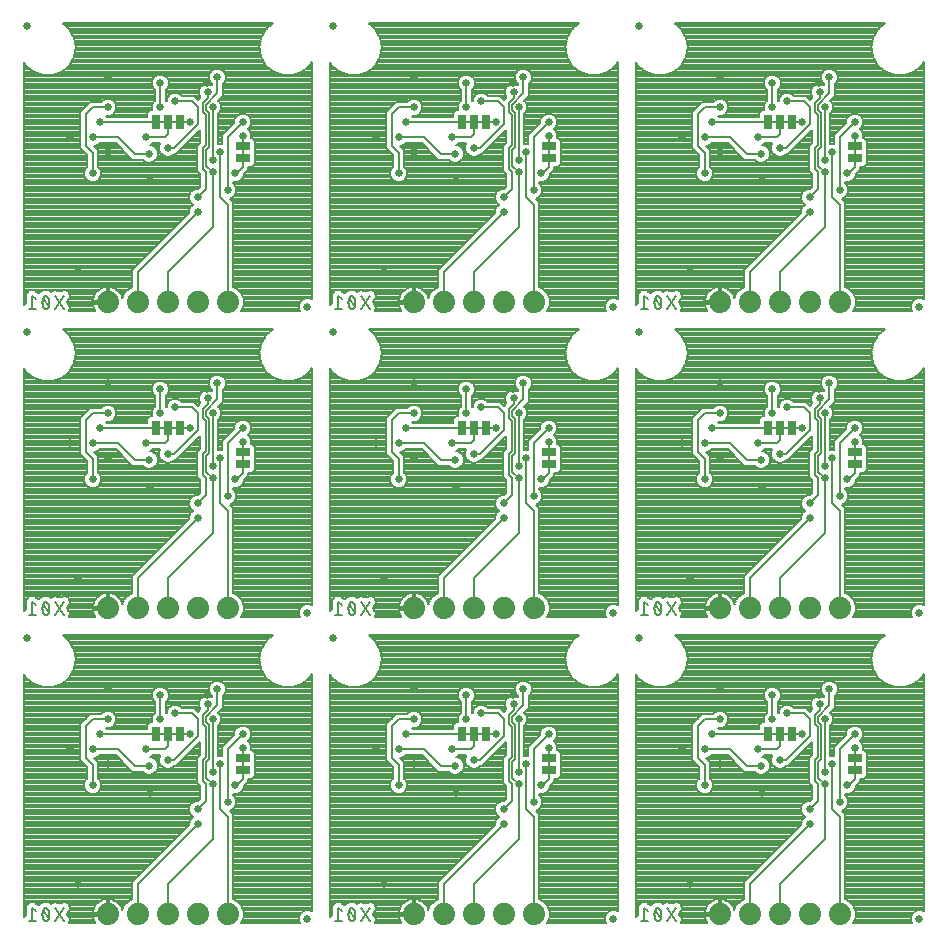
<source format=gbl>
G75*
%MOIN*%
%OFA0B0*%
%FSLAX25Y25*%
%IPPOS*%
%LPD*%
%AMOC8*
5,1,8,0,0,1.08239X$1,22.5*
%
%ADD10C,0.00800*%
%ADD11R,0.02500X0.05000*%
%ADD12R,0.01600X0.01000*%
%ADD13C,0.07400*%
%ADD14C,0.02500*%
%ADD15R,0.05000X0.02500*%
%ADD16R,0.01000X0.01600*%
%ADD17C,0.02600*%
%ADD18C,0.00600*%
D10*
X0032467Y0031650D02*
X0034800Y0031650D01*
X0033633Y0031650D02*
X0033633Y0035850D01*
X0034800Y0034917D01*
X0039300Y0033750D02*
X0039298Y0033638D01*
X0039293Y0033526D01*
X0039284Y0033414D01*
X0039271Y0033303D01*
X0039255Y0033192D01*
X0039235Y0033081D01*
X0039211Y0032972D01*
X0039184Y0032863D01*
X0039154Y0032755D01*
X0039120Y0032648D01*
X0039083Y0032542D01*
X0039042Y0032438D01*
X0038998Y0032335D01*
X0038950Y0032233D01*
X0039067Y0032583D02*
X0037200Y0034917D01*
X0037317Y0035267D02*
X0037337Y0035320D01*
X0037360Y0035371D01*
X0037387Y0035420D01*
X0037417Y0035468D01*
X0037450Y0035514D01*
X0037485Y0035557D01*
X0037524Y0035598D01*
X0037565Y0035637D01*
X0037609Y0035673D01*
X0037655Y0035705D01*
X0037702Y0035735D01*
X0037752Y0035761D01*
X0037804Y0035785D01*
X0037856Y0035804D01*
X0037910Y0035821D01*
X0037965Y0035833D01*
X0038021Y0035843D01*
X0038077Y0035848D01*
X0038133Y0035850D01*
X0038189Y0035848D01*
X0038245Y0035843D01*
X0038301Y0035833D01*
X0038356Y0035821D01*
X0038410Y0035804D01*
X0038462Y0035785D01*
X0038514Y0035761D01*
X0038564Y0035735D01*
X0038611Y0035705D01*
X0038657Y0035672D01*
X0038701Y0035637D01*
X0038742Y0035598D01*
X0038781Y0035557D01*
X0038816Y0035514D01*
X0038849Y0035468D01*
X0038879Y0035420D01*
X0038906Y0035371D01*
X0038929Y0035320D01*
X0038949Y0035267D01*
X0037317Y0035267D02*
X0037269Y0035165D01*
X0037225Y0035062D01*
X0037184Y0034958D01*
X0037147Y0034852D01*
X0037113Y0034745D01*
X0037083Y0034637D01*
X0037056Y0034528D01*
X0037032Y0034419D01*
X0037012Y0034308D01*
X0036996Y0034197D01*
X0036983Y0034086D01*
X0036974Y0033974D01*
X0036969Y0033862D01*
X0036967Y0033750D01*
X0039300Y0033750D02*
X0039298Y0033862D01*
X0039293Y0033974D01*
X0039284Y0034086D01*
X0039271Y0034197D01*
X0039255Y0034308D01*
X0039235Y0034419D01*
X0039211Y0034528D01*
X0039184Y0034637D01*
X0039154Y0034745D01*
X0039120Y0034852D01*
X0039083Y0034958D01*
X0039042Y0035062D01*
X0038998Y0035165D01*
X0038950Y0035267D01*
X0036967Y0033750D02*
X0036969Y0033638D01*
X0036974Y0033526D01*
X0036983Y0033414D01*
X0036996Y0033303D01*
X0037012Y0033192D01*
X0037032Y0033081D01*
X0037056Y0032972D01*
X0037083Y0032863D01*
X0037113Y0032755D01*
X0037147Y0032648D01*
X0037184Y0032542D01*
X0037225Y0032438D01*
X0037269Y0032335D01*
X0037317Y0032233D01*
X0038133Y0031650D02*
X0038189Y0031652D01*
X0038245Y0031657D01*
X0038301Y0031667D01*
X0038356Y0031679D01*
X0038410Y0031696D01*
X0038462Y0031715D01*
X0038514Y0031739D01*
X0038564Y0031765D01*
X0038611Y0031795D01*
X0038657Y0031827D01*
X0038701Y0031863D01*
X0038742Y0031902D01*
X0038781Y0031943D01*
X0038816Y0031986D01*
X0038849Y0032032D01*
X0038879Y0032080D01*
X0038906Y0032129D01*
X0038929Y0032180D01*
X0038949Y0032233D01*
X0038133Y0031650D02*
X0038077Y0031652D01*
X0038021Y0031657D01*
X0037965Y0031667D01*
X0037910Y0031679D01*
X0037856Y0031696D01*
X0037804Y0031715D01*
X0037752Y0031739D01*
X0037702Y0031765D01*
X0037655Y0031795D01*
X0037609Y0031827D01*
X0037565Y0031863D01*
X0037524Y0031902D01*
X0037485Y0031943D01*
X0037450Y0031986D01*
X0037417Y0032032D01*
X0037387Y0032080D01*
X0037360Y0032129D01*
X0037337Y0032180D01*
X0037317Y0032233D01*
X0041233Y0031650D02*
X0044033Y0035850D01*
X0045113Y0037534D02*
X0055321Y0037534D01*
X0055428Y0037640D02*
X0054860Y0037072D01*
X0054388Y0036423D01*
X0054024Y0035708D01*
X0053776Y0034944D01*
X0053650Y0034151D01*
X0053650Y0034150D01*
X0058350Y0034150D01*
X0058350Y0038850D01*
X0058349Y0038850D01*
X0057556Y0038724D01*
X0056792Y0038476D01*
X0056077Y0038112D01*
X0055428Y0037640D01*
X0054615Y0036735D02*
X0045896Y0036735D01*
X0045832Y0037055D02*
X0044453Y0037974D01*
X0042829Y0037649D01*
X0042633Y0037356D01*
X0042438Y0037649D01*
X0040813Y0037974D01*
X0039812Y0037306D01*
X0039051Y0037850D01*
X0037216Y0037850D01*
X0035722Y0036783D01*
X0035711Y0036749D01*
X0034969Y0037343D01*
X0034462Y0037850D01*
X0034335Y0037850D01*
X0034236Y0037929D01*
X0033523Y0037850D01*
X0032805Y0037850D01*
X0032715Y0037760D01*
X0032589Y0037746D01*
X0032141Y0037186D01*
X0031633Y0036678D01*
X0031633Y0036552D01*
X0031554Y0036453D01*
X0031633Y0035739D01*
X0031633Y0033645D01*
X0030750Y0032762D01*
X0030750Y0114006D01*
X0031516Y0112680D01*
X0031516Y0112680D01*
X0034028Y0110572D01*
X0037110Y0109450D01*
X0040390Y0109450D01*
X0043472Y0110572D01*
X0045984Y0112680D01*
X0045984Y0112680D01*
X0047624Y0115520D01*
X0048193Y0118750D01*
X0047624Y0121980D01*
X0045984Y0124820D01*
X0045984Y0124820D01*
X0043684Y0126750D01*
X0113816Y0126750D01*
X0111516Y0124820D01*
X0111516Y0124820D01*
X0109876Y0121980D01*
X0109876Y0121980D01*
X0109307Y0118750D01*
X0109876Y0115520D01*
X0111516Y0112680D01*
X0111516Y0112680D01*
X0114028Y0110572D01*
X0117110Y0109450D01*
X0120390Y0109450D01*
X0123472Y0110572D01*
X0125984Y0112680D01*
X0126750Y0114006D01*
X0126750Y0034713D01*
X0125817Y0035100D01*
X0124683Y0035100D01*
X0123636Y0034666D01*
X0122834Y0033864D01*
X0122400Y0032817D01*
X0122400Y0031683D01*
X0122787Y0030750D01*
X0103244Y0030750D01*
X0104050Y0032696D01*
X0104050Y0034804D01*
X0103243Y0036752D01*
X0101752Y0038243D01*
X0100650Y0038700D01*
X0100650Y0067037D01*
X0099537Y0068150D01*
X0099334Y0068353D01*
X0100393Y0068791D01*
X0101208Y0069607D01*
X0101650Y0070673D01*
X0101650Y0071827D01*
X0101208Y0072893D01*
X0100650Y0073451D01*
X0100650Y0073891D01*
X0100673Y0073881D01*
X0101827Y0073881D01*
X0102893Y0074323D01*
X0103708Y0075139D01*
X0104150Y0076205D01*
X0104150Y0076463D01*
X0105650Y0077963D01*
X0105650Y0078900D01*
X0106913Y0078900D01*
X0107850Y0079837D01*
X0107850Y0083663D01*
X0107763Y0083750D01*
X0107850Y0083837D01*
X0107850Y0087663D01*
X0106913Y0088600D01*
X0106620Y0088600D01*
X0106650Y0088673D01*
X0106650Y0089827D01*
X0106208Y0090893D01*
X0105601Y0091500D01*
X0106208Y0092107D01*
X0106650Y0093173D01*
X0106650Y0094327D01*
X0106208Y0095393D01*
X0105393Y0096208D01*
X0104327Y0096650D01*
X0103173Y0096650D01*
X0102107Y0096208D01*
X0101291Y0095393D01*
X0100850Y0094327D01*
X0100850Y0093537D01*
X0097963Y0090650D01*
X0096850Y0089537D01*
X0096850Y0086640D01*
X0096827Y0086650D01*
X0095673Y0086650D01*
X0095650Y0086640D01*
X0095650Y0096549D01*
X0096208Y0097107D01*
X0096650Y0098173D01*
X0096650Y0099327D01*
X0096208Y0100393D01*
X0095588Y0101013D01*
X0097150Y0102574D01*
X0097150Y0106549D01*
X0097708Y0107107D01*
X0098150Y0108173D01*
X0098150Y0109327D01*
X0097708Y0110393D01*
X0096893Y0111208D01*
X0095827Y0111650D01*
X0094673Y0111650D01*
X0093607Y0111208D01*
X0092791Y0110393D01*
X0092350Y0109327D01*
X0092350Y0108173D01*
X0092791Y0107107D01*
X0093350Y0106549D01*
X0093350Y0106350D01*
X0092627Y0106650D01*
X0091473Y0106650D01*
X0090407Y0106208D01*
X0089591Y0105393D01*
X0089150Y0104327D01*
X0089150Y0103173D01*
X0089591Y0102107D01*
X0089602Y0102097D01*
X0088846Y0101341D01*
X0087537Y0102650D01*
X0083451Y0102650D01*
X0082893Y0103208D01*
X0081827Y0103650D01*
X0080673Y0103650D01*
X0079607Y0103208D01*
X0078791Y0102393D01*
X0078350Y0101327D01*
X0078350Y0100751D01*
X0078150Y0100951D01*
X0078150Y0104549D01*
X0078708Y0105107D01*
X0079150Y0106173D01*
X0079150Y0107327D01*
X0078708Y0108393D01*
X0077893Y0109208D01*
X0076827Y0109650D01*
X0075673Y0109650D01*
X0074607Y0109208D01*
X0073791Y0108393D01*
X0073350Y0107327D01*
X0073350Y0106173D01*
X0073791Y0105107D01*
X0074350Y0104549D01*
X0074350Y0100951D01*
X0073791Y0100393D01*
X0073350Y0099327D01*
X0073350Y0098173D01*
X0073484Y0097850D01*
X0072837Y0097850D01*
X0071900Y0096913D01*
X0071900Y0095650D01*
X0058451Y0095650D01*
X0058251Y0095850D01*
X0059327Y0095850D01*
X0060393Y0096291D01*
X0061208Y0097107D01*
X0061650Y0098173D01*
X0061650Y0099327D01*
X0061208Y0100393D01*
X0060393Y0101208D01*
X0059327Y0101650D01*
X0058173Y0101650D01*
X0057107Y0101208D01*
X0056549Y0100650D01*
X0052963Y0100650D01*
X0050763Y0098450D01*
X0049650Y0097337D01*
X0049650Y0085052D01*
X0050763Y0083939D01*
X0051850Y0082852D01*
X0051850Y0078951D01*
X0051291Y0078393D01*
X0050850Y0077327D01*
X0050850Y0076173D01*
X0051291Y0075107D01*
X0052107Y0074291D01*
X0053173Y0073850D01*
X0054327Y0073850D01*
X0055393Y0074291D01*
X0056208Y0075107D01*
X0056650Y0076173D01*
X0056650Y0077327D01*
X0056208Y0078393D01*
X0055650Y0078951D01*
X0055650Y0084426D01*
X0054226Y0085850D01*
X0054327Y0085850D01*
X0055393Y0086291D01*
X0055951Y0086850D01*
X0061463Y0086850D01*
X0066963Y0081350D01*
X0070417Y0081350D01*
X0070976Y0080791D01*
X0072042Y0080350D01*
X0073195Y0080350D01*
X0074261Y0080791D01*
X0075077Y0081607D01*
X0075518Y0082673D01*
X0075518Y0083827D01*
X0075077Y0084893D01*
X0074261Y0085708D01*
X0073195Y0086150D01*
X0072730Y0086150D01*
X0073071Y0086291D01*
X0073630Y0086850D01*
X0076274Y0086850D01*
X0075850Y0085827D01*
X0075850Y0084673D01*
X0076291Y0083607D01*
X0077107Y0082791D01*
X0078173Y0082350D01*
X0079327Y0082350D01*
X0080393Y0082791D01*
X0080951Y0083350D01*
X0081560Y0083350D01*
X0082673Y0084463D01*
X0089450Y0091240D01*
X0089450Y0086945D01*
X0088450Y0085945D01*
X0088450Y0077555D01*
X0089563Y0076442D01*
X0089650Y0076355D01*
X0089650Y0072337D01*
X0088963Y0071650D01*
X0088173Y0071650D01*
X0087107Y0071208D01*
X0086291Y0070393D01*
X0085850Y0069327D01*
X0085850Y0068173D01*
X0086291Y0067107D01*
X0087107Y0066291D01*
X0087207Y0066250D01*
X0087107Y0066208D01*
X0086291Y0065393D01*
X0085850Y0064327D01*
X0085850Y0063537D01*
X0067963Y0045650D01*
X0066850Y0044537D01*
X0066850Y0038700D01*
X0065748Y0038243D01*
X0064257Y0036752D01*
X0063629Y0035237D01*
X0063476Y0035708D01*
X0063112Y0036423D01*
X0062640Y0037072D01*
X0062072Y0037640D01*
X0061423Y0038112D01*
X0060708Y0038476D01*
X0059944Y0038724D01*
X0059151Y0038850D01*
X0059150Y0038850D01*
X0059150Y0034150D01*
X0058350Y0034150D01*
X0058350Y0033350D01*
X0053650Y0033350D01*
X0053650Y0033349D01*
X0053776Y0032556D01*
X0054024Y0031792D01*
X0054388Y0031077D01*
X0054626Y0030750D01*
X0045893Y0030750D01*
X0046157Y0032070D01*
X0045037Y0033750D01*
X0046157Y0035430D01*
X0045832Y0037055D01*
X0046056Y0035937D02*
X0054140Y0035937D01*
X0053839Y0035138D02*
X0045962Y0035138D01*
X0045430Y0034340D02*
X0053680Y0034340D01*
X0053746Y0032743D02*
X0045709Y0032743D01*
X0046132Y0031944D02*
X0053974Y0031944D01*
X0054353Y0031146D02*
X0045972Y0031146D01*
X0044033Y0031650D02*
X0041233Y0035850D01*
X0040153Y0037534D02*
X0039494Y0037534D01*
X0036773Y0037534D02*
X0034778Y0037534D01*
X0035722Y0036783D02*
X0035722Y0036783D01*
X0035722Y0036783D01*
X0032419Y0037534D02*
X0030750Y0037534D01*
X0030750Y0038332D02*
X0056509Y0038332D01*
X0058350Y0038332D02*
X0059150Y0038332D01*
X0059150Y0037534D02*
X0058350Y0037534D01*
X0058350Y0036735D02*
X0059150Y0036735D01*
X0059150Y0035937D02*
X0058350Y0035937D01*
X0058350Y0035138D02*
X0059150Y0035138D01*
X0059150Y0034340D02*
X0058350Y0034340D01*
X0058350Y0033541D02*
X0045176Y0033541D01*
X0042752Y0037534D02*
X0042515Y0037534D01*
X0031690Y0036735D02*
X0030750Y0036735D01*
X0030750Y0035937D02*
X0031611Y0035937D01*
X0031633Y0035138D02*
X0030750Y0035138D01*
X0030750Y0034340D02*
X0031633Y0034340D01*
X0031529Y0033541D02*
X0030750Y0033541D01*
X0030750Y0039131D02*
X0066850Y0039131D01*
X0066850Y0039929D02*
X0030750Y0039929D01*
X0030750Y0040728D02*
X0066850Y0040728D01*
X0066850Y0041526D02*
X0030750Y0041526D01*
X0030750Y0042325D02*
X0066850Y0042325D01*
X0066850Y0043123D02*
X0030750Y0043123D01*
X0030750Y0043922D02*
X0066850Y0043922D01*
X0067033Y0044720D02*
X0030750Y0044720D01*
X0030750Y0045519D02*
X0067832Y0045519D01*
X0068630Y0046317D02*
X0030750Y0046317D01*
X0030750Y0047116D02*
X0069429Y0047116D01*
X0070227Y0047914D02*
X0030750Y0047914D01*
X0030750Y0048713D02*
X0071026Y0048713D01*
X0071824Y0049511D02*
X0030750Y0049511D01*
X0030750Y0050310D02*
X0072623Y0050310D01*
X0073421Y0051108D02*
X0030750Y0051108D01*
X0030750Y0051907D02*
X0074220Y0051907D01*
X0075018Y0052705D02*
X0030750Y0052705D01*
X0030750Y0053504D02*
X0075817Y0053504D01*
X0076615Y0054302D02*
X0030750Y0054302D01*
X0030750Y0055101D02*
X0077414Y0055101D01*
X0078212Y0055899D02*
X0030750Y0055899D01*
X0030750Y0056698D02*
X0079011Y0056698D01*
X0079809Y0057496D02*
X0030750Y0057496D01*
X0030750Y0058295D02*
X0080608Y0058295D01*
X0081406Y0059093D02*
X0030750Y0059093D01*
X0030750Y0059892D02*
X0082205Y0059892D01*
X0083003Y0060690D02*
X0030750Y0060690D01*
X0030750Y0061489D02*
X0083802Y0061489D01*
X0084600Y0062287D02*
X0030750Y0062287D01*
X0030750Y0063086D02*
X0085399Y0063086D01*
X0085850Y0063884D02*
X0030750Y0063884D01*
X0030750Y0064683D02*
X0085998Y0064683D01*
X0086380Y0065482D02*
X0030750Y0065482D01*
X0030750Y0066280D02*
X0087135Y0066280D01*
X0086320Y0067079D02*
X0030750Y0067079D01*
X0030750Y0067877D02*
X0085973Y0067877D01*
X0085850Y0068676D02*
X0030750Y0068676D01*
X0030750Y0069474D02*
X0085911Y0069474D01*
X0086242Y0070273D02*
X0030750Y0070273D01*
X0030750Y0071071D02*
X0086970Y0071071D01*
X0089183Y0071870D02*
X0030750Y0071870D01*
X0030750Y0072668D02*
X0089650Y0072668D01*
X0089650Y0073467D02*
X0030750Y0073467D01*
X0030750Y0074265D02*
X0052171Y0074265D01*
X0051335Y0075064D02*
X0030750Y0075064D01*
X0030750Y0075862D02*
X0050979Y0075862D01*
X0050850Y0076661D02*
X0030750Y0076661D01*
X0030750Y0077459D02*
X0050905Y0077459D01*
X0051236Y0078258D02*
X0030750Y0078258D01*
X0030750Y0079056D02*
X0051850Y0079056D01*
X0051850Y0079855D02*
X0030750Y0079855D01*
X0030750Y0080653D02*
X0051850Y0080653D01*
X0051850Y0081452D02*
X0030750Y0081452D01*
X0030750Y0082250D02*
X0051850Y0082250D01*
X0051653Y0083049D02*
X0030750Y0083049D01*
X0030750Y0083847D02*
X0050854Y0083847D01*
X0050763Y0083939D02*
X0050763Y0083939D01*
X0050056Y0084646D02*
X0030750Y0084646D01*
X0030750Y0085444D02*
X0049650Y0085444D01*
X0049650Y0086243D02*
X0030750Y0086243D01*
X0030750Y0087041D02*
X0049650Y0087041D01*
X0049650Y0087840D02*
X0030750Y0087840D01*
X0030750Y0088638D02*
X0049650Y0088638D01*
X0049650Y0089437D02*
X0030750Y0089437D01*
X0030750Y0090235D02*
X0049650Y0090235D01*
X0049650Y0091034D02*
X0030750Y0091034D01*
X0030750Y0091832D02*
X0049650Y0091832D01*
X0049650Y0092631D02*
X0030750Y0092631D01*
X0030750Y0093429D02*
X0049650Y0093429D01*
X0049650Y0094228D02*
X0030750Y0094228D01*
X0030750Y0095026D02*
X0049650Y0095026D01*
X0049650Y0095825D02*
X0030750Y0095825D01*
X0030750Y0096623D02*
X0049650Y0096623D01*
X0049735Y0097422D02*
X0030750Y0097422D01*
X0030750Y0098220D02*
X0050533Y0098220D01*
X0051332Y0099019D02*
X0030750Y0099019D01*
X0030750Y0099818D02*
X0052131Y0099818D01*
X0052929Y0100616D02*
X0030750Y0100616D01*
X0030750Y0101415D02*
X0057605Y0101415D01*
X0059895Y0101415D02*
X0074350Y0101415D01*
X0074350Y0102213D02*
X0030750Y0102213D01*
X0030750Y0103012D02*
X0074350Y0103012D01*
X0074350Y0103810D02*
X0030750Y0103810D01*
X0030750Y0104609D02*
X0074290Y0104609D01*
X0073667Y0105407D02*
X0030750Y0105407D01*
X0030750Y0106206D02*
X0073350Y0106206D01*
X0073350Y0107004D02*
X0030750Y0107004D01*
X0030750Y0107803D02*
X0073547Y0107803D01*
X0074000Y0108601D02*
X0030750Y0108601D01*
X0030750Y0109400D02*
X0075069Y0109400D01*
X0077431Y0109400D02*
X0092380Y0109400D01*
X0092350Y0108601D02*
X0078500Y0108601D01*
X0078953Y0107803D02*
X0092503Y0107803D01*
X0092895Y0107004D02*
X0079150Y0107004D01*
X0079150Y0106206D02*
X0090404Y0106206D01*
X0089606Y0105407D02*
X0078833Y0105407D01*
X0078210Y0104609D02*
X0089267Y0104609D01*
X0089150Y0103810D02*
X0078150Y0103810D01*
X0078150Y0103012D02*
X0079410Y0103012D01*
X0078717Y0102213D02*
X0078150Y0102213D01*
X0078150Y0101415D02*
X0078386Y0101415D01*
X0074015Y0100616D02*
X0060985Y0100616D01*
X0061447Y0099818D02*
X0073553Y0099818D01*
X0073350Y0099019D02*
X0061650Y0099019D01*
X0061650Y0098220D02*
X0073350Y0098220D01*
X0072409Y0097422D02*
X0061339Y0097422D01*
X0060725Y0096623D02*
X0071900Y0096623D01*
X0071900Y0095825D02*
X0058276Y0095825D01*
X0055275Y0086243D02*
X0062070Y0086243D01*
X0062869Y0085444D02*
X0054631Y0085444D01*
X0055430Y0084646D02*
X0063667Y0084646D01*
X0064466Y0083847D02*
X0055650Y0083847D01*
X0055650Y0083049D02*
X0065264Y0083049D01*
X0066063Y0082250D02*
X0055650Y0082250D01*
X0055650Y0081452D02*
X0066861Y0081452D01*
X0071310Y0080653D02*
X0055650Y0080653D01*
X0055650Y0079855D02*
X0088450Y0079855D01*
X0088450Y0080653D02*
X0073927Y0080653D01*
X0074921Y0081452D02*
X0088450Y0081452D01*
X0088450Y0082250D02*
X0075343Y0082250D01*
X0075518Y0083049D02*
X0076850Y0083049D01*
X0076192Y0083847D02*
X0075510Y0083847D01*
X0075179Y0084646D02*
X0075861Y0084646D01*
X0075850Y0085444D02*
X0074525Y0085444D01*
X0076022Y0086243D02*
X0072954Y0086243D01*
X0080650Y0083049D02*
X0088450Y0083049D01*
X0088450Y0083847D02*
X0082057Y0083847D01*
X0082856Y0084646D02*
X0088450Y0084646D01*
X0088450Y0085444D02*
X0083654Y0085444D01*
X0084453Y0086243D02*
X0088747Y0086243D01*
X0089450Y0087041D02*
X0085251Y0087041D01*
X0086050Y0087840D02*
X0089450Y0087840D01*
X0089450Y0088638D02*
X0086848Y0088638D01*
X0087647Y0089437D02*
X0089450Y0089437D01*
X0089450Y0090235D02*
X0088445Y0090235D01*
X0089244Y0091034D02*
X0089450Y0091034D01*
X0095650Y0091034D02*
X0098347Y0091034D01*
X0099145Y0091832D02*
X0095650Y0091832D01*
X0095650Y0092631D02*
X0099944Y0092631D01*
X0100742Y0093429D02*
X0095650Y0093429D01*
X0095650Y0094228D02*
X0100850Y0094228D01*
X0101140Y0095026D02*
X0095650Y0095026D01*
X0095650Y0095825D02*
X0101724Y0095825D01*
X0103109Y0096623D02*
X0095725Y0096623D01*
X0096339Y0097422D02*
X0126750Y0097422D01*
X0126750Y0098220D02*
X0096650Y0098220D01*
X0096650Y0099019D02*
X0126750Y0099019D01*
X0126750Y0099818D02*
X0096447Y0099818D01*
X0095985Y0100616D02*
X0126750Y0100616D01*
X0126750Y0101415D02*
X0095990Y0101415D01*
X0096789Y0102213D02*
X0126750Y0102213D01*
X0126750Y0103012D02*
X0097150Y0103012D01*
X0097150Y0103810D02*
X0126750Y0103810D01*
X0126750Y0104609D02*
X0097150Y0104609D01*
X0097150Y0105407D02*
X0126750Y0105407D01*
X0126750Y0106206D02*
X0097150Y0106206D01*
X0097605Y0107004D02*
X0126750Y0107004D01*
X0126750Y0107803D02*
X0097997Y0107803D01*
X0098150Y0108601D02*
X0126750Y0108601D01*
X0126750Y0109400D02*
X0098120Y0109400D01*
X0097789Y0110198D02*
X0115055Y0110198D01*
X0114028Y0110572D02*
X0114028Y0110572D01*
X0113522Y0110997D02*
X0097105Y0110997D01*
X0093395Y0110997D02*
X0043978Y0110997D01*
X0043472Y0110572D02*
X0043472Y0110572D01*
X0042445Y0110198D02*
X0092711Y0110198D01*
X0089217Y0103012D02*
X0083090Y0103012D01*
X0087974Y0102213D02*
X0089548Y0102213D01*
X0088919Y0101415D02*
X0088772Y0101415D01*
X0095650Y0090235D02*
X0097548Y0090235D01*
X0096850Y0089437D02*
X0095650Y0089437D01*
X0095650Y0088638D02*
X0096850Y0088638D01*
X0096850Y0087840D02*
X0095650Y0087840D01*
X0095650Y0087041D02*
X0096850Y0087041D01*
X0106636Y0088638D02*
X0126750Y0088638D01*
X0126750Y0087840D02*
X0107673Y0087840D01*
X0107850Y0087041D02*
X0126750Y0087041D01*
X0126750Y0086243D02*
X0107850Y0086243D01*
X0107850Y0085444D02*
X0126750Y0085444D01*
X0126750Y0084646D02*
X0107850Y0084646D01*
X0107850Y0083847D02*
X0126750Y0083847D01*
X0126750Y0083049D02*
X0107850Y0083049D01*
X0107850Y0082250D02*
X0126750Y0082250D01*
X0126750Y0081452D02*
X0107850Y0081452D01*
X0107850Y0080653D02*
X0126750Y0080653D01*
X0126750Y0079855D02*
X0107850Y0079855D01*
X0107069Y0079056D02*
X0126750Y0079056D01*
X0126750Y0078258D02*
X0105650Y0078258D01*
X0105146Y0077459D02*
X0126750Y0077459D01*
X0126750Y0076661D02*
X0104348Y0076661D01*
X0104008Y0075862D02*
X0126750Y0075862D01*
X0126750Y0075064D02*
X0103633Y0075064D01*
X0102753Y0074265D02*
X0126750Y0074265D01*
X0126750Y0073467D02*
X0100650Y0073467D01*
X0101302Y0072668D02*
X0126750Y0072668D01*
X0126750Y0071870D02*
X0101632Y0071870D01*
X0101650Y0071071D02*
X0126750Y0071071D01*
X0126750Y0070273D02*
X0101484Y0070273D01*
X0101075Y0069474D02*
X0126750Y0069474D01*
X0126750Y0068676D02*
X0100113Y0068676D01*
X0099810Y0067877D02*
X0126750Y0067877D01*
X0126750Y0067079D02*
X0100608Y0067079D01*
X0100650Y0066280D02*
X0126750Y0066280D01*
X0126750Y0065482D02*
X0100650Y0065482D01*
X0100650Y0064683D02*
X0126750Y0064683D01*
X0126750Y0063884D02*
X0100650Y0063884D01*
X0100650Y0063086D02*
X0126750Y0063086D01*
X0126750Y0062287D02*
X0100650Y0062287D01*
X0100650Y0061489D02*
X0126750Y0061489D01*
X0126750Y0060690D02*
X0100650Y0060690D01*
X0100650Y0059892D02*
X0126750Y0059892D01*
X0126750Y0059093D02*
X0100650Y0059093D01*
X0100650Y0058295D02*
X0126750Y0058295D01*
X0126750Y0057496D02*
X0100650Y0057496D01*
X0100650Y0056698D02*
X0126750Y0056698D01*
X0126750Y0055899D02*
X0100650Y0055899D01*
X0100650Y0055101D02*
X0126750Y0055101D01*
X0126750Y0054302D02*
X0100650Y0054302D01*
X0100650Y0053504D02*
X0126750Y0053504D01*
X0126750Y0052705D02*
X0100650Y0052705D01*
X0100650Y0051907D02*
X0126750Y0051907D01*
X0126750Y0051108D02*
X0100650Y0051108D01*
X0100650Y0050310D02*
X0126750Y0050310D01*
X0126750Y0049511D02*
X0100650Y0049511D01*
X0100650Y0048713D02*
X0126750Y0048713D01*
X0126750Y0047914D02*
X0100650Y0047914D01*
X0100650Y0047116D02*
X0126750Y0047116D01*
X0126750Y0046317D02*
X0100650Y0046317D01*
X0100650Y0045519D02*
X0126750Y0045519D01*
X0126750Y0044720D02*
X0100650Y0044720D01*
X0100650Y0043922D02*
X0126750Y0043922D01*
X0126750Y0043123D02*
X0100650Y0043123D01*
X0100650Y0042325D02*
X0126750Y0042325D01*
X0126750Y0041526D02*
X0100650Y0041526D01*
X0100650Y0040728D02*
X0126750Y0040728D01*
X0126750Y0039929D02*
X0100650Y0039929D01*
X0100650Y0039131D02*
X0126750Y0039131D01*
X0126750Y0038332D02*
X0101537Y0038332D01*
X0102462Y0037534D02*
X0126750Y0037534D01*
X0126750Y0036735D02*
X0103250Y0036735D01*
X0103581Y0035937D02*
X0126750Y0035937D01*
X0126750Y0035138D02*
X0103912Y0035138D01*
X0104050Y0034340D02*
X0123309Y0034340D01*
X0122700Y0033541D02*
X0104050Y0033541D01*
X0104050Y0032743D02*
X0122400Y0032743D01*
X0122400Y0031944D02*
X0103739Y0031944D01*
X0103408Y0031146D02*
X0122623Y0031146D01*
X0132750Y0032762D02*
X0132750Y0114006D01*
X0133516Y0112680D01*
X0133516Y0112680D01*
X0136028Y0110572D01*
X0139110Y0109450D01*
X0142390Y0109450D01*
X0145472Y0110572D01*
X0147984Y0112680D01*
X0149624Y0115520D01*
X0149624Y0115520D01*
X0150193Y0118750D01*
X0149624Y0121980D01*
X0147984Y0124820D01*
X0147984Y0124820D01*
X0145684Y0126750D01*
X0215816Y0126750D01*
X0213516Y0124820D01*
X0211876Y0121980D01*
X0211876Y0121980D01*
X0211307Y0118750D01*
X0211876Y0115520D01*
X0213516Y0112680D01*
X0213516Y0112680D01*
X0216028Y0110572D01*
X0219110Y0109450D01*
X0222390Y0109450D01*
X0225472Y0110572D01*
X0227984Y0112680D01*
X0228750Y0114006D01*
X0228750Y0034713D01*
X0227817Y0035100D01*
X0226683Y0035100D01*
X0225636Y0034666D01*
X0224834Y0033864D01*
X0224400Y0032817D01*
X0224400Y0031683D01*
X0224787Y0030750D01*
X0205244Y0030750D01*
X0206050Y0032696D01*
X0206050Y0034804D01*
X0205243Y0036752D01*
X0203752Y0038243D01*
X0202650Y0038700D01*
X0202650Y0067037D01*
X0201537Y0068150D01*
X0201334Y0068353D01*
X0202393Y0068791D01*
X0203208Y0069607D01*
X0203650Y0070673D01*
X0203650Y0071827D01*
X0203208Y0072893D01*
X0202650Y0073451D01*
X0202650Y0073891D01*
X0202673Y0073881D01*
X0203827Y0073881D01*
X0204893Y0074323D01*
X0205708Y0075139D01*
X0206150Y0076205D01*
X0206150Y0076463D01*
X0207650Y0077963D01*
X0207650Y0078900D01*
X0208913Y0078900D01*
X0209850Y0079837D01*
X0209850Y0083663D01*
X0209763Y0083750D01*
X0209850Y0083837D01*
X0209850Y0087663D01*
X0208913Y0088600D01*
X0208620Y0088600D01*
X0208650Y0088673D01*
X0208650Y0089827D01*
X0208208Y0090893D01*
X0207601Y0091500D01*
X0208208Y0092107D01*
X0208650Y0093173D01*
X0208650Y0094327D01*
X0208208Y0095393D01*
X0207393Y0096208D01*
X0206327Y0096650D01*
X0205173Y0096650D01*
X0204107Y0096208D01*
X0203291Y0095393D01*
X0202850Y0094327D01*
X0202850Y0093537D01*
X0199963Y0090650D01*
X0198850Y0089537D01*
X0198850Y0086640D01*
X0198827Y0086650D01*
X0197673Y0086650D01*
X0197650Y0086640D01*
X0197650Y0096549D01*
X0198208Y0097107D01*
X0198650Y0098173D01*
X0198650Y0099327D01*
X0198208Y0100393D01*
X0197588Y0101013D01*
X0199150Y0102574D01*
X0199150Y0106549D01*
X0199708Y0107107D01*
X0200150Y0108173D01*
X0200150Y0109327D01*
X0199708Y0110393D01*
X0198893Y0111208D01*
X0197827Y0111650D01*
X0196673Y0111650D01*
X0195607Y0111208D01*
X0194791Y0110393D01*
X0194350Y0109327D01*
X0194350Y0108173D01*
X0194791Y0107107D01*
X0195350Y0106549D01*
X0195350Y0106350D01*
X0194627Y0106650D01*
X0193473Y0106650D01*
X0192407Y0106208D01*
X0191591Y0105393D01*
X0191150Y0104327D01*
X0191150Y0103173D01*
X0191591Y0102107D01*
X0191602Y0102097D01*
X0190846Y0101341D01*
X0189537Y0102650D01*
X0185451Y0102650D01*
X0184893Y0103208D01*
X0183827Y0103650D01*
X0182673Y0103650D01*
X0181607Y0103208D01*
X0180791Y0102393D01*
X0180350Y0101327D01*
X0180350Y0100751D01*
X0180150Y0100951D01*
X0180150Y0104549D01*
X0180708Y0105107D01*
X0181150Y0106173D01*
X0181150Y0107327D01*
X0180708Y0108393D01*
X0179893Y0109208D01*
X0178827Y0109650D01*
X0177673Y0109650D01*
X0176607Y0109208D01*
X0175791Y0108393D01*
X0175350Y0107327D01*
X0175350Y0106173D01*
X0175791Y0105107D01*
X0176350Y0104549D01*
X0176350Y0100951D01*
X0175791Y0100393D01*
X0175350Y0099327D01*
X0175350Y0098173D01*
X0175484Y0097850D01*
X0174837Y0097850D01*
X0173900Y0096913D01*
X0173900Y0095650D01*
X0160451Y0095650D01*
X0160251Y0095850D01*
X0161327Y0095850D01*
X0162393Y0096291D01*
X0163208Y0097107D01*
X0163650Y0098173D01*
X0163650Y0099327D01*
X0163208Y0100393D01*
X0162393Y0101208D01*
X0161327Y0101650D01*
X0160173Y0101650D01*
X0159107Y0101208D01*
X0158549Y0100650D01*
X0154963Y0100650D01*
X0152763Y0098450D01*
X0151650Y0097337D01*
X0151650Y0085052D01*
X0152763Y0083939D01*
X0153850Y0082852D01*
X0153850Y0078951D01*
X0153291Y0078393D01*
X0152850Y0077327D01*
X0152850Y0076173D01*
X0153291Y0075107D01*
X0154107Y0074291D01*
X0155173Y0073850D01*
X0156327Y0073850D01*
X0157393Y0074291D01*
X0158208Y0075107D01*
X0158650Y0076173D01*
X0158650Y0077327D01*
X0158208Y0078393D01*
X0157650Y0078951D01*
X0157650Y0084426D01*
X0156226Y0085850D01*
X0156327Y0085850D01*
X0157393Y0086291D01*
X0157951Y0086850D01*
X0163463Y0086850D01*
X0168963Y0081350D01*
X0172417Y0081350D01*
X0172976Y0080791D01*
X0174042Y0080350D01*
X0175195Y0080350D01*
X0176261Y0080791D01*
X0177077Y0081607D01*
X0177518Y0082673D01*
X0177518Y0083827D01*
X0177077Y0084893D01*
X0176261Y0085708D01*
X0175195Y0086150D01*
X0174730Y0086150D01*
X0175071Y0086291D01*
X0175630Y0086850D01*
X0178274Y0086850D01*
X0177850Y0085827D01*
X0177850Y0084673D01*
X0178291Y0083607D01*
X0179107Y0082791D01*
X0180173Y0082350D01*
X0181327Y0082350D01*
X0182393Y0082791D01*
X0182951Y0083350D01*
X0183560Y0083350D01*
X0184673Y0084463D01*
X0191450Y0091240D01*
X0191450Y0086945D01*
X0190450Y0085945D01*
X0190450Y0077555D01*
X0191563Y0076442D01*
X0191650Y0076355D01*
X0191650Y0072337D01*
X0190963Y0071650D01*
X0190173Y0071650D01*
X0189107Y0071208D01*
X0188291Y0070393D01*
X0187850Y0069327D01*
X0187850Y0068173D01*
X0188291Y0067107D01*
X0189107Y0066291D01*
X0189207Y0066250D01*
X0189107Y0066208D01*
X0188291Y0065393D01*
X0187850Y0064327D01*
X0187850Y0063537D01*
X0169963Y0045650D01*
X0168850Y0044537D01*
X0168850Y0038700D01*
X0167748Y0038243D01*
X0166257Y0036752D01*
X0165629Y0035237D01*
X0165476Y0035708D01*
X0165112Y0036423D01*
X0164640Y0037072D01*
X0164072Y0037640D01*
X0163423Y0038112D01*
X0162708Y0038476D01*
X0161944Y0038724D01*
X0161151Y0038850D01*
X0161150Y0038850D01*
X0161150Y0034150D01*
X0160350Y0034150D01*
X0160350Y0038850D01*
X0160349Y0038850D01*
X0159556Y0038724D01*
X0158792Y0038476D01*
X0158077Y0038112D01*
X0157428Y0037640D01*
X0156860Y0037072D01*
X0156388Y0036423D01*
X0156024Y0035708D01*
X0155776Y0034944D01*
X0155650Y0034151D01*
X0155650Y0034150D01*
X0160350Y0034150D01*
X0160350Y0033350D01*
X0155650Y0033350D01*
X0155650Y0033349D01*
X0155776Y0032556D01*
X0156024Y0031792D01*
X0156388Y0031077D01*
X0156626Y0030750D01*
X0147893Y0030750D01*
X0148157Y0032070D01*
X0147037Y0033750D01*
X0148157Y0035430D01*
X0147832Y0037055D01*
X0146453Y0037974D01*
X0144829Y0037649D01*
X0144633Y0037356D01*
X0144438Y0037649D01*
X0142813Y0037974D01*
X0141812Y0037306D01*
X0141051Y0037850D01*
X0139216Y0037850D01*
X0137722Y0036783D01*
X0137711Y0036749D01*
X0136969Y0037343D01*
X0136462Y0037850D01*
X0136335Y0037850D01*
X0136236Y0037929D01*
X0135523Y0037850D01*
X0134805Y0037850D01*
X0134715Y0037760D01*
X0134589Y0037746D01*
X0134141Y0037186D01*
X0133633Y0036678D01*
X0133633Y0036552D01*
X0133554Y0036453D01*
X0133633Y0035739D01*
X0133633Y0033645D01*
X0132750Y0032762D01*
X0132750Y0033541D02*
X0133529Y0033541D01*
X0133633Y0034340D02*
X0132750Y0034340D01*
X0132750Y0035138D02*
X0133633Y0035138D01*
X0133611Y0035937D02*
X0132750Y0035937D01*
X0132750Y0036735D02*
X0133690Y0036735D01*
X0134419Y0037534D02*
X0132750Y0037534D01*
X0132750Y0038332D02*
X0158509Y0038332D01*
X0157321Y0037534D02*
X0147113Y0037534D01*
X0147896Y0036735D02*
X0156615Y0036735D01*
X0156140Y0035937D02*
X0148056Y0035937D01*
X0147962Y0035138D02*
X0155839Y0035138D01*
X0155680Y0034340D02*
X0147430Y0034340D01*
X0147176Y0033541D02*
X0160350Y0033541D01*
X0160350Y0034340D02*
X0161150Y0034340D01*
X0161150Y0035138D02*
X0160350Y0035138D01*
X0160350Y0035937D02*
X0161150Y0035937D01*
X0161150Y0036735D02*
X0160350Y0036735D01*
X0160350Y0037534D02*
X0161150Y0037534D01*
X0161150Y0038332D02*
X0160350Y0038332D01*
X0162991Y0038332D02*
X0167963Y0038332D01*
X0168850Y0039131D02*
X0132750Y0039131D01*
X0132750Y0039929D02*
X0168850Y0039929D01*
X0168850Y0040728D02*
X0132750Y0040728D01*
X0132750Y0041526D02*
X0168850Y0041526D01*
X0168850Y0042325D02*
X0132750Y0042325D01*
X0132750Y0043123D02*
X0168850Y0043123D01*
X0168850Y0043922D02*
X0132750Y0043922D01*
X0132750Y0044720D02*
X0169033Y0044720D01*
X0169832Y0045519D02*
X0132750Y0045519D01*
X0132750Y0046317D02*
X0170630Y0046317D01*
X0171429Y0047116D02*
X0132750Y0047116D01*
X0132750Y0047914D02*
X0172227Y0047914D01*
X0173026Y0048713D02*
X0132750Y0048713D01*
X0132750Y0049511D02*
X0173824Y0049511D01*
X0174623Y0050310D02*
X0132750Y0050310D01*
X0132750Y0051108D02*
X0175421Y0051108D01*
X0176220Y0051907D02*
X0132750Y0051907D01*
X0132750Y0052705D02*
X0177018Y0052705D01*
X0177817Y0053504D02*
X0132750Y0053504D01*
X0132750Y0054302D02*
X0178615Y0054302D01*
X0179414Y0055101D02*
X0132750Y0055101D01*
X0132750Y0055899D02*
X0180212Y0055899D01*
X0181011Y0056698D02*
X0132750Y0056698D01*
X0132750Y0057496D02*
X0181809Y0057496D01*
X0182608Y0058295D02*
X0132750Y0058295D01*
X0132750Y0059093D02*
X0183406Y0059093D01*
X0184205Y0059892D02*
X0132750Y0059892D01*
X0132750Y0060690D02*
X0185003Y0060690D01*
X0185802Y0061489D02*
X0132750Y0061489D01*
X0132750Y0062287D02*
X0186600Y0062287D01*
X0187399Y0063086D02*
X0132750Y0063086D01*
X0132750Y0063884D02*
X0187850Y0063884D01*
X0187998Y0064683D02*
X0132750Y0064683D01*
X0132750Y0065482D02*
X0188380Y0065482D01*
X0189135Y0066280D02*
X0132750Y0066280D01*
X0132750Y0067079D02*
X0188320Y0067079D01*
X0187973Y0067877D02*
X0132750Y0067877D01*
X0132750Y0068676D02*
X0187850Y0068676D01*
X0187911Y0069474D02*
X0132750Y0069474D01*
X0132750Y0070273D02*
X0188242Y0070273D01*
X0188970Y0071071D02*
X0132750Y0071071D01*
X0132750Y0071870D02*
X0191183Y0071870D01*
X0191650Y0072668D02*
X0132750Y0072668D01*
X0132750Y0073467D02*
X0191650Y0073467D01*
X0191650Y0074265D02*
X0157329Y0074265D01*
X0158165Y0075064D02*
X0191650Y0075064D01*
X0191650Y0075862D02*
X0158521Y0075862D01*
X0158650Y0076661D02*
X0191344Y0076661D01*
X0190545Y0077459D02*
X0158595Y0077459D01*
X0158264Y0078258D02*
X0190450Y0078258D01*
X0190450Y0079056D02*
X0157650Y0079056D01*
X0157650Y0079855D02*
X0190450Y0079855D01*
X0190450Y0080653D02*
X0175927Y0080653D01*
X0176921Y0081452D02*
X0190450Y0081452D01*
X0190450Y0082250D02*
X0177343Y0082250D01*
X0177518Y0083049D02*
X0178850Y0083049D01*
X0178192Y0083847D02*
X0177510Y0083847D01*
X0177179Y0084646D02*
X0177861Y0084646D01*
X0177850Y0085444D02*
X0176525Y0085444D01*
X0178022Y0086243D02*
X0174954Y0086243D01*
X0173310Y0080653D02*
X0157650Y0080653D01*
X0157650Y0081452D02*
X0168861Y0081452D01*
X0168063Y0082250D02*
X0157650Y0082250D01*
X0157650Y0083049D02*
X0167264Y0083049D01*
X0166466Y0083847D02*
X0157650Y0083847D01*
X0157430Y0084646D02*
X0165667Y0084646D01*
X0164869Y0085444D02*
X0156631Y0085444D01*
X0157275Y0086243D02*
X0164070Y0086243D01*
X0160276Y0095825D02*
X0173900Y0095825D01*
X0173900Y0096623D02*
X0162725Y0096623D01*
X0163339Y0097422D02*
X0174409Y0097422D01*
X0175350Y0098220D02*
X0163650Y0098220D01*
X0163650Y0099019D02*
X0175350Y0099019D01*
X0175553Y0099818D02*
X0163447Y0099818D01*
X0162985Y0100616D02*
X0176015Y0100616D01*
X0176350Y0101415D02*
X0161895Y0101415D01*
X0159605Y0101415D02*
X0132750Y0101415D01*
X0132750Y0102213D02*
X0176350Y0102213D01*
X0176350Y0103012D02*
X0132750Y0103012D01*
X0132750Y0103810D02*
X0176350Y0103810D01*
X0176290Y0104609D02*
X0132750Y0104609D01*
X0132750Y0105407D02*
X0175667Y0105407D01*
X0175350Y0106206D02*
X0132750Y0106206D01*
X0132750Y0107004D02*
X0175350Y0107004D01*
X0175547Y0107803D02*
X0132750Y0107803D01*
X0132750Y0108601D02*
X0176000Y0108601D01*
X0177069Y0109400D02*
X0132750Y0109400D01*
X0132750Y0110198D02*
X0137055Y0110198D01*
X0136028Y0110572D02*
X0136028Y0110572D01*
X0135522Y0110997D02*
X0132750Y0110997D01*
X0132750Y0111795D02*
X0134570Y0111795D01*
X0133619Y0112594D02*
X0132750Y0112594D01*
X0132750Y0113392D02*
X0133105Y0113392D01*
X0126750Y0113392D02*
X0126395Y0113392D01*
X0125984Y0112680D02*
X0125984Y0112680D01*
X0125984Y0112680D01*
X0125881Y0112594D02*
X0126750Y0112594D01*
X0126750Y0111795D02*
X0124930Y0111795D01*
X0123978Y0110997D02*
X0126750Y0110997D01*
X0126750Y0110198D02*
X0122445Y0110198D01*
X0123472Y0110572D02*
X0123472Y0110572D01*
X0132750Y0100616D02*
X0154929Y0100616D01*
X0154131Y0099818D02*
X0132750Y0099818D01*
X0132750Y0099019D02*
X0153332Y0099019D01*
X0152533Y0098220D02*
X0132750Y0098220D01*
X0132750Y0097422D02*
X0151735Y0097422D01*
X0151650Y0096623D02*
X0132750Y0096623D01*
X0132750Y0095825D02*
X0151650Y0095825D01*
X0151650Y0095026D02*
X0132750Y0095026D01*
X0132750Y0094228D02*
X0151650Y0094228D01*
X0151650Y0093429D02*
X0132750Y0093429D01*
X0132750Y0092631D02*
X0151650Y0092631D01*
X0151650Y0091832D02*
X0132750Y0091832D01*
X0132750Y0091034D02*
X0151650Y0091034D01*
X0151650Y0090235D02*
X0132750Y0090235D01*
X0132750Y0089437D02*
X0151650Y0089437D01*
X0151650Y0088638D02*
X0132750Y0088638D01*
X0132750Y0087840D02*
X0151650Y0087840D01*
X0151650Y0087041D02*
X0132750Y0087041D01*
X0132750Y0086243D02*
X0151650Y0086243D01*
X0151650Y0085444D02*
X0132750Y0085444D01*
X0132750Y0084646D02*
X0152056Y0084646D01*
X0152854Y0083847D02*
X0132750Y0083847D01*
X0132750Y0083049D02*
X0153653Y0083049D01*
X0153850Y0082250D02*
X0132750Y0082250D01*
X0132750Y0081452D02*
X0153850Y0081452D01*
X0153850Y0080653D02*
X0132750Y0080653D01*
X0132750Y0079855D02*
X0153850Y0079855D01*
X0153850Y0079056D02*
X0132750Y0079056D01*
X0132750Y0078258D02*
X0153236Y0078258D01*
X0152905Y0077459D02*
X0132750Y0077459D01*
X0132750Y0076661D02*
X0152850Y0076661D01*
X0152979Y0075862D02*
X0132750Y0075862D01*
X0132750Y0075064D02*
X0153335Y0075064D01*
X0154171Y0074265D02*
X0132750Y0074265D01*
X0126750Y0089437D02*
X0106650Y0089437D01*
X0106481Y0090235D02*
X0126750Y0090235D01*
X0126750Y0091034D02*
X0106067Y0091034D01*
X0105934Y0091832D02*
X0126750Y0091832D01*
X0126750Y0092631D02*
X0106425Y0092631D01*
X0106650Y0093429D02*
X0126750Y0093429D01*
X0126750Y0094228D02*
X0106650Y0094228D01*
X0106360Y0095026D02*
X0126750Y0095026D01*
X0126750Y0095825D02*
X0105776Y0095825D01*
X0104391Y0096623D02*
X0126750Y0096623D01*
X0112570Y0111795D02*
X0044930Y0111795D01*
X0045881Y0112594D02*
X0111619Y0112594D01*
X0111105Y0113392D02*
X0046395Y0113392D01*
X0046856Y0114191D02*
X0110644Y0114191D01*
X0110183Y0114989D02*
X0047317Y0114989D01*
X0047671Y0115788D02*
X0109829Y0115788D01*
X0109876Y0115520D02*
X0109876Y0115520D01*
X0109688Y0116586D02*
X0047812Y0116586D01*
X0047953Y0117385D02*
X0109547Y0117385D01*
X0109406Y0118183D02*
X0048094Y0118183D01*
X0048193Y0118750D02*
X0048193Y0118750D01*
X0048153Y0118982D02*
X0109347Y0118982D01*
X0109307Y0118750D02*
X0109307Y0118750D01*
X0109488Y0119780D02*
X0048012Y0119780D01*
X0047871Y0120579D02*
X0109629Y0120579D01*
X0109770Y0121377D02*
X0047730Y0121377D01*
X0047624Y0121980D02*
X0047624Y0121980D01*
X0047511Y0122176D02*
X0109989Y0122176D01*
X0110450Y0122974D02*
X0047050Y0122974D01*
X0046589Y0123773D02*
X0110911Y0123773D01*
X0111372Y0124571D02*
X0046128Y0124571D01*
X0045329Y0125370D02*
X0112171Y0125370D01*
X0113123Y0126168D02*
X0044377Y0126168D01*
X0045893Y0132750D02*
X0046157Y0134070D01*
X0045037Y0135750D01*
X0046157Y0137430D01*
X0045832Y0139055D01*
X0044453Y0139974D01*
X0042829Y0139649D01*
X0042633Y0139356D01*
X0042438Y0139649D01*
X0040813Y0139974D01*
X0039812Y0139306D01*
X0039051Y0139850D01*
X0037216Y0139850D01*
X0035722Y0138783D01*
X0035711Y0138749D01*
X0034969Y0139343D01*
X0034462Y0139850D01*
X0034335Y0139850D01*
X0034236Y0139929D01*
X0033523Y0139850D01*
X0032805Y0139850D01*
X0032715Y0139760D01*
X0032589Y0139746D01*
X0032141Y0139186D01*
X0031633Y0138678D01*
X0031633Y0138552D01*
X0031554Y0138453D01*
X0031633Y0137739D01*
X0031633Y0135645D01*
X0030750Y0134762D01*
X0030750Y0216006D01*
X0031516Y0214680D01*
X0031516Y0214680D01*
X0034028Y0212572D01*
X0037110Y0211450D01*
X0040390Y0211450D01*
X0043472Y0212572D01*
X0045984Y0214680D01*
X0047624Y0217520D01*
X0047624Y0217520D01*
X0048193Y0220750D01*
X0047624Y0223980D01*
X0045984Y0226820D01*
X0045984Y0226820D01*
X0043684Y0228750D01*
X0113816Y0228750D01*
X0111516Y0226820D01*
X0109876Y0223980D01*
X0109876Y0223980D01*
X0109307Y0220750D01*
X0109876Y0217520D01*
X0111516Y0214680D01*
X0111516Y0214680D01*
X0114028Y0212572D01*
X0117110Y0211450D01*
X0120390Y0211450D01*
X0123472Y0212572D01*
X0125984Y0214680D01*
X0126750Y0216006D01*
X0126750Y0136713D01*
X0125817Y0137100D01*
X0124683Y0137100D01*
X0123636Y0136666D01*
X0122834Y0135864D01*
X0122400Y0134817D01*
X0122400Y0133683D01*
X0122787Y0132750D01*
X0103244Y0132750D01*
X0104050Y0134696D01*
X0104050Y0136804D01*
X0103243Y0138752D01*
X0101752Y0140243D01*
X0100650Y0140700D01*
X0100650Y0169037D01*
X0099537Y0170150D01*
X0099334Y0170353D01*
X0100393Y0170791D01*
X0101208Y0171607D01*
X0101650Y0172673D01*
X0101650Y0173827D01*
X0101208Y0174893D01*
X0100650Y0175451D01*
X0100650Y0175891D01*
X0100673Y0175881D01*
X0101827Y0175881D01*
X0102893Y0176323D01*
X0103708Y0177139D01*
X0104150Y0178205D01*
X0104150Y0178463D01*
X0105650Y0179963D01*
X0105650Y0180900D01*
X0106913Y0180900D01*
X0107850Y0181837D01*
X0107850Y0185663D01*
X0107763Y0185750D01*
X0107850Y0185837D01*
X0107850Y0189663D01*
X0106913Y0190600D01*
X0106620Y0190600D01*
X0106650Y0190673D01*
X0106650Y0191827D01*
X0106208Y0192893D01*
X0105601Y0193500D01*
X0106208Y0194107D01*
X0106650Y0195173D01*
X0106650Y0196327D01*
X0106208Y0197393D01*
X0105393Y0198208D01*
X0104327Y0198650D01*
X0103173Y0198650D01*
X0102107Y0198208D01*
X0101291Y0197393D01*
X0100850Y0196327D01*
X0100850Y0195537D01*
X0097963Y0192650D01*
X0096850Y0191537D01*
X0096850Y0188640D01*
X0096827Y0188650D01*
X0095673Y0188650D01*
X0095650Y0188640D01*
X0095650Y0198549D01*
X0096208Y0199107D01*
X0096650Y0200173D01*
X0096650Y0201327D01*
X0096208Y0202393D01*
X0095588Y0203013D01*
X0096037Y0203461D01*
X0097150Y0204574D01*
X0097150Y0208549D01*
X0097708Y0209107D01*
X0098150Y0210173D01*
X0098150Y0211327D01*
X0097708Y0212393D01*
X0096893Y0213208D01*
X0095827Y0213650D01*
X0094673Y0213650D01*
X0093607Y0213208D01*
X0092791Y0212393D01*
X0092350Y0211327D01*
X0092350Y0210173D01*
X0092791Y0209107D01*
X0093350Y0208549D01*
X0093350Y0208350D01*
X0092627Y0208650D01*
X0091473Y0208650D01*
X0090407Y0208208D01*
X0089591Y0207393D01*
X0089150Y0206327D01*
X0089150Y0205173D01*
X0089591Y0204107D01*
X0089602Y0204097D01*
X0089563Y0204058D01*
X0088846Y0203341D01*
X0087537Y0204650D01*
X0083451Y0204650D01*
X0082893Y0205208D01*
X0081827Y0205650D01*
X0080673Y0205650D01*
X0079607Y0205208D01*
X0078791Y0204393D01*
X0078350Y0203327D01*
X0078350Y0202751D01*
X0078150Y0202951D01*
X0078150Y0206549D01*
X0078708Y0207107D01*
X0079150Y0208173D01*
X0079150Y0209327D01*
X0078708Y0210393D01*
X0077893Y0211208D01*
X0076827Y0211650D01*
X0075673Y0211650D01*
X0074607Y0211208D01*
X0073791Y0210393D01*
X0073350Y0209327D01*
X0073350Y0208173D01*
X0073791Y0207107D01*
X0074350Y0206549D01*
X0074350Y0202951D01*
X0073791Y0202393D01*
X0073350Y0201327D01*
X0073350Y0200173D01*
X0073484Y0199850D01*
X0072837Y0199850D01*
X0071900Y0198913D01*
X0071900Y0197650D01*
X0058451Y0197650D01*
X0058251Y0197850D01*
X0059327Y0197850D01*
X0060393Y0198291D01*
X0061208Y0199107D01*
X0061650Y0200173D01*
X0061650Y0201327D01*
X0061208Y0202393D01*
X0060393Y0203208D01*
X0059327Y0203650D01*
X0058173Y0203650D01*
X0057107Y0203208D01*
X0056549Y0202650D01*
X0052963Y0202650D01*
X0050763Y0200450D01*
X0049650Y0199337D01*
X0049650Y0187052D01*
X0051850Y0184852D01*
X0051850Y0180951D01*
X0051291Y0180393D01*
X0050850Y0179327D01*
X0050850Y0178173D01*
X0051291Y0177107D01*
X0052107Y0176291D01*
X0053173Y0175850D01*
X0054327Y0175850D01*
X0055393Y0176291D01*
X0056208Y0177107D01*
X0056650Y0178173D01*
X0056650Y0179327D01*
X0056208Y0180393D01*
X0055650Y0180951D01*
X0055650Y0186426D01*
X0054226Y0187850D01*
X0054327Y0187850D01*
X0055393Y0188291D01*
X0055951Y0188850D01*
X0061463Y0188850D01*
X0066963Y0183350D01*
X0070417Y0183350D01*
X0070976Y0182791D01*
X0072042Y0182350D01*
X0073195Y0182350D01*
X0074261Y0182791D01*
X0075077Y0183607D01*
X0075518Y0184673D01*
X0075518Y0185827D01*
X0075077Y0186893D01*
X0074261Y0187708D01*
X0073195Y0188150D01*
X0072730Y0188150D01*
X0073071Y0188291D01*
X0073630Y0188850D01*
X0076274Y0188850D01*
X0075850Y0187827D01*
X0075850Y0186673D01*
X0076291Y0185607D01*
X0077107Y0184791D01*
X0078173Y0184350D01*
X0079327Y0184350D01*
X0080393Y0184791D01*
X0080951Y0185350D01*
X0081560Y0185350D01*
X0082673Y0186463D01*
X0089450Y0193240D01*
X0089450Y0188945D01*
X0088450Y0187945D01*
X0088450Y0179555D01*
X0089563Y0178442D01*
X0089650Y0178355D01*
X0089650Y0174337D01*
X0088963Y0173650D01*
X0088173Y0173650D01*
X0087107Y0173208D01*
X0086291Y0172393D01*
X0085850Y0171327D01*
X0085850Y0170173D01*
X0086291Y0169107D01*
X0087107Y0168291D01*
X0087207Y0168250D01*
X0087107Y0168208D01*
X0086291Y0167393D01*
X0085850Y0166327D01*
X0085850Y0165537D01*
X0067963Y0147650D01*
X0066850Y0146537D01*
X0066850Y0140700D01*
X0065748Y0140243D01*
X0064257Y0138752D01*
X0063629Y0137237D01*
X0063476Y0137708D01*
X0063112Y0138423D01*
X0062640Y0139072D01*
X0062072Y0139640D01*
X0061423Y0140112D01*
X0060708Y0140476D01*
X0059944Y0140724D01*
X0059151Y0140850D01*
X0059150Y0140850D01*
X0059150Y0136150D01*
X0058350Y0136150D01*
X0058350Y0140850D01*
X0058349Y0140850D01*
X0057556Y0140724D01*
X0056792Y0140476D01*
X0056077Y0140112D01*
X0055428Y0139640D01*
X0054860Y0139072D01*
X0054388Y0138423D01*
X0054024Y0137708D01*
X0053776Y0136944D01*
X0053650Y0136151D01*
X0053650Y0136150D01*
X0058350Y0136150D01*
X0058350Y0135350D01*
X0053650Y0135350D01*
X0053650Y0135349D01*
X0053776Y0134556D01*
X0054024Y0133792D01*
X0054388Y0133077D01*
X0054626Y0132750D01*
X0045893Y0132750D01*
X0046014Y0133355D02*
X0054246Y0133355D01*
X0053906Y0134153D02*
X0046101Y0134153D01*
X0045569Y0134952D02*
X0053713Y0134952D01*
X0053713Y0136549D02*
X0045570Y0136549D01*
X0046102Y0137348D02*
X0053907Y0137348D01*
X0054247Y0138146D02*
X0046014Y0138146D01*
X0045854Y0138945D02*
X0054767Y0138945D01*
X0055569Y0139743D02*
X0044799Y0139743D01*
X0043301Y0139743D02*
X0041966Y0139743D01*
X0040467Y0139743D02*
X0039201Y0139743D01*
X0037066Y0139743D02*
X0034569Y0139743D01*
X0035467Y0138945D02*
X0035948Y0138945D01*
X0035722Y0138783D02*
X0035722Y0138783D01*
X0035722Y0138783D01*
X0034800Y0136917D02*
X0033633Y0137850D01*
X0033633Y0133650D01*
X0032467Y0133650D02*
X0034800Y0133650D01*
X0038950Y0134233D02*
X0038998Y0134335D01*
X0039042Y0134438D01*
X0039083Y0134542D01*
X0039120Y0134648D01*
X0039154Y0134755D01*
X0039184Y0134863D01*
X0039211Y0134972D01*
X0039235Y0135081D01*
X0039255Y0135192D01*
X0039271Y0135303D01*
X0039284Y0135414D01*
X0039293Y0135526D01*
X0039298Y0135638D01*
X0039300Y0135750D01*
X0036967Y0135750D02*
X0036969Y0135862D01*
X0036974Y0135974D01*
X0036983Y0136086D01*
X0036996Y0136197D01*
X0037012Y0136308D01*
X0037032Y0136419D01*
X0037056Y0136528D01*
X0037083Y0136637D01*
X0037113Y0136745D01*
X0037147Y0136852D01*
X0037184Y0136958D01*
X0037225Y0137062D01*
X0037269Y0137165D01*
X0037317Y0137267D01*
X0037200Y0136917D02*
X0039067Y0134583D01*
X0038133Y0133650D02*
X0038077Y0133652D01*
X0038021Y0133657D01*
X0037965Y0133667D01*
X0037910Y0133679D01*
X0037856Y0133696D01*
X0037804Y0133715D01*
X0037752Y0133739D01*
X0037702Y0133765D01*
X0037655Y0133795D01*
X0037609Y0133827D01*
X0037565Y0133863D01*
X0037524Y0133902D01*
X0037485Y0133943D01*
X0037450Y0133986D01*
X0037417Y0134032D01*
X0037387Y0134080D01*
X0037360Y0134129D01*
X0037337Y0134180D01*
X0037317Y0134233D01*
X0038133Y0133650D02*
X0038189Y0133652D01*
X0038245Y0133657D01*
X0038301Y0133667D01*
X0038356Y0133679D01*
X0038410Y0133696D01*
X0038462Y0133715D01*
X0038514Y0133739D01*
X0038564Y0133765D01*
X0038611Y0133795D01*
X0038657Y0133827D01*
X0038701Y0133863D01*
X0038742Y0133902D01*
X0038781Y0133943D01*
X0038816Y0133986D01*
X0038849Y0134032D01*
X0038879Y0134080D01*
X0038906Y0134129D01*
X0038929Y0134180D01*
X0038949Y0134233D01*
X0037317Y0134233D02*
X0037269Y0134335D01*
X0037225Y0134438D01*
X0037184Y0134542D01*
X0037147Y0134648D01*
X0037113Y0134755D01*
X0037083Y0134863D01*
X0037056Y0134972D01*
X0037032Y0135081D01*
X0037012Y0135192D01*
X0036996Y0135303D01*
X0036983Y0135414D01*
X0036974Y0135526D01*
X0036969Y0135638D01*
X0036967Y0135750D01*
X0039300Y0135750D02*
X0039298Y0135862D01*
X0039293Y0135974D01*
X0039284Y0136086D01*
X0039271Y0136197D01*
X0039255Y0136308D01*
X0039235Y0136419D01*
X0039211Y0136528D01*
X0039184Y0136637D01*
X0039154Y0136745D01*
X0039120Y0136852D01*
X0039083Y0136958D01*
X0039042Y0137062D01*
X0038998Y0137165D01*
X0038950Y0137267D01*
X0038949Y0137267D02*
X0038929Y0137320D01*
X0038906Y0137371D01*
X0038879Y0137420D01*
X0038849Y0137468D01*
X0038816Y0137514D01*
X0038781Y0137557D01*
X0038742Y0137598D01*
X0038701Y0137637D01*
X0038657Y0137672D01*
X0038611Y0137705D01*
X0038564Y0137735D01*
X0038514Y0137761D01*
X0038462Y0137785D01*
X0038410Y0137804D01*
X0038356Y0137821D01*
X0038301Y0137833D01*
X0038245Y0137843D01*
X0038189Y0137848D01*
X0038133Y0137850D01*
X0038077Y0137848D01*
X0038021Y0137843D01*
X0037965Y0137833D01*
X0037910Y0137821D01*
X0037856Y0137804D01*
X0037804Y0137785D01*
X0037752Y0137761D01*
X0037702Y0137735D01*
X0037655Y0137705D01*
X0037609Y0137673D01*
X0037565Y0137637D01*
X0037524Y0137598D01*
X0037485Y0137557D01*
X0037450Y0137514D01*
X0037417Y0137468D01*
X0037387Y0137420D01*
X0037360Y0137371D01*
X0037337Y0137320D01*
X0037317Y0137267D01*
X0041233Y0137850D02*
X0044033Y0133650D01*
X0045037Y0135751D02*
X0058350Y0135751D01*
X0058350Y0136549D02*
X0059150Y0136549D01*
X0059150Y0137348D02*
X0058350Y0137348D01*
X0058350Y0138146D02*
X0059150Y0138146D01*
X0059150Y0138945D02*
X0058350Y0138945D01*
X0058350Y0139743D02*
X0059150Y0139743D01*
X0059150Y0140542D02*
X0058350Y0140542D01*
X0056993Y0140542D02*
X0030750Y0140542D01*
X0030750Y0141340D02*
X0066850Y0141340D01*
X0066850Y0142139D02*
X0030750Y0142139D01*
X0030750Y0142937D02*
X0066850Y0142937D01*
X0066850Y0143736D02*
X0030750Y0143736D01*
X0030750Y0144534D02*
X0066850Y0144534D01*
X0066850Y0145333D02*
X0030750Y0145333D01*
X0030750Y0146131D02*
X0066850Y0146131D01*
X0067243Y0146930D02*
X0030750Y0146930D01*
X0030750Y0147728D02*
X0068041Y0147728D01*
X0068840Y0148527D02*
X0030750Y0148527D01*
X0030750Y0149325D02*
X0069638Y0149325D01*
X0070437Y0150124D02*
X0030750Y0150124D01*
X0030750Y0150922D02*
X0071235Y0150922D01*
X0072034Y0151721D02*
X0030750Y0151721D01*
X0030750Y0152519D02*
X0072832Y0152519D01*
X0073631Y0153318D02*
X0030750Y0153318D01*
X0030750Y0154116D02*
X0074429Y0154116D01*
X0075228Y0154915D02*
X0030750Y0154915D01*
X0030750Y0155713D02*
X0076026Y0155713D01*
X0076825Y0156512D02*
X0030750Y0156512D01*
X0030750Y0157310D02*
X0077623Y0157310D01*
X0078422Y0158109D02*
X0030750Y0158109D01*
X0030750Y0158907D02*
X0079220Y0158907D01*
X0080019Y0159706D02*
X0030750Y0159706D01*
X0030750Y0160504D02*
X0080817Y0160504D01*
X0081616Y0161303D02*
X0030750Y0161303D01*
X0030750Y0162101D02*
X0082414Y0162101D01*
X0083213Y0162900D02*
X0030750Y0162900D01*
X0030750Y0163698D02*
X0084011Y0163698D01*
X0084810Y0164497D02*
X0030750Y0164497D01*
X0030750Y0165295D02*
X0085608Y0165295D01*
X0085850Y0166094D02*
X0030750Y0166094D01*
X0030750Y0166892D02*
X0086084Y0166892D01*
X0086590Y0167691D02*
X0030750Y0167691D01*
X0030750Y0168489D02*
X0086909Y0168489D01*
X0086217Y0169288D02*
X0030750Y0169288D01*
X0030750Y0170087D02*
X0085886Y0170087D01*
X0085850Y0170885D02*
X0030750Y0170885D01*
X0030750Y0171684D02*
X0085998Y0171684D01*
X0086381Y0172482D02*
X0030750Y0172482D01*
X0030750Y0173281D02*
X0087281Y0173281D01*
X0089392Y0174079D02*
X0030750Y0174079D01*
X0030750Y0174878D02*
X0089650Y0174878D01*
X0089650Y0175676D02*
X0030750Y0175676D01*
X0030750Y0176475D02*
X0051924Y0176475D01*
X0051223Y0177273D02*
X0030750Y0177273D01*
X0030750Y0178072D02*
X0050892Y0178072D01*
X0050850Y0178870D02*
X0030750Y0178870D01*
X0030750Y0179669D02*
X0050992Y0179669D01*
X0051366Y0180467D02*
X0030750Y0180467D01*
X0030750Y0181266D02*
X0051850Y0181266D01*
X0051850Y0182064D02*
X0030750Y0182064D01*
X0030750Y0182863D02*
X0051850Y0182863D01*
X0051850Y0183661D02*
X0030750Y0183661D01*
X0030750Y0184460D02*
X0051850Y0184460D01*
X0051443Y0185258D02*
X0030750Y0185258D01*
X0030750Y0186057D02*
X0050645Y0186057D01*
X0049846Y0186855D02*
X0030750Y0186855D01*
X0030750Y0187654D02*
X0049650Y0187654D01*
X0049650Y0188452D02*
X0030750Y0188452D01*
X0030750Y0189251D02*
X0049650Y0189251D01*
X0049650Y0190049D02*
X0030750Y0190049D01*
X0030750Y0190848D02*
X0049650Y0190848D01*
X0049650Y0191646D02*
X0030750Y0191646D01*
X0030750Y0192445D02*
X0049650Y0192445D01*
X0049650Y0193243D02*
X0030750Y0193243D01*
X0030750Y0194042D02*
X0049650Y0194042D01*
X0049650Y0194840D02*
X0030750Y0194840D01*
X0030750Y0195639D02*
X0049650Y0195639D01*
X0049650Y0196437D02*
X0030750Y0196437D01*
X0030750Y0197236D02*
X0049650Y0197236D01*
X0049650Y0198034D02*
X0030750Y0198034D01*
X0030750Y0198833D02*
X0049650Y0198833D01*
X0049944Y0199631D02*
X0030750Y0199631D01*
X0030750Y0200430D02*
X0050743Y0200430D01*
X0051541Y0201228D02*
X0030750Y0201228D01*
X0030750Y0202027D02*
X0052340Y0202027D01*
X0056724Y0202825D02*
X0030750Y0202825D01*
X0030750Y0203624D02*
X0058110Y0203624D01*
X0059390Y0203624D02*
X0074350Y0203624D01*
X0074350Y0204422D02*
X0030750Y0204422D01*
X0030750Y0205221D02*
X0074350Y0205221D01*
X0074350Y0206020D02*
X0030750Y0206020D01*
X0030750Y0206818D02*
X0074081Y0206818D01*
X0073581Y0207617D02*
X0030750Y0207617D01*
X0030750Y0208415D02*
X0073350Y0208415D01*
X0073350Y0209214D02*
X0030750Y0209214D01*
X0030750Y0210012D02*
X0073634Y0210012D01*
X0074209Y0210811D02*
X0030750Y0210811D01*
X0030750Y0211609D02*
X0036673Y0211609D01*
X0034479Y0212408D02*
X0030750Y0212408D01*
X0030750Y0213206D02*
X0033272Y0213206D01*
X0034028Y0212572D02*
X0034028Y0212572D01*
X0032321Y0214005D02*
X0030750Y0214005D01*
X0030750Y0214803D02*
X0031445Y0214803D01*
X0030984Y0215602D02*
X0030750Y0215602D01*
X0040827Y0211609D02*
X0075574Y0211609D01*
X0076926Y0211609D02*
X0092467Y0211609D01*
X0092350Y0210811D02*
X0078291Y0210811D01*
X0078866Y0210012D02*
X0092417Y0210012D01*
X0092747Y0209214D02*
X0079150Y0209214D01*
X0079150Y0208415D02*
X0090906Y0208415D01*
X0089815Y0207617D02*
X0078919Y0207617D01*
X0078419Y0206818D02*
X0089353Y0206818D01*
X0089150Y0206020D02*
X0078150Y0206020D01*
X0078150Y0205221D02*
X0079637Y0205221D01*
X0078821Y0204422D02*
X0078150Y0204422D01*
X0078150Y0203624D02*
X0078473Y0203624D01*
X0078350Y0202825D02*
X0078276Y0202825D01*
X0074224Y0202825D02*
X0060776Y0202825D01*
X0061360Y0202027D02*
X0073640Y0202027D01*
X0073350Y0201228D02*
X0061650Y0201228D01*
X0061650Y0200430D02*
X0073350Y0200430D01*
X0072619Y0199631D02*
X0061426Y0199631D01*
X0060934Y0198833D02*
X0071900Y0198833D01*
X0071900Y0198034D02*
X0059772Y0198034D01*
X0061861Y0188452D02*
X0055553Y0188452D01*
X0054422Y0187654D02*
X0062659Y0187654D01*
X0063458Y0186855D02*
X0055220Y0186855D01*
X0055650Y0186057D02*
X0064256Y0186057D01*
X0065055Y0185258D02*
X0055650Y0185258D01*
X0055650Y0184460D02*
X0065853Y0184460D01*
X0066652Y0183661D02*
X0055650Y0183661D01*
X0055650Y0182863D02*
X0070905Y0182863D01*
X0074332Y0182863D02*
X0088450Y0182863D01*
X0088450Y0183661D02*
X0075099Y0183661D01*
X0075430Y0184460D02*
X0077908Y0184460D01*
X0076641Y0185258D02*
X0075518Y0185258D01*
X0075423Y0186057D02*
X0076105Y0186057D01*
X0075850Y0186855D02*
X0075093Y0186855D01*
X0075850Y0187654D02*
X0074316Y0187654D01*
X0073232Y0188452D02*
X0076109Y0188452D01*
X0079592Y0184460D02*
X0088450Y0184460D01*
X0088450Y0185258D02*
X0080859Y0185258D01*
X0082267Y0186057D02*
X0088450Y0186057D01*
X0088450Y0186855D02*
X0083065Y0186855D01*
X0083864Y0187654D02*
X0088450Y0187654D01*
X0088957Y0188452D02*
X0084662Y0188452D01*
X0085461Y0189251D02*
X0089450Y0189251D01*
X0089450Y0190049D02*
X0086259Y0190049D01*
X0087058Y0190848D02*
X0089450Y0190848D01*
X0089450Y0191646D02*
X0087856Y0191646D01*
X0088655Y0192445D02*
X0089450Y0192445D01*
X0095650Y0192445D02*
X0097758Y0192445D01*
X0098556Y0193243D02*
X0095650Y0193243D01*
X0095650Y0194042D02*
X0099355Y0194042D01*
X0100153Y0194840D02*
X0095650Y0194840D01*
X0095650Y0195639D02*
X0100850Y0195639D01*
X0100896Y0196437D02*
X0095650Y0196437D01*
X0095650Y0197236D02*
X0101227Y0197236D01*
X0101933Y0198034D02*
X0095650Y0198034D01*
X0095934Y0198833D02*
X0126750Y0198833D01*
X0126750Y0199631D02*
X0096426Y0199631D01*
X0096650Y0200430D02*
X0126750Y0200430D01*
X0126750Y0201228D02*
X0096650Y0201228D01*
X0096360Y0202027D02*
X0126750Y0202027D01*
X0126750Y0202825D02*
X0095776Y0202825D01*
X0096037Y0203461D02*
X0096037Y0203461D01*
X0096200Y0203624D02*
X0126750Y0203624D01*
X0126750Y0204422D02*
X0096998Y0204422D01*
X0097150Y0205221D02*
X0126750Y0205221D01*
X0126750Y0206020D02*
X0097150Y0206020D01*
X0097150Y0206818D02*
X0126750Y0206818D01*
X0126750Y0207617D02*
X0097150Y0207617D01*
X0097150Y0208415D02*
X0126750Y0208415D01*
X0126750Y0209214D02*
X0097753Y0209214D01*
X0098083Y0210012D02*
X0126750Y0210012D01*
X0126750Y0210811D02*
X0098150Y0210811D01*
X0098033Y0211609D02*
X0116673Y0211609D01*
X0114479Y0212408D02*
X0097694Y0212408D01*
X0096895Y0213206D02*
X0113272Y0213206D01*
X0114028Y0212572D02*
X0114028Y0212572D01*
X0112321Y0214005D02*
X0045179Y0214005D01*
X0045984Y0214680D02*
X0045984Y0214680D01*
X0045984Y0214680D01*
X0046055Y0214803D02*
X0111445Y0214803D01*
X0110984Y0215602D02*
X0046516Y0215602D01*
X0046977Y0216400D02*
X0110523Y0216400D01*
X0110062Y0217199D02*
X0047438Y0217199D01*
X0047708Y0217997D02*
X0109792Y0217997D01*
X0109876Y0217520D02*
X0109876Y0217520D01*
X0109651Y0218796D02*
X0047849Y0218796D01*
X0047990Y0219594D02*
X0109510Y0219594D01*
X0109370Y0220393D02*
X0048130Y0220393D01*
X0048193Y0220750D02*
X0048193Y0220750D01*
X0048116Y0221191D02*
X0109384Y0221191D01*
X0109307Y0220750D02*
X0109307Y0220750D01*
X0109525Y0221990D02*
X0047975Y0221990D01*
X0047834Y0222788D02*
X0109666Y0222788D01*
X0109807Y0223587D02*
X0047693Y0223587D01*
X0047624Y0223980D02*
X0047624Y0223980D01*
X0047390Y0224385D02*
X0110110Y0224385D01*
X0110571Y0225184D02*
X0046929Y0225184D01*
X0046468Y0225982D02*
X0111032Y0225982D01*
X0111493Y0226781D02*
X0046007Y0226781D01*
X0045079Y0227579D02*
X0112421Y0227579D01*
X0111516Y0226820D02*
X0111516Y0226820D01*
X0111516Y0226820D01*
X0113372Y0228378D02*
X0044128Y0228378D01*
X0045893Y0234750D02*
X0046157Y0236070D01*
X0045037Y0237750D01*
X0046157Y0239430D01*
X0045832Y0241055D01*
X0044453Y0241974D01*
X0042829Y0241649D01*
X0042633Y0241356D01*
X0042438Y0241649D01*
X0040813Y0241974D01*
X0039812Y0241306D01*
X0039051Y0241850D01*
X0037216Y0241850D01*
X0035722Y0240783D01*
X0035711Y0240749D01*
X0034969Y0241343D01*
X0034462Y0241850D01*
X0034335Y0241850D01*
X0034236Y0241929D01*
X0033523Y0241850D01*
X0032805Y0241850D01*
X0032715Y0241760D01*
X0032589Y0241746D01*
X0032141Y0241186D01*
X0031633Y0240678D01*
X0031633Y0240552D01*
X0031554Y0240453D01*
X0031633Y0239739D01*
X0031633Y0237645D01*
X0030750Y0236762D01*
X0030750Y0318006D01*
X0031516Y0316680D01*
X0031516Y0316680D01*
X0034028Y0314572D01*
X0037110Y0313450D01*
X0040390Y0313450D01*
X0043472Y0314572D01*
X0045984Y0316680D01*
X0047624Y0319520D01*
X0047624Y0319520D01*
X0048193Y0322750D01*
X0047624Y0325980D01*
X0045984Y0328820D01*
X0045984Y0328820D01*
X0043684Y0330750D01*
X0113816Y0330750D01*
X0111516Y0328820D01*
X0109876Y0325980D01*
X0109876Y0325980D01*
X0109307Y0322750D01*
X0109876Y0319520D01*
X0111516Y0316680D01*
X0114028Y0314572D01*
X0114028Y0314572D01*
X0117110Y0313450D01*
X0120390Y0313450D01*
X0123472Y0314572D01*
X0125984Y0316680D01*
X0126750Y0318006D01*
X0126750Y0238713D01*
X0125817Y0239100D01*
X0124683Y0239100D01*
X0123636Y0238666D01*
X0122834Y0237864D01*
X0122400Y0236817D01*
X0122400Y0235683D01*
X0122787Y0234750D01*
X0103244Y0234750D01*
X0104050Y0236696D01*
X0104050Y0238804D01*
X0103243Y0240752D01*
X0101752Y0242243D01*
X0100650Y0242700D01*
X0100650Y0271037D01*
X0099537Y0272150D01*
X0099334Y0272353D01*
X0100393Y0272791D01*
X0101208Y0273607D01*
X0101650Y0274673D01*
X0101650Y0275827D01*
X0101208Y0276893D01*
X0100650Y0277451D01*
X0100650Y0277891D01*
X0100673Y0277881D01*
X0101827Y0277881D01*
X0102893Y0278323D01*
X0103708Y0279139D01*
X0104150Y0280205D01*
X0104150Y0280463D01*
X0105650Y0281963D01*
X0105650Y0282900D01*
X0106913Y0282900D01*
X0107850Y0283837D01*
X0107850Y0287663D01*
X0107763Y0287750D01*
X0107850Y0287837D01*
X0107850Y0291663D01*
X0106913Y0292600D01*
X0106620Y0292600D01*
X0106650Y0292673D01*
X0106650Y0293827D01*
X0106208Y0294893D01*
X0105601Y0295500D01*
X0106208Y0296107D01*
X0106650Y0297173D01*
X0106650Y0298327D01*
X0106208Y0299393D01*
X0105393Y0300208D01*
X0104327Y0300650D01*
X0103173Y0300650D01*
X0102107Y0300208D01*
X0101291Y0299393D01*
X0100850Y0298327D01*
X0100850Y0297537D01*
X0097963Y0294650D01*
X0096850Y0293537D01*
X0096850Y0290640D01*
X0096827Y0290650D01*
X0095673Y0290650D01*
X0095650Y0290640D01*
X0095650Y0300549D01*
X0096208Y0301107D01*
X0096650Y0302173D01*
X0096650Y0303327D01*
X0096208Y0304393D01*
X0095588Y0305013D01*
X0097150Y0306574D01*
X0097150Y0310549D01*
X0097708Y0311107D01*
X0098150Y0312173D01*
X0098150Y0313327D01*
X0097708Y0314393D01*
X0096893Y0315208D01*
X0095827Y0315650D01*
X0094673Y0315650D01*
X0093607Y0315208D01*
X0092791Y0314393D01*
X0092350Y0313327D01*
X0092350Y0312173D01*
X0092791Y0311107D01*
X0093350Y0310549D01*
X0093350Y0310350D01*
X0092627Y0310650D01*
X0091473Y0310650D01*
X0090407Y0310208D01*
X0089591Y0309393D01*
X0089150Y0308327D01*
X0089150Y0307173D01*
X0089591Y0306107D01*
X0089602Y0306097D01*
X0088846Y0305341D01*
X0087537Y0306650D01*
X0083451Y0306650D01*
X0082893Y0307208D01*
X0081827Y0307650D01*
X0080673Y0307650D01*
X0079607Y0307208D01*
X0078791Y0306393D01*
X0078350Y0305327D01*
X0078350Y0304751D01*
X0078150Y0304951D01*
X0078150Y0308549D01*
X0078708Y0309107D01*
X0079150Y0310173D01*
X0079150Y0311327D01*
X0078708Y0312393D01*
X0077893Y0313208D01*
X0076827Y0313650D01*
X0075673Y0313650D01*
X0074607Y0313208D01*
X0073791Y0312393D01*
X0073350Y0311327D01*
X0073350Y0310173D01*
X0073791Y0309107D01*
X0074350Y0308549D01*
X0074350Y0304951D01*
X0073791Y0304393D01*
X0073350Y0303327D01*
X0073350Y0302173D01*
X0073484Y0301850D01*
X0072837Y0301850D01*
X0071900Y0300913D01*
X0071900Y0299650D01*
X0058451Y0299650D01*
X0058251Y0299850D01*
X0059327Y0299850D01*
X0060393Y0300291D01*
X0061208Y0301107D01*
X0061650Y0302173D01*
X0061650Y0303327D01*
X0061208Y0304393D01*
X0060393Y0305208D01*
X0059327Y0305650D01*
X0058173Y0305650D01*
X0057107Y0305208D01*
X0056549Y0304650D01*
X0052963Y0304650D01*
X0050763Y0302450D01*
X0049650Y0301337D01*
X0049650Y0289052D01*
X0050763Y0287939D01*
X0051850Y0286852D01*
X0051850Y0282951D01*
X0051291Y0282393D01*
X0050850Y0281327D01*
X0050850Y0280173D01*
X0051291Y0279107D01*
X0052107Y0278291D01*
X0053173Y0277850D01*
X0054327Y0277850D01*
X0055393Y0278291D01*
X0056208Y0279107D01*
X0056650Y0280173D01*
X0056650Y0281327D01*
X0056208Y0282393D01*
X0055650Y0282951D01*
X0055650Y0288426D01*
X0054226Y0289850D01*
X0054327Y0289850D01*
X0055393Y0290291D01*
X0055951Y0290850D01*
X0061463Y0290850D01*
X0066963Y0285350D01*
X0070417Y0285350D01*
X0070976Y0284791D01*
X0072042Y0284350D01*
X0073195Y0284350D01*
X0074261Y0284791D01*
X0075077Y0285607D01*
X0075518Y0286673D01*
X0075518Y0287827D01*
X0075077Y0288893D01*
X0074261Y0289708D01*
X0073195Y0290150D01*
X0072730Y0290150D01*
X0073071Y0290291D01*
X0073630Y0290850D01*
X0076274Y0290850D01*
X0075850Y0289827D01*
X0075850Y0288673D01*
X0076291Y0287607D01*
X0077107Y0286791D01*
X0078173Y0286350D01*
X0079327Y0286350D01*
X0080393Y0286791D01*
X0080951Y0287350D01*
X0081560Y0287350D01*
X0082673Y0288463D01*
X0089450Y0295240D01*
X0089450Y0290945D01*
X0088450Y0289945D01*
X0088450Y0281555D01*
X0089563Y0280442D01*
X0089650Y0280355D01*
X0089650Y0276337D01*
X0088963Y0275650D01*
X0088173Y0275650D01*
X0087107Y0275208D01*
X0086291Y0274393D01*
X0085850Y0273327D01*
X0085850Y0272173D01*
X0086291Y0271107D01*
X0087107Y0270291D01*
X0087207Y0270250D01*
X0087107Y0270208D01*
X0086291Y0269393D01*
X0085850Y0268327D01*
X0085850Y0267537D01*
X0066850Y0248537D01*
X0066850Y0242700D01*
X0065748Y0242243D01*
X0064257Y0240752D01*
X0063629Y0239237D01*
X0063476Y0239708D01*
X0063112Y0240423D01*
X0062640Y0241072D01*
X0062072Y0241640D01*
X0061423Y0242112D01*
X0060708Y0242476D01*
X0059944Y0242724D01*
X0059151Y0242850D01*
X0059150Y0242850D01*
X0059150Y0238150D01*
X0058350Y0238150D01*
X0058350Y0242850D01*
X0058349Y0242850D01*
X0057556Y0242724D01*
X0056792Y0242476D01*
X0056077Y0242112D01*
X0055428Y0241640D01*
X0054860Y0241072D01*
X0054388Y0240423D01*
X0054024Y0239708D01*
X0053776Y0238944D01*
X0053650Y0238151D01*
X0053650Y0238150D01*
X0058350Y0238150D01*
X0058350Y0237350D01*
X0053650Y0237350D01*
X0053650Y0237349D01*
X0053776Y0236556D01*
X0054024Y0235792D01*
X0054388Y0235077D01*
X0054626Y0234750D01*
X0045893Y0234750D01*
X0045896Y0234766D02*
X0054614Y0234766D01*
X0054140Y0235564D02*
X0046056Y0235564D01*
X0045962Y0236363D02*
X0053838Y0236363D01*
X0053680Y0237161D02*
X0045429Y0237161D01*
X0045177Y0237960D02*
X0058350Y0237960D01*
X0058350Y0238758D02*
X0059150Y0238758D01*
X0059150Y0239557D02*
X0058350Y0239557D01*
X0058350Y0240355D02*
X0059150Y0240355D01*
X0059150Y0241154D02*
X0058350Y0241154D01*
X0058350Y0241953D02*
X0059150Y0241953D01*
X0059150Y0242751D02*
X0058350Y0242751D01*
X0057724Y0242751D02*
X0030750Y0242751D01*
X0030750Y0241953D02*
X0040782Y0241953D01*
X0040919Y0241953D02*
X0044348Y0241953D01*
X0044485Y0241953D02*
X0055858Y0241953D01*
X0054942Y0241154D02*
X0045683Y0241154D01*
X0045972Y0240355D02*
X0054354Y0240355D01*
X0053975Y0239557D02*
X0046132Y0239557D01*
X0045709Y0238758D02*
X0053746Y0238758D01*
X0059776Y0242751D02*
X0066850Y0242751D01*
X0066850Y0243550D02*
X0030750Y0243550D01*
X0030750Y0244348D02*
X0066850Y0244348D01*
X0066850Y0245147D02*
X0030750Y0245147D01*
X0030750Y0245945D02*
X0066850Y0245945D01*
X0066850Y0246744D02*
X0030750Y0246744D01*
X0030750Y0247542D02*
X0066850Y0247542D01*
X0066850Y0248341D02*
X0030750Y0248341D01*
X0030750Y0249139D02*
X0067452Y0249139D01*
X0068251Y0249938D02*
X0030750Y0249938D01*
X0030750Y0250736D02*
X0069049Y0250736D01*
X0069848Y0251535D02*
X0030750Y0251535D01*
X0030750Y0252333D02*
X0070646Y0252333D01*
X0071445Y0253132D02*
X0030750Y0253132D01*
X0030750Y0253930D02*
X0072243Y0253930D01*
X0073042Y0254729D02*
X0030750Y0254729D01*
X0030750Y0255527D02*
X0073840Y0255527D01*
X0074639Y0256326D02*
X0030750Y0256326D01*
X0030750Y0257124D02*
X0075437Y0257124D01*
X0076236Y0257923D02*
X0030750Y0257923D01*
X0030750Y0258721D02*
X0077034Y0258721D01*
X0077833Y0259520D02*
X0030750Y0259520D01*
X0030750Y0260318D02*
X0078631Y0260318D01*
X0079430Y0261117D02*
X0030750Y0261117D01*
X0030750Y0261915D02*
X0080228Y0261915D01*
X0081027Y0262714D02*
X0030750Y0262714D01*
X0030750Y0263512D02*
X0081825Y0263512D01*
X0082624Y0264311D02*
X0030750Y0264311D01*
X0030750Y0265109D02*
X0083422Y0265109D01*
X0084221Y0265908D02*
X0030750Y0265908D01*
X0030750Y0266706D02*
X0085019Y0266706D01*
X0085818Y0267505D02*
X0030750Y0267505D01*
X0030750Y0268303D02*
X0085850Y0268303D01*
X0086171Y0269102D02*
X0030750Y0269102D01*
X0030750Y0269900D02*
X0086799Y0269900D01*
X0086700Y0270699D02*
X0030750Y0270699D01*
X0030750Y0271497D02*
X0086130Y0271497D01*
X0085850Y0272296D02*
X0030750Y0272296D01*
X0030750Y0273094D02*
X0085850Y0273094D01*
X0086085Y0273893D02*
X0030750Y0273893D01*
X0030750Y0274691D02*
X0086590Y0274691D01*
X0087787Y0275490D02*
X0030750Y0275490D01*
X0030750Y0276289D02*
X0089602Y0276289D01*
X0089650Y0277087D02*
X0030750Y0277087D01*
X0030750Y0277886D02*
X0053087Y0277886D01*
X0054413Y0277886D02*
X0089650Y0277886D01*
X0089650Y0278684D02*
X0055785Y0278684D01*
X0056364Y0279483D02*
X0089650Y0279483D01*
X0089650Y0280281D02*
X0056650Y0280281D01*
X0056650Y0281080D02*
X0088925Y0281080D01*
X0088450Y0281878D02*
X0056422Y0281878D01*
X0055925Y0282677D02*
X0088450Y0282677D01*
X0088450Y0283475D02*
X0055650Y0283475D01*
X0055650Y0284274D02*
X0088450Y0284274D01*
X0088450Y0285072D02*
X0074542Y0285072D01*
X0075186Y0285871D02*
X0088450Y0285871D01*
X0088450Y0286669D02*
X0080097Y0286669D01*
X0081678Y0287468D02*
X0088450Y0287468D01*
X0088450Y0288266D02*
X0082476Y0288266D01*
X0083275Y0289065D02*
X0088450Y0289065D01*
X0088450Y0289863D02*
X0084073Y0289863D01*
X0084872Y0290662D02*
X0089166Y0290662D01*
X0089450Y0291460D02*
X0085670Y0291460D01*
X0086469Y0292259D02*
X0089450Y0292259D01*
X0089450Y0293057D02*
X0087267Y0293057D01*
X0088066Y0293856D02*
X0089450Y0293856D01*
X0089450Y0294654D02*
X0088864Y0294654D01*
X0095650Y0294654D02*
X0097967Y0294654D01*
X0097169Y0293856D02*
X0095650Y0293856D01*
X0095650Y0293057D02*
X0096850Y0293057D01*
X0096850Y0292259D02*
X0095650Y0292259D01*
X0095650Y0291460D02*
X0096850Y0291460D01*
X0096850Y0290662D02*
X0095650Y0290662D01*
X0095650Y0295453D02*
X0098766Y0295453D01*
X0099564Y0296251D02*
X0095650Y0296251D01*
X0095650Y0297050D02*
X0100363Y0297050D01*
X0100850Y0297848D02*
X0095650Y0297848D01*
X0095650Y0298647D02*
X0100983Y0298647D01*
X0101344Y0299445D02*
X0095650Y0299445D01*
X0095650Y0300244D02*
X0102193Y0300244D01*
X0105307Y0300244D02*
X0126750Y0300244D01*
X0126750Y0301042D02*
X0096144Y0301042D01*
X0096512Y0301841D02*
X0126750Y0301841D01*
X0126750Y0302639D02*
X0096650Y0302639D01*
X0096604Y0303438D02*
X0126750Y0303438D01*
X0126750Y0304236D02*
X0096273Y0304236D01*
X0095611Y0305035D02*
X0126750Y0305035D01*
X0126750Y0305833D02*
X0096409Y0305833D01*
X0097150Y0306632D02*
X0126750Y0306632D01*
X0126750Y0307430D02*
X0097150Y0307430D01*
X0097150Y0308229D02*
X0126750Y0308229D01*
X0126750Y0309027D02*
X0097150Y0309027D01*
X0097150Y0309826D02*
X0126750Y0309826D01*
X0126750Y0310624D02*
X0097226Y0310624D01*
X0097839Y0311423D02*
X0126750Y0311423D01*
X0126750Y0312222D02*
X0098150Y0312222D01*
X0098150Y0313020D02*
X0126750Y0313020D01*
X0126750Y0313819D02*
X0121402Y0313819D01*
X0123472Y0314572D02*
X0123472Y0314572D01*
X0123526Y0314617D02*
X0126750Y0314617D01*
X0126750Y0315416D02*
X0124477Y0315416D01*
X0125429Y0316214D02*
X0126750Y0316214D01*
X0126750Y0317013D02*
X0126176Y0317013D01*
X0125984Y0316680D02*
X0125984Y0316680D01*
X0125984Y0316680D01*
X0126637Y0317811D02*
X0126750Y0317811D01*
X0132750Y0317811D02*
X0132863Y0317811D01*
X0132750Y0318006D02*
X0133516Y0316680D01*
X0133516Y0316680D01*
X0136028Y0314572D01*
X0139110Y0313450D01*
X0142390Y0313450D01*
X0145472Y0314572D01*
X0147984Y0316680D01*
X0149624Y0319520D01*
X0149624Y0319520D01*
X0150193Y0322750D01*
X0149624Y0325980D01*
X0147984Y0328820D01*
X0147984Y0328820D01*
X0145684Y0330750D01*
X0215816Y0330750D01*
X0213516Y0328820D01*
X0211876Y0325980D01*
X0211876Y0325980D01*
X0211307Y0322750D01*
X0211876Y0319520D01*
X0213516Y0316680D01*
X0213516Y0316680D01*
X0216028Y0314572D01*
X0219110Y0313450D01*
X0222390Y0313450D01*
X0225472Y0314572D01*
X0227984Y0316680D01*
X0228750Y0318006D01*
X0228750Y0238713D01*
X0227817Y0239100D01*
X0226683Y0239100D01*
X0225636Y0238666D01*
X0224834Y0237864D01*
X0224400Y0236817D01*
X0224400Y0235683D01*
X0224787Y0234750D01*
X0205244Y0234750D01*
X0206050Y0236696D01*
X0206050Y0238804D01*
X0205243Y0240752D01*
X0203752Y0242243D01*
X0202650Y0242700D01*
X0202650Y0271037D01*
X0201537Y0272150D01*
X0201334Y0272353D01*
X0202393Y0272791D01*
X0203208Y0273607D01*
X0203650Y0274673D01*
X0203650Y0275827D01*
X0203208Y0276893D01*
X0202650Y0277451D01*
X0202650Y0277891D01*
X0202673Y0277881D01*
X0203827Y0277881D01*
X0204893Y0278323D01*
X0205708Y0279139D01*
X0206150Y0280205D01*
X0206150Y0280463D01*
X0207650Y0281963D01*
X0207650Y0282900D01*
X0208913Y0282900D01*
X0209850Y0283837D01*
X0209850Y0287663D01*
X0209763Y0287750D01*
X0209850Y0287837D01*
X0209850Y0291663D01*
X0208913Y0292600D01*
X0208620Y0292600D01*
X0208650Y0292673D01*
X0208650Y0293827D01*
X0208208Y0294893D01*
X0207601Y0295500D01*
X0208208Y0296107D01*
X0208650Y0297173D01*
X0208650Y0298327D01*
X0208208Y0299393D01*
X0207393Y0300208D01*
X0206327Y0300650D01*
X0205173Y0300650D01*
X0204107Y0300208D01*
X0203291Y0299393D01*
X0202850Y0298327D01*
X0202850Y0297537D01*
X0199963Y0294650D01*
X0198850Y0293537D01*
X0198850Y0290640D01*
X0198827Y0290650D01*
X0197673Y0290650D01*
X0197650Y0290640D01*
X0197650Y0300549D01*
X0198208Y0301107D01*
X0198650Y0302173D01*
X0198650Y0303327D01*
X0198208Y0304393D01*
X0197588Y0305013D01*
X0199150Y0306574D01*
X0199150Y0310549D01*
X0199708Y0311107D01*
X0200150Y0312173D01*
X0200150Y0313327D01*
X0199708Y0314393D01*
X0198893Y0315208D01*
X0197827Y0315650D01*
X0196673Y0315650D01*
X0195607Y0315208D01*
X0194791Y0314393D01*
X0194350Y0313327D01*
X0194350Y0312173D01*
X0194791Y0311107D01*
X0195350Y0310549D01*
X0195350Y0310350D01*
X0194627Y0310650D01*
X0193473Y0310650D01*
X0192407Y0310208D01*
X0191591Y0309393D01*
X0191150Y0308327D01*
X0191150Y0307173D01*
X0191591Y0306107D01*
X0191602Y0306097D01*
X0190846Y0305341D01*
X0189537Y0306650D01*
X0185451Y0306650D01*
X0184893Y0307208D01*
X0183827Y0307650D01*
X0182673Y0307650D01*
X0181607Y0307208D01*
X0180791Y0306393D01*
X0180350Y0305327D01*
X0180350Y0304751D01*
X0180150Y0304951D01*
X0180150Y0308549D01*
X0180708Y0309107D01*
X0181150Y0310173D01*
X0181150Y0311327D01*
X0180708Y0312393D01*
X0179893Y0313208D01*
X0178827Y0313650D01*
X0177673Y0313650D01*
X0176607Y0313208D01*
X0175791Y0312393D01*
X0175350Y0311327D01*
X0175350Y0310173D01*
X0175791Y0309107D01*
X0176350Y0308549D01*
X0176350Y0304951D01*
X0175791Y0304393D01*
X0175350Y0303327D01*
X0175350Y0302173D01*
X0175484Y0301850D01*
X0174837Y0301850D01*
X0173900Y0300913D01*
X0173900Y0299650D01*
X0160451Y0299650D01*
X0160251Y0299850D01*
X0161327Y0299850D01*
X0162393Y0300291D01*
X0163208Y0301107D01*
X0163650Y0302173D01*
X0163650Y0303327D01*
X0163208Y0304393D01*
X0162393Y0305208D01*
X0161327Y0305650D01*
X0160173Y0305650D01*
X0159107Y0305208D01*
X0158549Y0304650D01*
X0154963Y0304650D01*
X0152763Y0302450D01*
X0151650Y0301337D01*
X0151650Y0289052D01*
X0152763Y0287939D01*
X0153850Y0286852D01*
X0153850Y0282951D01*
X0153291Y0282393D01*
X0152850Y0281327D01*
X0152850Y0280173D01*
X0153291Y0279107D01*
X0154107Y0278291D01*
X0155173Y0277850D01*
X0156327Y0277850D01*
X0157393Y0278291D01*
X0158208Y0279107D01*
X0158650Y0280173D01*
X0158650Y0281327D01*
X0158208Y0282393D01*
X0157650Y0282951D01*
X0157650Y0288426D01*
X0156226Y0289850D01*
X0156327Y0289850D01*
X0157393Y0290291D01*
X0157951Y0290850D01*
X0163463Y0290850D01*
X0168963Y0285350D01*
X0172417Y0285350D01*
X0172976Y0284791D01*
X0174042Y0284350D01*
X0175195Y0284350D01*
X0176261Y0284791D01*
X0177077Y0285607D01*
X0177518Y0286673D01*
X0177518Y0287827D01*
X0177077Y0288893D01*
X0176261Y0289708D01*
X0175195Y0290150D01*
X0174730Y0290150D01*
X0175071Y0290291D01*
X0175630Y0290850D01*
X0178274Y0290850D01*
X0177850Y0289827D01*
X0177850Y0288673D01*
X0178291Y0287607D01*
X0179107Y0286791D01*
X0180173Y0286350D01*
X0181327Y0286350D01*
X0182393Y0286791D01*
X0182951Y0287350D01*
X0183560Y0287350D01*
X0184673Y0288463D01*
X0191450Y0295240D01*
X0191450Y0290945D01*
X0190450Y0289945D01*
X0190450Y0281555D01*
X0191563Y0280442D01*
X0191650Y0280355D01*
X0191650Y0276337D01*
X0190963Y0275650D01*
X0190173Y0275650D01*
X0189107Y0275208D01*
X0188291Y0274393D01*
X0187850Y0273327D01*
X0187850Y0272173D01*
X0188291Y0271107D01*
X0189107Y0270291D01*
X0189207Y0270250D01*
X0189107Y0270208D01*
X0188291Y0269393D01*
X0187850Y0268327D01*
X0187850Y0267537D01*
X0169963Y0249650D01*
X0168850Y0248537D01*
X0168850Y0242700D01*
X0167748Y0242243D01*
X0166257Y0240752D01*
X0165629Y0239237D01*
X0165476Y0239708D01*
X0165112Y0240423D01*
X0164640Y0241072D01*
X0164072Y0241640D01*
X0163423Y0242112D01*
X0162708Y0242476D01*
X0161944Y0242724D01*
X0161151Y0242850D01*
X0161150Y0242850D01*
X0161150Y0238150D01*
X0160350Y0238150D01*
X0160350Y0242850D01*
X0160349Y0242850D01*
X0159556Y0242724D01*
X0158792Y0242476D01*
X0158077Y0242112D01*
X0157428Y0241640D01*
X0156860Y0241072D01*
X0156388Y0240423D01*
X0156024Y0239708D01*
X0155776Y0238944D01*
X0155650Y0238151D01*
X0155650Y0238150D01*
X0160350Y0238150D01*
X0160350Y0237350D01*
X0155650Y0237350D01*
X0155650Y0237349D01*
X0155776Y0236556D01*
X0156024Y0235792D01*
X0156388Y0235077D01*
X0156626Y0234750D01*
X0147893Y0234750D01*
X0148157Y0236070D01*
X0147037Y0237750D01*
X0148157Y0239430D01*
X0147832Y0241055D01*
X0146453Y0241974D01*
X0144829Y0241649D01*
X0144633Y0241356D01*
X0144438Y0241649D01*
X0142813Y0241974D01*
X0141812Y0241306D01*
X0141051Y0241850D01*
X0139216Y0241850D01*
X0137722Y0240783D01*
X0137711Y0240749D01*
X0136969Y0241343D01*
X0136462Y0241850D01*
X0136335Y0241850D01*
X0136236Y0241929D01*
X0135523Y0241850D01*
X0134805Y0241850D01*
X0134715Y0241760D01*
X0134589Y0241746D01*
X0134141Y0241186D01*
X0133633Y0240678D01*
X0133633Y0240552D01*
X0133554Y0240453D01*
X0133633Y0239739D01*
X0133633Y0237645D01*
X0132750Y0236762D01*
X0132750Y0318006D01*
X0132750Y0317013D02*
X0133324Y0317013D01*
X0132750Y0316214D02*
X0134071Y0316214D01*
X0135023Y0315416D02*
X0132750Y0315416D01*
X0132750Y0314617D02*
X0135974Y0314617D01*
X0136028Y0314572D02*
X0136028Y0314572D01*
X0138098Y0313819D02*
X0132750Y0313819D01*
X0132750Y0313020D02*
X0176419Y0313020D01*
X0175721Y0312222D02*
X0132750Y0312222D01*
X0132750Y0311423D02*
X0175390Y0311423D01*
X0175350Y0310624D02*
X0132750Y0310624D01*
X0132750Y0309826D02*
X0175494Y0309826D01*
X0175871Y0309027D02*
X0132750Y0309027D01*
X0132750Y0308229D02*
X0176350Y0308229D01*
X0176350Y0307430D02*
X0132750Y0307430D01*
X0132750Y0306632D02*
X0176350Y0306632D01*
X0176350Y0305833D02*
X0132750Y0305833D01*
X0132750Y0305035D02*
X0158934Y0305035D01*
X0162566Y0305035D02*
X0176350Y0305035D01*
X0175727Y0304236D02*
X0163273Y0304236D01*
X0163604Y0303438D02*
X0175396Y0303438D01*
X0175350Y0302639D02*
X0163650Y0302639D01*
X0163512Y0301841D02*
X0174828Y0301841D01*
X0174030Y0301042D02*
X0163144Y0301042D01*
X0162278Y0300244D02*
X0173900Y0300244D01*
X0180150Y0305035D02*
X0180350Y0305035D01*
X0180150Y0305833D02*
X0180560Y0305833D01*
X0180150Y0306632D02*
X0181031Y0306632D01*
X0180150Y0307430D02*
X0182143Y0307430D01*
X0180150Y0308229D02*
X0191150Y0308229D01*
X0191150Y0307430D02*
X0184357Y0307430D01*
X0180629Y0309027D02*
X0191440Y0309027D01*
X0192025Y0309826D02*
X0181006Y0309826D01*
X0181150Y0310624D02*
X0193412Y0310624D01*
X0194688Y0310624D02*
X0195274Y0310624D01*
X0194661Y0311423D02*
X0181110Y0311423D01*
X0180779Y0312222D02*
X0194350Y0312222D01*
X0194350Y0313020D02*
X0180081Y0313020D01*
X0189555Y0306632D02*
X0191374Y0306632D01*
X0191338Y0305833D02*
X0190354Y0305833D01*
X0197611Y0305035D02*
X0228750Y0305035D01*
X0228750Y0305833D02*
X0198409Y0305833D01*
X0199150Y0306632D02*
X0228750Y0306632D01*
X0228750Y0307430D02*
X0199150Y0307430D01*
X0199150Y0308229D02*
X0228750Y0308229D01*
X0228750Y0309027D02*
X0199150Y0309027D01*
X0199150Y0309826D02*
X0228750Y0309826D01*
X0228750Y0310624D02*
X0199226Y0310624D01*
X0199839Y0311423D02*
X0228750Y0311423D01*
X0228750Y0312222D02*
X0200150Y0312222D01*
X0200150Y0313020D02*
X0228750Y0313020D01*
X0228750Y0313819D02*
X0223402Y0313819D01*
X0225472Y0314572D02*
X0225472Y0314572D01*
X0225526Y0314617D02*
X0228750Y0314617D01*
X0228750Y0315416D02*
X0226477Y0315416D01*
X0227429Y0316214D02*
X0228750Y0316214D01*
X0228750Y0317013D02*
X0228176Y0317013D01*
X0227984Y0316680D02*
X0227984Y0316680D01*
X0227984Y0316680D01*
X0228637Y0317811D02*
X0228750Y0317811D01*
X0234750Y0317811D02*
X0234863Y0317811D01*
X0234750Y0318006D02*
X0235516Y0316680D01*
X0235516Y0316680D01*
X0238028Y0314572D01*
X0241110Y0313450D01*
X0244390Y0313450D01*
X0247472Y0314572D01*
X0249984Y0316680D01*
X0251624Y0319520D01*
X0251624Y0319520D01*
X0252193Y0322750D01*
X0251624Y0325980D01*
X0249984Y0328820D01*
X0249984Y0328820D01*
X0247684Y0330750D01*
X0317816Y0330750D01*
X0315516Y0328820D01*
X0313876Y0325980D01*
X0313876Y0325980D01*
X0313307Y0322750D01*
X0313876Y0319520D01*
X0315516Y0316680D01*
X0315516Y0316680D01*
X0318028Y0314572D01*
X0321110Y0313450D01*
X0324390Y0313450D01*
X0327472Y0314572D01*
X0329984Y0316680D01*
X0330750Y0318006D01*
X0330750Y0238713D01*
X0329817Y0239100D01*
X0328683Y0239100D01*
X0327636Y0238666D01*
X0326834Y0237864D01*
X0326400Y0236817D01*
X0326400Y0235683D01*
X0326787Y0234750D01*
X0307244Y0234750D01*
X0308050Y0236696D01*
X0308050Y0238804D01*
X0307243Y0240752D01*
X0305752Y0242243D01*
X0304650Y0242700D01*
X0304650Y0271037D01*
X0303537Y0272150D01*
X0303334Y0272353D01*
X0304393Y0272791D01*
X0305208Y0273607D01*
X0305650Y0274673D01*
X0305650Y0275827D01*
X0305208Y0276893D01*
X0304650Y0277451D01*
X0304650Y0277891D01*
X0304673Y0277881D01*
X0305827Y0277881D01*
X0306893Y0278323D01*
X0307708Y0279139D01*
X0308150Y0280205D01*
X0308150Y0280463D01*
X0309650Y0281963D01*
X0309650Y0282900D01*
X0310913Y0282900D01*
X0311850Y0283837D01*
X0311850Y0287663D01*
X0311763Y0287750D01*
X0311850Y0287837D01*
X0311850Y0291663D01*
X0310913Y0292600D01*
X0310620Y0292600D01*
X0310650Y0292673D01*
X0310650Y0293827D01*
X0310208Y0294893D01*
X0309601Y0295500D01*
X0310208Y0296107D01*
X0310650Y0297173D01*
X0310650Y0298327D01*
X0310208Y0299393D01*
X0309393Y0300208D01*
X0308327Y0300650D01*
X0307173Y0300650D01*
X0306107Y0300208D01*
X0305291Y0299393D01*
X0304850Y0298327D01*
X0304850Y0297537D01*
X0301963Y0294650D01*
X0300850Y0293537D01*
X0300850Y0290640D01*
X0300827Y0290650D01*
X0299673Y0290650D01*
X0299650Y0290640D01*
X0299650Y0300549D01*
X0300208Y0301107D01*
X0300650Y0302173D01*
X0300650Y0303327D01*
X0300208Y0304393D01*
X0299588Y0305013D01*
X0301150Y0306574D01*
X0301150Y0310549D01*
X0301708Y0311107D01*
X0302150Y0312173D01*
X0302150Y0313327D01*
X0301708Y0314393D01*
X0300893Y0315208D01*
X0299827Y0315650D01*
X0298673Y0315650D01*
X0297607Y0315208D01*
X0296791Y0314393D01*
X0296350Y0313327D01*
X0296350Y0312173D01*
X0296791Y0311107D01*
X0297350Y0310549D01*
X0297350Y0310350D01*
X0296627Y0310650D01*
X0295473Y0310650D01*
X0294407Y0310208D01*
X0293591Y0309393D01*
X0293150Y0308327D01*
X0293150Y0307173D01*
X0293591Y0306107D01*
X0293602Y0306097D01*
X0292846Y0305341D01*
X0291537Y0306650D01*
X0287451Y0306650D01*
X0286893Y0307208D01*
X0285827Y0307650D01*
X0284673Y0307650D01*
X0283607Y0307208D01*
X0282791Y0306393D01*
X0282350Y0305327D01*
X0282350Y0304751D01*
X0282150Y0304951D01*
X0282150Y0308549D01*
X0282708Y0309107D01*
X0283150Y0310173D01*
X0283150Y0311327D01*
X0282708Y0312393D01*
X0281893Y0313208D01*
X0280827Y0313650D01*
X0279673Y0313650D01*
X0278607Y0313208D01*
X0277791Y0312393D01*
X0277350Y0311327D01*
X0277350Y0310173D01*
X0277791Y0309107D01*
X0278350Y0308549D01*
X0278350Y0304951D01*
X0277791Y0304393D01*
X0277350Y0303327D01*
X0277350Y0302173D01*
X0277484Y0301850D01*
X0276837Y0301850D01*
X0275900Y0300913D01*
X0275900Y0299650D01*
X0262451Y0299650D01*
X0262251Y0299850D01*
X0263327Y0299850D01*
X0264393Y0300291D01*
X0265208Y0301107D01*
X0265650Y0302173D01*
X0265650Y0303327D01*
X0265208Y0304393D01*
X0264393Y0305208D01*
X0263327Y0305650D01*
X0262173Y0305650D01*
X0261107Y0305208D01*
X0260549Y0304650D01*
X0256963Y0304650D01*
X0254763Y0302450D01*
X0253650Y0301337D01*
X0253650Y0289052D01*
X0254763Y0287939D01*
X0255850Y0286852D01*
X0255850Y0282951D01*
X0255291Y0282393D01*
X0254850Y0281327D01*
X0254850Y0280173D01*
X0255291Y0279107D01*
X0256107Y0278291D01*
X0257173Y0277850D01*
X0258327Y0277850D01*
X0259393Y0278291D01*
X0260208Y0279107D01*
X0260650Y0280173D01*
X0260650Y0281327D01*
X0260208Y0282393D01*
X0259650Y0282951D01*
X0259650Y0288426D01*
X0258226Y0289850D01*
X0258327Y0289850D01*
X0259393Y0290291D01*
X0259951Y0290850D01*
X0265463Y0290850D01*
X0270963Y0285350D01*
X0274417Y0285350D01*
X0274976Y0284791D01*
X0276042Y0284350D01*
X0277195Y0284350D01*
X0278261Y0284791D01*
X0279077Y0285607D01*
X0279518Y0286673D01*
X0279518Y0287827D01*
X0279077Y0288893D01*
X0278261Y0289708D01*
X0277195Y0290150D01*
X0276730Y0290150D01*
X0277071Y0290291D01*
X0277630Y0290850D01*
X0280274Y0290850D01*
X0279850Y0289827D01*
X0279850Y0288673D01*
X0280291Y0287607D01*
X0281107Y0286791D01*
X0282173Y0286350D01*
X0283327Y0286350D01*
X0284393Y0286791D01*
X0284951Y0287350D01*
X0285560Y0287350D01*
X0286673Y0288463D01*
X0293450Y0295240D01*
X0293450Y0290945D01*
X0292450Y0289945D01*
X0292450Y0281555D01*
X0293563Y0280442D01*
X0293650Y0280355D01*
X0293650Y0276337D01*
X0292963Y0275650D01*
X0292173Y0275650D01*
X0291107Y0275208D01*
X0290291Y0274393D01*
X0289850Y0273327D01*
X0289850Y0272173D01*
X0290291Y0271107D01*
X0291107Y0270291D01*
X0291207Y0270250D01*
X0291107Y0270208D01*
X0290291Y0269393D01*
X0289850Y0268327D01*
X0289850Y0267537D01*
X0271963Y0249650D01*
X0270850Y0248537D01*
X0270850Y0242700D01*
X0269748Y0242243D01*
X0268257Y0240752D01*
X0267629Y0239237D01*
X0267476Y0239708D01*
X0267112Y0240423D01*
X0266640Y0241072D01*
X0266072Y0241640D01*
X0265423Y0242112D01*
X0264708Y0242476D01*
X0263944Y0242724D01*
X0263151Y0242850D01*
X0263150Y0242850D01*
X0263150Y0238150D01*
X0262350Y0238150D01*
X0262350Y0242850D01*
X0262349Y0242850D01*
X0261556Y0242724D01*
X0260792Y0242476D01*
X0260077Y0242112D01*
X0259428Y0241640D01*
X0258860Y0241072D01*
X0258388Y0240423D01*
X0258024Y0239708D01*
X0257776Y0238944D01*
X0257650Y0238151D01*
X0257650Y0238150D01*
X0262350Y0238150D01*
X0262350Y0237350D01*
X0257650Y0237350D01*
X0257650Y0237349D01*
X0257776Y0236556D01*
X0258024Y0235792D01*
X0258388Y0235077D01*
X0258626Y0234750D01*
X0249893Y0234750D01*
X0250157Y0236070D01*
X0249037Y0237750D01*
X0250157Y0239430D01*
X0249832Y0241055D01*
X0248453Y0241974D01*
X0246829Y0241649D01*
X0246633Y0241356D01*
X0246438Y0241649D01*
X0244813Y0241974D01*
X0243812Y0241306D01*
X0243051Y0241850D01*
X0241216Y0241850D01*
X0239722Y0240783D01*
X0239711Y0240749D01*
X0238969Y0241343D01*
X0238462Y0241850D01*
X0238335Y0241850D01*
X0238236Y0241929D01*
X0237523Y0241850D01*
X0236805Y0241850D01*
X0236715Y0241760D01*
X0236589Y0241746D01*
X0236141Y0241186D01*
X0235633Y0240678D01*
X0235633Y0240552D01*
X0235554Y0240453D01*
X0235633Y0239739D01*
X0235633Y0237645D01*
X0234750Y0236762D01*
X0234750Y0318006D01*
X0234750Y0317013D02*
X0235324Y0317013D01*
X0234750Y0316214D02*
X0236071Y0316214D01*
X0237023Y0315416D02*
X0234750Y0315416D01*
X0234750Y0314617D02*
X0237974Y0314617D01*
X0238028Y0314572D02*
X0238028Y0314572D01*
X0240098Y0313819D02*
X0234750Y0313819D01*
X0234750Y0313020D02*
X0278419Y0313020D01*
X0277721Y0312222D02*
X0234750Y0312222D01*
X0234750Y0311423D02*
X0277390Y0311423D01*
X0277350Y0310624D02*
X0234750Y0310624D01*
X0234750Y0309826D02*
X0277494Y0309826D01*
X0277871Y0309027D02*
X0234750Y0309027D01*
X0234750Y0308229D02*
X0278350Y0308229D01*
X0278350Y0307430D02*
X0234750Y0307430D01*
X0234750Y0306632D02*
X0278350Y0306632D01*
X0278350Y0305833D02*
X0234750Y0305833D01*
X0234750Y0305035D02*
X0260934Y0305035D01*
X0264566Y0305035D02*
X0278350Y0305035D01*
X0277727Y0304236D02*
X0265273Y0304236D01*
X0265604Y0303438D02*
X0277396Y0303438D01*
X0277350Y0302639D02*
X0265650Y0302639D01*
X0265512Y0301841D02*
X0276828Y0301841D01*
X0276030Y0301042D02*
X0265144Y0301042D01*
X0264278Y0300244D02*
X0275900Y0300244D01*
X0282150Y0305035D02*
X0282350Y0305035D01*
X0282150Y0305833D02*
X0282560Y0305833D01*
X0282150Y0306632D02*
X0283031Y0306632D01*
X0282150Y0307430D02*
X0284143Y0307430D01*
X0282150Y0308229D02*
X0293150Y0308229D01*
X0293150Y0307430D02*
X0286357Y0307430D01*
X0282629Y0309027D02*
X0293440Y0309027D01*
X0294025Y0309826D02*
X0283006Y0309826D01*
X0283150Y0310624D02*
X0295412Y0310624D01*
X0296688Y0310624D02*
X0297274Y0310624D01*
X0296661Y0311423D02*
X0283110Y0311423D01*
X0282779Y0312222D02*
X0296350Y0312222D01*
X0296350Y0313020D02*
X0282081Y0313020D01*
X0291555Y0306632D02*
X0293374Y0306632D01*
X0293338Y0305833D02*
X0292354Y0305833D01*
X0299611Y0305035D02*
X0330750Y0305035D01*
X0330750Y0305833D02*
X0300409Y0305833D01*
X0301150Y0306632D02*
X0330750Y0306632D01*
X0330750Y0307430D02*
X0301150Y0307430D01*
X0301150Y0308229D02*
X0330750Y0308229D01*
X0330750Y0309027D02*
X0301150Y0309027D01*
X0301150Y0309826D02*
X0330750Y0309826D01*
X0330750Y0310624D02*
X0301226Y0310624D01*
X0301839Y0311423D02*
X0330750Y0311423D01*
X0330750Y0312222D02*
X0302150Y0312222D01*
X0302150Y0313020D02*
X0330750Y0313020D01*
X0330750Y0313819D02*
X0325402Y0313819D01*
X0327472Y0314572D02*
X0327472Y0314572D01*
X0327526Y0314617D02*
X0330750Y0314617D01*
X0330750Y0315416D02*
X0328477Y0315416D01*
X0329429Y0316214D02*
X0330750Y0316214D01*
X0330750Y0317013D02*
X0330176Y0317013D01*
X0329984Y0316680D02*
X0329984Y0316680D01*
X0329984Y0316680D01*
X0330637Y0317811D02*
X0330750Y0317811D01*
X0320098Y0313819D02*
X0301946Y0313819D01*
X0301484Y0314617D02*
X0317974Y0314617D01*
X0318028Y0314572D02*
X0318028Y0314572D01*
X0317023Y0315416D02*
X0300393Y0315416D01*
X0298107Y0315416D02*
X0248477Y0315416D01*
X0247526Y0314617D02*
X0297016Y0314617D01*
X0296554Y0313819D02*
X0245402Y0313819D01*
X0247472Y0314572D02*
X0247472Y0314572D01*
X0249429Y0316214D02*
X0316071Y0316214D01*
X0315324Y0317013D02*
X0250176Y0317013D01*
X0249984Y0316680D02*
X0249984Y0316680D01*
X0249984Y0316680D01*
X0250637Y0317811D02*
X0314863Y0317811D01*
X0314402Y0318610D02*
X0251098Y0318610D01*
X0251559Y0319408D02*
X0313941Y0319408D01*
X0313876Y0319520D02*
X0313876Y0319520D01*
X0313755Y0320207D02*
X0251745Y0320207D01*
X0251886Y0321005D02*
X0313614Y0321005D01*
X0313473Y0321804D02*
X0252027Y0321804D01*
X0252167Y0322602D02*
X0313333Y0322602D01*
X0313307Y0322750D02*
X0313307Y0322750D01*
X0313421Y0323401D02*
X0252079Y0323401D01*
X0252193Y0322750D02*
X0252193Y0322750D01*
X0251938Y0324199D02*
X0313562Y0324199D01*
X0313703Y0324998D02*
X0251797Y0324998D01*
X0251656Y0325796D02*
X0313844Y0325796D01*
X0314231Y0326595D02*
X0251269Y0326595D01*
X0251624Y0325980D02*
X0251624Y0325980D01*
X0250808Y0327393D02*
X0314692Y0327393D01*
X0315153Y0328192D02*
X0250347Y0328192D01*
X0249781Y0328990D02*
X0315719Y0328990D01*
X0315516Y0328820D02*
X0315516Y0328820D01*
X0315516Y0328820D01*
X0316670Y0329789D02*
X0248830Y0329789D01*
X0247878Y0330587D02*
X0317622Y0330587D01*
X0330750Y0304236D02*
X0300273Y0304236D01*
X0300604Y0303438D02*
X0330750Y0303438D01*
X0330750Y0302639D02*
X0300650Y0302639D01*
X0300512Y0301841D02*
X0330750Y0301841D01*
X0330750Y0301042D02*
X0300144Y0301042D01*
X0299650Y0300244D02*
X0306193Y0300244D01*
X0305344Y0299445D02*
X0299650Y0299445D01*
X0299650Y0298647D02*
X0304983Y0298647D01*
X0304850Y0297848D02*
X0299650Y0297848D01*
X0299650Y0297050D02*
X0304363Y0297050D01*
X0303564Y0296251D02*
X0299650Y0296251D01*
X0299650Y0295453D02*
X0302766Y0295453D01*
X0301967Y0294654D02*
X0299650Y0294654D01*
X0299650Y0293856D02*
X0301169Y0293856D01*
X0300850Y0293057D02*
X0299650Y0293057D01*
X0299650Y0292259D02*
X0300850Y0292259D01*
X0300850Y0291460D02*
X0299650Y0291460D01*
X0299650Y0290662D02*
X0300850Y0290662D01*
X0293450Y0291460D02*
X0289670Y0291460D01*
X0288872Y0290662D02*
X0293166Y0290662D01*
X0292450Y0289863D02*
X0288073Y0289863D01*
X0287275Y0289065D02*
X0292450Y0289065D01*
X0292450Y0288266D02*
X0286476Y0288266D01*
X0286673Y0288463D02*
X0286673Y0288463D01*
X0285678Y0287468D02*
X0292450Y0287468D01*
X0292450Y0286669D02*
X0284097Y0286669D01*
X0281403Y0286669D02*
X0279517Y0286669D01*
X0279518Y0287468D02*
X0280431Y0287468D01*
X0280019Y0288266D02*
X0279337Y0288266D01*
X0278905Y0289065D02*
X0279850Y0289065D01*
X0279865Y0289863D02*
X0277888Y0289863D01*
X0277442Y0290662D02*
X0280196Y0290662D01*
X0279186Y0285871D02*
X0292450Y0285871D01*
X0292450Y0285072D02*
X0278542Y0285072D01*
X0274695Y0285072D02*
X0259650Y0285072D01*
X0259650Y0284274D02*
X0292450Y0284274D01*
X0292450Y0283475D02*
X0259650Y0283475D01*
X0259925Y0282677D02*
X0292450Y0282677D01*
X0292450Y0281878D02*
X0260422Y0281878D01*
X0260650Y0281080D02*
X0292925Y0281080D01*
X0293650Y0280281D02*
X0260650Y0280281D01*
X0260364Y0279483D02*
X0293650Y0279483D01*
X0293650Y0278684D02*
X0259785Y0278684D01*
X0258413Y0277886D02*
X0293650Y0277886D01*
X0293650Y0277087D02*
X0234750Y0277087D01*
X0234750Y0276289D02*
X0293602Y0276289D01*
X0291787Y0275490D02*
X0234750Y0275490D01*
X0234750Y0274691D02*
X0290590Y0274691D01*
X0290085Y0273893D02*
X0234750Y0273893D01*
X0234750Y0273094D02*
X0289850Y0273094D01*
X0289850Y0272296D02*
X0234750Y0272296D01*
X0234750Y0271497D02*
X0290130Y0271497D01*
X0290700Y0270699D02*
X0234750Y0270699D01*
X0234750Y0269900D02*
X0290799Y0269900D01*
X0290171Y0269102D02*
X0234750Y0269102D01*
X0234750Y0268303D02*
X0289850Y0268303D01*
X0289818Y0267505D02*
X0234750Y0267505D01*
X0234750Y0266706D02*
X0289019Y0266706D01*
X0288221Y0265908D02*
X0234750Y0265908D01*
X0234750Y0265109D02*
X0287422Y0265109D01*
X0286624Y0264311D02*
X0234750Y0264311D01*
X0234750Y0263512D02*
X0285825Y0263512D01*
X0285027Y0262714D02*
X0234750Y0262714D01*
X0234750Y0261915D02*
X0284228Y0261915D01*
X0283430Y0261117D02*
X0234750Y0261117D01*
X0234750Y0260318D02*
X0282631Y0260318D01*
X0281833Y0259520D02*
X0234750Y0259520D01*
X0234750Y0258721D02*
X0281034Y0258721D01*
X0280236Y0257923D02*
X0234750Y0257923D01*
X0234750Y0257124D02*
X0279437Y0257124D01*
X0278639Y0256326D02*
X0234750Y0256326D01*
X0234750Y0255527D02*
X0277840Y0255527D01*
X0277042Y0254729D02*
X0234750Y0254729D01*
X0234750Y0253930D02*
X0276243Y0253930D01*
X0275445Y0253132D02*
X0234750Y0253132D01*
X0234750Y0252333D02*
X0274646Y0252333D01*
X0273848Y0251535D02*
X0234750Y0251535D01*
X0234750Y0250736D02*
X0273049Y0250736D01*
X0272251Y0249938D02*
X0234750Y0249938D01*
X0234750Y0249139D02*
X0271452Y0249139D01*
X0270850Y0248341D02*
X0234750Y0248341D01*
X0234750Y0247542D02*
X0270850Y0247542D01*
X0270850Y0246744D02*
X0234750Y0246744D01*
X0234750Y0245945D02*
X0270850Y0245945D01*
X0270850Y0245147D02*
X0234750Y0245147D01*
X0234750Y0244348D02*
X0270850Y0244348D01*
X0270850Y0243550D02*
X0234750Y0243550D01*
X0234750Y0242751D02*
X0261724Y0242751D01*
X0262350Y0242751D02*
X0263150Y0242751D01*
X0263776Y0242751D02*
X0270850Y0242751D01*
X0269457Y0241953D02*
X0265642Y0241953D01*
X0266558Y0241154D02*
X0268659Y0241154D01*
X0268093Y0240355D02*
X0267146Y0240355D01*
X0267525Y0239557D02*
X0267762Y0239557D01*
X0263150Y0239557D02*
X0262350Y0239557D01*
X0262350Y0240355D02*
X0263150Y0240355D01*
X0263150Y0241154D02*
X0262350Y0241154D01*
X0262350Y0241953D02*
X0263150Y0241953D01*
X0263150Y0238758D02*
X0262350Y0238758D01*
X0262350Y0237960D02*
X0249177Y0237960D01*
X0249429Y0237161D02*
X0257680Y0237161D01*
X0257838Y0236363D02*
X0249962Y0236363D01*
X0250056Y0235564D02*
X0258140Y0235564D01*
X0258614Y0234766D02*
X0249896Y0234766D01*
X0248033Y0235650D02*
X0245233Y0239850D01*
X0244919Y0241953D02*
X0248348Y0241953D01*
X0248485Y0241953D02*
X0259858Y0241953D01*
X0258942Y0241154D02*
X0249683Y0241154D01*
X0249972Y0240355D02*
X0258354Y0240355D01*
X0257975Y0239557D02*
X0250132Y0239557D01*
X0249709Y0238758D02*
X0257746Y0238758D01*
X0248033Y0239850D02*
X0245233Y0235650D01*
X0241317Y0236233D02*
X0241269Y0236335D01*
X0241225Y0236438D01*
X0241184Y0236542D01*
X0241147Y0236648D01*
X0241113Y0236755D01*
X0241083Y0236863D01*
X0241056Y0236972D01*
X0241032Y0237081D01*
X0241012Y0237192D01*
X0240996Y0237303D01*
X0240983Y0237414D01*
X0240974Y0237526D01*
X0240969Y0237638D01*
X0240967Y0237750D01*
X0243300Y0237750D02*
X0243298Y0237862D01*
X0243293Y0237974D01*
X0243284Y0238086D01*
X0243271Y0238197D01*
X0243255Y0238308D01*
X0243235Y0238419D01*
X0243211Y0238528D01*
X0243184Y0238637D01*
X0243154Y0238745D01*
X0243120Y0238852D01*
X0243083Y0238958D01*
X0243042Y0239062D01*
X0242998Y0239165D01*
X0242950Y0239267D01*
X0242949Y0239267D02*
X0242929Y0239320D01*
X0242906Y0239371D01*
X0242879Y0239420D01*
X0242849Y0239468D01*
X0242816Y0239514D01*
X0242781Y0239557D01*
X0242742Y0239598D01*
X0242701Y0239637D01*
X0242657Y0239672D01*
X0242611Y0239705D01*
X0242564Y0239735D01*
X0242514Y0239761D01*
X0242462Y0239785D01*
X0242410Y0239804D01*
X0242356Y0239821D01*
X0242301Y0239833D01*
X0242245Y0239843D01*
X0242189Y0239848D01*
X0242133Y0239850D01*
X0242077Y0239848D01*
X0242021Y0239843D01*
X0241965Y0239833D01*
X0241910Y0239821D01*
X0241856Y0239804D01*
X0241804Y0239785D01*
X0241752Y0239761D01*
X0241702Y0239735D01*
X0241655Y0239705D01*
X0241609Y0239673D01*
X0241565Y0239637D01*
X0241524Y0239598D01*
X0241485Y0239557D01*
X0241450Y0239514D01*
X0241417Y0239468D01*
X0241387Y0239420D01*
X0241360Y0239371D01*
X0241337Y0239320D01*
X0241317Y0239267D01*
X0241200Y0238917D02*
X0243067Y0236583D01*
X0242133Y0235650D02*
X0242077Y0235652D01*
X0242021Y0235657D01*
X0241965Y0235667D01*
X0241910Y0235679D01*
X0241856Y0235696D01*
X0241804Y0235715D01*
X0241752Y0235739D01*
X0241702Y0235765D01*
X0241655Y0235795D01*
X0241609Y0235827D01*
X0241565Y0235863D01*
X0241524Y0235902D01*
X0241485Y0235943D01*
X0241450Y0235986D01*
X0241417Y0236032D01*
X0241387Y0236080D01*
X0241360Y0236129D01*
X0241337Y0236180D01*
X0241317Y0236233D01*
X0242133Y0235650D02*
X0242189Y0235652D01*
X0242245Y0235657D01*
X0242301Y0235667D01*
X0242356Y0235679D01*
X0242410Y0235696D01*
X0242462Y0235715D01*
X0242514Y0235739D01*
X0242564Y0235765D01*
X0242611Y0235795D01*
X0242657Y0235827D01*
X0242701Y0235863D01*
X0242742Y0235902D01*
X0242781Y0235943D01*
X0242816Y0235986D01*
X0242849Y0236032D01*
X0242879Y0236080D01*
X0242906Y0236129D01*
X0242929Y0236180D01*
X0242949Y0236233D01*
X0240967Y0237750D02*
X0240969Y0237862D01*
X0240974Y0237974D01*
X0240983Y0238086D01*
X0240996Y0238197D01*
X0241012Y0238308D01*
X0241032Y0238419D01*
X0241056Y0238528D01*
X0241083Y0238637D01*
X0241113Y0238745D01*
X0241147Y0238852D01*
X0241184Y0238958D01*
X0241225Y0239062D01*
X0241269Y0239165D01*
X0241317Y0239267D01*
X0243300Y0237750D02*
X0243298Y0237638D01*
X0243293Y0237526D01*
X0243284Y0237414D01*
X0243271Y0237303D01*
X0243255Y0237192D01*
X0243235Y0237081D01*
X0243211Y0236972D01*
X0243184Y0236863D01*
X0243154Y0236755D01*
X0243120Y0236648D01*
X0243083Y0236542D01*
X0243042Y0236438D01*
X0242998Y0236335D01*
X0242950Y0236233D01*
X0238800Y0235650D02*
X0236467Y0235650D01*
X0237633Y0235650D02*
X0237633Y0239850D01*
X0238800Y0238917D01*
X0239722Y0240783D02*
X0239722Y0240783D01*
X0239722Y0240783D01*
X0239205Y0241154D02*
X0240241Y0241154D01*
X0236109Y0241154D02*
X0234750Y0241154D01*
X0234750Y0240355D02*
X0235565Y0240355D01*
X0235633Y0239557D02*
X0234750Y0239557D01*
X0234750Y0238758D02*
X0235633Y0238758D01*
X0235633Y0237960D02*
X0234750Y0237960D01*
X0234750Y0237161D02*
X0235150Y0237161D01*
X0234750Y0241953D02*
X0244782Y0241953D01*
X0247684Y0228750D02*
X0317816Y0228750D01*
X0315516Y0226820D01*
X0313876Y0223980D01*
X0313876Y0223980D01*
X0313307Y0220750D01*
X0313876Y0217520D01*
X0315516Y0214680D01*
X0315516Y0214680D01*
X0318028Y0212572D01*
X0321110Y0211450D01*
X0324390Y0211450D01*
X0327472Y0212572D01*
X0329984Y0214680D01*
X0330750Y0216006D01*
X0330750Y0136713D01*
X0329817Y0137100D01*
X0328683Y0137100D01*
X0327636Y0136666D01*
X0326834Y0135864D01*
X0326400Y0134817D01*
X0326400Y0133683D01*
X0326787Y0132750D01*
X0307244Y0132750D01*
X0308050Y0134696D01*
X0308050Y0136804D01*
X0307243Y0138752D01*
X0305752Y0140243D01*
X0304650Y0140700D01*
X0304650Y0169037D01*
X0303537Y0170150D01*
X0303334Y0170353D01*
X0304393Y0170791D01*
X0305208Y0171607D01*
X0305650Y0172673D01*
X0305650Y0173827D01*
X0305208Y0174893D01*
X0304650Y0175451D01*
X0304650Y0175891D01*
X0304673Y0175881D01*
X0305827Y0175881D01*
X0306893Y0176323D01*
X0307708Y0177139D01*
X0308150Y0178205D01*
X0308150Y0178463D01*
X0309650Y0179963D01*
X0309650Y0180900D01*
X0310913Y0180900D01*
X0311850Y0181837D01*
X0311850Y0185663D01*
X0311763Y0185750D01*
X0311850Y0185837D01*
X0311850Y0189663D01*
X0310913Y0190600D01*
X0310620Y0190600D01*
X0310650Y0190673D01*
X0310650Y0191827D01*
X0310208Y0192893D01*
X0309601Y0193500D01*
X0310208Y0194107D01*
X0310650Y0195173D01*
X0310650Y0196327D01*
X0310208Y0197393D01*
X0309393Y0198208D01*
X0308327Y0198650D01*
X0307173Y0198650D01*
X0306107Y0198208D01*
X0305291Y0197393D01*
X0304850Y0196327D01*
X0304850Y0195537D01*
X0301963Y0192650D01*
X0300850Y0191537D01*
X0300850Y0188640D01*
X0300827Y0188650D01*
X0299673Y0188650D01*
X0299650Y0188640D01*
X0299650Y0198549D01*
X0300208Y0199107D01*
X0300650Y0200173D01*
X0300650Y0201327D01*
X0300208Y0202393D01*
X0299588Y0203013D01*
X0301150Y0204574D01*
X0301150Y0208549D01*
X0301708Y0209107D01*
X0302150Y0210173D01*
X0302150Y0211327D01*
X0301708Y0212393D01*
X0300893Y0213208D01*
X0299827Y0213650D01*
X0298673Y0213650D01*
X0297607Y0213208D01*
X0296791Y0212393D01*
X0296350Y0211327D01*
X0296350Y0210173D01*
X0296791Y0209107D01*
X0297350Y0208549D01*
X0297350Y0208350D01*
X0296627Y0208650D01*
X0295473Y0208650D01*
X0294407Y0208208D01*
X0293591Y0207393D01*
X0293150Y0206327D01*
X0293150Y0205173D01*
X0293591Y0204107D01*
X0293602Y0204097D01*
X0292846Y0203341D01*
X0291537Y0204650D01*
X0287451Y0204650D01*
X0286893Y0205208D01*
X0285827Y0205650D01*
X0284673Y0205650D01*
X0283607Y0205208D01*
X0282791Y0204393D01*
X0282350Y0203327D01*
X0282350Y0202751D01*
X0282150Y0202951D01*
X0282150Y0206549D01*
X0282708Y0207107D01*
X0283150Y0208173D01*
X0283150Y0209327D01*
X0282708Y0210393D01*
X0281893Y0211208D01*
X0280827Y0211650D01*
X0279673Y0211650D01*
X0278607Y0211208D01*
X0277791Y0210393D01*
X0277350Y0209327D01*
X0277350Y0208173D01*
X0277791Y0207107D01*
X0278350Y0206549D01*
X0278350Y0202951D01*
X0277791Y0202393D01*
X0277350Y0201327D01*
X0277350Y0200173D01*
X0277484Y0199850D01*
X0276837Y0199850D01*
X0275900Y0198913D01*
X0275900Y0197650D01*
X0262451Y0197650D01*
X0262251Y0197850D01*
X0263327Y0197850D01*
X0264393Y0198291D01*
X0265208Y0199107D01*
X0265650Y0200173D01*
X0265650Y0201327D01*
X0265208Y0202393D01*
X0264393Y0203208D01*
X0263327Y0203650D01*
X0262173Y0203650D01*
X0261107Y0203208D01*
X0260549Y0202650D01*
X0256963Y0202650D01*
X0254763Y0200450D01*
X0253650Y0199337D01*
X0253650Y0187052D01*
X0254763Y0185939D01*
X0255850Y0184852D01*
X0255850Y0180951D01*
X0255291Y0180393D01*
X0254850Y0179327D01*
X0254850Y0178173D01*
X0255291Y0177107D01*
X0256107Y0176291D01*
X0257173Y0175850D01*
X0258327Y0175850D01*
X0259393Y0176291D01*
X0260208Y0177107D01*
X0260650Y0178173D01*
X0260650Y0179327D01*
X0260208Y0180393D01*
X0259650Y0180951D01*
X0259650Y0186426D01*
X0258226Y0187850D01*
X0258327Y0187850D01*
X0259393Y0188291D01*
X0259951Y0188850D01*
X0265463Y0188850D01*
X0270963Y0183350D01*
X0274417Y0183350D01*
X0274976Y0182791D01*
X0276042Y0182350D01*
X0277195Y0182350D01*
X0278261Y0182791D01*
X0279077Y0183607D01*
X0279518Y0184673D01*
X0279518Y0185827D01*
X0279077Y0186893D01*
X0278261Y0187708D01*
X0277195Y0188150D01*
X0276730Y0188150D01*
X0277071Y0188291D01*
X0277630Y0188850D01*
X0280274Y0188850D01*
X0279850Y0187827D01*
X0279850Y0186673D01*
X0280291Y0185607D01*
X0281107Y0184791D01*
X0282173Y0184350D01*
X0283327Y0184350D01*
X0284393Y0184791D01*
X0284951Y0185350D01*
X0285560Y0185350D01*
X0286673Y0186463D01*
X0293450Y0193240D01*
X0293450Y0188945D01*
X0292450Y0187945D01*
X0292450Y0179555D01*
X0293563Y0178442D01*
X0293650Y0178355D01*
X0293650Y0174337D01*
X0292963Y0173650D01*
X0292173Y0173650D01*
X0291107Y0173208D01*
X0290291Y0172393D01*
X0289850Y0171327D01*
X0289850Y0170173D01*
X0290291Y0169107D01*
X0291107Y0168291D01*
X0291207Y0168250D01*
X0291107Y0168208D01*
X0290291Y0167393D01*
X0289850Y0166327D01*
X0289850Y0165537D01*
X0271963Y0147650D01*
X0270850Y0146537D01*
X0270850Y0140700D01*
X0269748Y0140243D01*
X0268257Y0138752D01*
X0267629Y0137237D01*
X0267476Y0137708D01*
X0267112Y0138423D01*
X0266640Y0139072D01*
X0266072Y0139640D01*
X0265423Y0140112D01*
X0264708Y0140476D01*
X0263944Y0140724D01*
X0263151Y0140850D01*
X0263150Y0140850D01*
X0263150Y0136150D01*
X0262350Y0136150D01*
X0262350Y0140850D01*
X0262349Y0140850D01*
X0261556Y0140724D01*
X0260792Y0140476D01*
X0260077Y0140112D01*
X0259428Y0139640D01*
X0258860Y0139072D01*
X0258388Y0138423D01*
X0258024Y0137708D01*
X0257776Y0136944D01*
X0257650Y0136151D01*
X0257650Y0136150D01*
X0262350Y0136150D01*
X0262350Y0135350D01*
X0257650Y0135350D01*
X0257650Y0135349D01*
X0257776Y0134556D01*
X0258024Y0133792D01*
X0258388Y0133077D01*
X0258626Y0132750D01*
X0249893Y0132750D01*
X0250157Y0134070D01*
X0249037Y0135750D01*
X0250157Y0137430D01*
X0249832Y0139055D01*
X0248453Y0139974D01*
X0246829Y0139649D01*
X0246633Y0139356D01*
X0246438Y0139649D01*
X0244813Y0139974D01*
X0243812Y0139306D01*
X0243051Y0139850D01*
X0241216Y0139850D01*
X0239722Y0138783D01*
X0239711Y0138749D01*
X0238969Y0139343D01*
X0238462Y0139850D01*
X0238335Y0139850D01*
X0238236Y0139929D01*
X0237523Y0139850D01*
X0236805Y0139850D01*
X0236715Y0139760D01*
X0236589Y0139746D01*
X0236141Y0139186D01*
X0235633Y0138678D01*
X0235633Y0138552D01*
X0235554Y0138453D01*
X0235633Y0137739D01*
X0235633Y0135645D01*
X0234750Y0134762D01*
X0234750Y0216006D01*
X0235516Y0214680D01*
X0235516Y0214680D01*
X0238028Y0212572D01*
X0241110Y0211450D01*
X0244390Y0211450D01*
X0247472Y0212572D01*
X0249984Y0214680D01*
X0249984Y0214680D01*
X0251624Y0217520D01*
X0251624Y0217520D01*
X0252193Y0220750D01*
X0251624Y0223980D01*
X0249984Y0226820D01*
X0249984Y0226820D01*
X0247684Y0228750D01*
X0248128Y0228378D02*
X0317372Y0228378D01*
X0316421Y0227579D02*
X0249079Y0227579D01*
X0250007Y0226781D02*
X0315493Y0226781D01*
X0315516Y0226820D02*
X0315516Y0226820D01*
X0315516Y0226820D01*
X0315032Y0225982D02*
X0250468Y0225982D01*
X0250929Y0225184D02*
X0314571Y0225184D01*
X0314110Y0224385D02*
X0251390Y0224385D01*
X0251624Y0223980D02*
X0251624Y0223980D01*
X0251693Y0223587D02*
X0313807Y0223587D01*
X0313666Y0222788D02*
X0251834Y0222788D01*
X0251975Y0221990D02*
X0313525Y0221990D01*
X0313384Y0221191D02*
X0252116Y0221191D01*
X0252193Y0220750D02*
X0252193Y0220750D01*
X0252130Y0220393D02*
X0313370Y0220393D01*
X0313307Y0220750D02*
X0313307Y0220750D01*
X0313510Y0219594D02*
X0251990Y0219594D01*
X0251849Y0218796D02*
X0313651Y0218796D01*
X0313792Y0217997D02*
X0251708Y0217997D01*
X0251438Y0217199D02*
X0314062Y0217199D01*
X0313876Y0217520D02*
X0313876Y0217520D01*
X0314523Y0216400D02*
X0250977Y0216400D01*
X0250516Y0215602D02*
X0314984Y0215602D01*
X0315445Y0214803D02*
X0250055Y0214803D01*
X0249179Y0214005D02*
X0316321Y0214005D01*
X0317272Y0213206D02*
X0300895Y0213206D01*
X0301694Y0212408D02*
X0318479Y0212408D01*
X0318028Y0212572D02*
X0318028Y0212572D01*
X0320673Y0211609D02*
X0302033Y0211609D01*
X0302150Y0210811D02*
X0330750Y0210811D01*
X0330750Y0211609D02*
X0324827Y0211609D01*
X0327021Y0212408D02*
X0330750Y0212408D01*
X0330750Y0213206D02*
X0328228Y0213206D01*
X0327472Y0212572D02*
X0327472Y0212572D01*
X0329179Y0214005D02*
X0330750Y0214005D01*
X0330750Y0214803D02*
X0330055Y0214803D01*
X0329984Y0214680D02*
X0329984Y0214680D01*
X0329984Y0214680D01*
X0330516Y0215602D02*
X0330750Y0215602D01*
X0330750Y0210012D02*
X0302083Y0210012D01*
X0301753Y0209214D02*
X0330750Y0209214D01*
X0330750Y0208415D02*
X0301150Y0208415D01*
X0301150Y0207617D02*
X0330750Y0207617D01*
X0330750Y0206818D02*
X0301150Y0206818D01*
X0301150Y0206020D02*
X0330750Y0206020D01*
X0330750Y0205221D02*
X0301150Y0205221D01*
X0300998Y0204422D02*
X0330750Y0204422D01*
X0330750Y0203624D02*
X0300200Y0203624D01*
X0299776Y0202825D02*
X0330750Y0202825D01*
X0330750Y0202027D02*
X0300360Y0202027D01*
X0300650Y0201228D02*
X0330750Y0201228D01*
X0330750Y0200430D02*
X0300650Y0200430D01*
X0300426Y0199631D02*
X0330750Y0199631D01*
X0330750Y0198833D02*
X0299934Y0198833D01*
X0299650Y0198034D02*
X0305933Y0198034D01*
X0305227Y0197236D02*
X0299650Y0197236D01*
X0299650Y0196437D02*
X0304896Y0196437D01*
X0304850Y0195639D02*
X0299650Y0195639D01*
X0299650Y0194840D02*
X0304153Y0194840D01*
X0303355Y0194042D02*
X0299650Y0194042D01*
X0299650Y0193243D02*
X0302556Y0193243D01*
X0301963Y0192650D02*
X0301963Y0192650D01*
X0301758Y0192445D02*
X0299650Y0192445D01*
X0299650Y0191646D02*
X0300959Y0191646D01*
X0300850Y0190848D02*
X0299650Y0190848D01*
X0299650Y0190049D02*
X0300850Y0190049D01*
X0300850Y0189251D02*
X0299650Y0189251D01*
X0293450Y0189251D02*
X0289461Y0189251D01*
X0290259Y0190049D02*
X0293450Y0190049D01*
X0293450Y0190848D02*
X0291058Y0190848D01*
X0291856Y0191646D02*
X0293450Y0191646D01*
X0293450Y0192445D02*
X0292655Y0192445D01*
X0292957Y0188452D02*
X0288662Y0188452D01*
X0287864Y0187654D02*
X0292450Y0187654D01*
X0292450Y0186855D02*
X0287065Y0186855D01*
X0286267Y0186057D02*
X0292450Y0186057D01*
X0292450Y0185258D02*
X0284859Y0185258D01*
X0283592Y0184460D02*
X0292450Y0184460D01*
X0292450Y0183661D02*
X0279099Y0183661D01*
X0279430Y0184460D02*
X0281908Y0184460D01*
X0280641Y0185258D02*
X0279518Y0185258D01*
X0279423Y0186057D02*
X0280105Y0186057D01*
X0279850Y0186855D02*
X0279093Y0186855D01*
X0279850Y0187654D02*
X0278316Y0187654D01*
X0277232Y0188452D02*
X0280109Y0188452D01*
X0278332Y0182863D02*
X0292450Y0182863D01*
X0292450Y0182064D02*
X0259650Y0182064D01*
X0259650Y0181266D02*
X0292450Y0181266D01*
X0292450Y0180467D02*
X0260134Y0180467D01*
X0260508Y0179669D02*
X0292450Y0179669D01*
X0293134Y0178870D02*
X0260650Y0178870D01*
X0260608Y0178072D02*
X0293650Y0178072D01*
X0293650Y0177273D02*
X0260277Y0177273D01*
X0259576Y0176475D02*
X0293650Y0176475D01*
X0293650Y0175676D02*
X0234750Y0175676D01*
X0234750Y0174878D02*
X0293650Y0174878D01*
X0293392Y0174079D02*
X0234750Y0174079D01*
X0234750Y0173281D02*
X0291281Y0173281D01*
X0290381Y0172482D02*
X0234750Y0172482D01*
X0234750Y0171684D02*
X0289998Y0171684D01*
X0289850Y0170885D02*
X0234750Y0170885D01*
X0234750Y0170087D02*
X0289886Y0170087D01*
X0290217Y0169288D02*
X0234750Y0169288D01*
X0234750Y0168489D02*
X0290909Y0168489D01*
X0290590Y0167691D02*
X0234750Y0167691D01*
X0234750Y0166892D02*
X0290084Y0166892D01*
X0289850Y0166094D02*
X0234750Y0166094D01*
X0234750Y0165295D02*
X0289608Y0165295D01*
X0288810Y0164497D02*
X0234750Y0164497D01*
X0234750Y0163698D02*
X0288011Y0163698D01*
X0287213Y0162900D02*
X0234750Y0162900D01*
X0234750Y0162101D02*
X0286414Y0162101D01*
X0285616Y0161303D02*
X0234750Y0161303D01*
X0234750Y0160504D02*
X0284817Y0160504D01*
X0284019Y0159706D02*
X0234750Y0159706D01*
X0234750Y0158907D02*
X0283220Y0158907D01*
X0282422Y0158109D02*
X0234750Y0158109D01*
X0234750Y0157310D02*
X0281623Y0157310D01*
X0280825Y0156512D02*
X0234750Y0156512D01*
X0234750Y0155713D02*
X0280026Y0155713D01*
X0279228Y0154915D02*
X0234750Y0154915D01*
X0234750Y0154116D02*
X0278429Y0154116D01*
X0277631Y0153318D02*
X0234750Y0153318D01*
X0234750Y0152519D02*
X0276832Y0152519D01*
X0276034Y0151721D02*
X0234750Y0151721D01*
X0234750Y0150922D02*
X0275235Y0150922D01*
X0274437Y0150124D02*
X0234750Y0150124D01*
X0234750Y0149325D02*
X0273638Y0149325D01*
X0272840Y0148527D02*
X0234750Y0148527D01*
X0234750Y0147728D02*
X0272041Y0147728D01*
X0271243Y0146930D02*
X0234750Y0146930D01*
X0234750Y0146131D02*
X0270850Y0146131D01*
X0270850Y0145333D02*
X0234750Y0145333D01*
X0234750Y0144534D02*
X0270850Y0144534D01*
X0270850Y0143736D02*
X0234750Y0143736D01*
X0234750Y0142937D02*
X0270850Y0142937D01*
X0270850Y0142139D02*
X0234750Y0142139D01*
X0234750Y0141340D02*
X0270850Y0141340D01*
X0270468Y0140542D02*
X0264507Y0140542D01*
X0263150Y0140542D02*
X0262350Y0140542D01*
X0262350Y0139743D02*
X0263150Y0139743D01*
X0263150Y0138945D02*
X0262350Y0138945D01*
X0262350Y0138146D02*
X0263150Y0138146D01*
X0263150Y0137348D02*
X0262350Y0137348D01*
X0262350Y0136549D02*
X0263150Y0136549D01*
X0262350Y0135751D02*
X0249037Y0135751D01*
X0249570Y0136549D02*
X0257713Y0136549D01*
X0257907Y0137348D02*
X0250102Y0137348D01*
X0250014Y0138146D02*
X0258247Y0138146D01*
X0258767Y0138945D02*
X0249854Y0138945D01*
X0248799Y0139743D02*
X0259569Y0139743D01*
X0260993Y0140542D02*
X0234750Y0140542D01*
X0234750Y0139743D02*
X0236587Y0139743D01*
X0235899Y0138945D02*
X0234750Y0138945D01*
X0234750Y0138146D02*
X0235588Y0138146D01*
X0235633Y0137348D02*
X0234750Y0137348D01*
X0234750Y0136549D02*
X0235633Y0136549D01*
X0235633Y0135751D02*
X0234750Y0135751D01*
X0234750Y0134952D02*
X0234940Y0134952D01*
X0236467Y0133650D02*
X0238800Y0133650D01*
X0237633Y0133650D02*
X0237633Y0137850D01*
X0238800Y0136917D01*
X0243300Y0135750D02*
X0243298Y0135638D01*
X0243293Y0135526D01*
X0243284Y0135414D01*
X0243271Y0135303D01*
X0243255Y0135192D01*
X0243235Y0135081D01*
X0243211Y0134972D01*
X0243184Y0134863D01*
X0243154Y0134755D01*
X0243120Y0134648D01*
X0243083Y0134542D01*
X0243042Y0134438D01*
X0242998Y0134335D01*
X0242950Y0134233D01*
X0243067Y0134583D02*
X0241200Y0136917D01*
X0241317Y0137267D02*
X0241337Y0137320D01*
X0241360Y0137371D01*
X0241387Y0137420D01*
X0241417Y0137468D01*
X0241450Y0137514D01*
X0241485Y0137557D01*
X0241524Y0137598D01*
X0241565Y0137637D01*
X0241609Y0137673D01*
X0241655Y0137705D01*
X0241702Y0137735D01*
X0241752Y0137761D01*
X0241804Y0137785D01*
X0241856Y0137804D01*
X0241910Y0137821D01*
X0241965Y0137833D01*
X0242021Y0137843D01*
X0242077Y0137848D01*
X0242133Y0137850D01*
X0242189Y0137848D01*
X0242245Y0137843D01*
X0242301Y0137833D01*
X0242356Y0137821D01*
X0242410Y0137804D01*
X0242462Y0137785D01*
X0242514Y0137761D01*
X0242564Y0137735D01*
X0242611Y0137705D01*
X0242657Y0137672D01*
X0242701Y0137637D01*
X0242742Y0137598D01*
X0242781Y0137557D01*
X0242816Y0137514D01*
X0242849Y0137468D01*
X0242879Y0137420D01*
X0242906Y0137371D01*
X0242929Y0137320D01*
X0242949Y0137267D01*
X0241317Y0137267D02*
X0241269Y0137165D01*
X0241225Y0137062D01*
X0241184Y0136958D01*
X0241147Y0136852D01*
X0241113Y0136745D01*
X0241083Y0136637D01*
X0241056Y0136528D01*
X0241032Y0136419D01*
X0241012Y0136308D01*
X0240996Y0136197D01*
X0240983Y0136086D01*
X0240974Y0135974D01*
X0240969Y0135862D01*
X0240967Y0135750D01*
X0243300Y0135750D02*
X0243298Y0135862D01*
X0243293Y0135974D01*
X0243284Y0136086D01*
X0243271Y0136197D01*
X0243255Y0136308D01*
X0243235Y0136419D01*
X0243211Y0136528D01*
X0243184Y0136637D01*
X0243154Y0136745D01*
X0243120Y0136852D01*
X0243083Y0136958D01*
X0243042Y0137062D01*
X0242998Y0137165D01*
X0242950Y0137267D01*
X0240967Y0135750D02*
X0240969Y0135638D01*
X0240974Y0135526D01*
X0240983Y0135414D01*
X0240996Y0135303D01*
X0241012Y0135192D01*
X0241032Y0135081D01*
X0241056Y0134972D01*
X0241083Y0134863D01*
X0241113Y0134755D01*
X0241147Y0134648D01*
X0241184Y0134542D01*
X0241225Y0134438D01*
X0241269Y0134335D01*
X0241317Y0134233D01*
X0242133Y0133650D02*
X0242189Y0133652D01*
X0242245Y0133657D01*
X0242301Y0133667D01*
X0242356Y0133679D01*
X0242410Y0133696D01*
X0242462Y0133715D01*
X0242514Y0133739D01*
X0242564Y0133765D01*
X0242611Y0133795D01*
X0242657Y0133827D01*
X0242701Y0133863D01*
X0242742Y0133902D01*
X0242781Y0133943D01*
X0242816Y0133986D01*
X0242849Y0134032D01*
X0242879Y0134080D01*
X0242906Y0134129D01*
X0242929Y0134180D01*
X0242949Y0134233D01*
X0242133Y0133650D02*
X0242077Y0133652D01*
X0242021Y0133657D01*
X0241965Y0133667D01*
X0241910Y0133679D01*
X0241856Y0133696D01*
X0241804Y0133715D01*
X0241752Y0133739D01*
X0241702Y0133765D01*
X0241655Y0133795D01*
X0241609Y0133827D01*
X0241565Y0133863D01*
X0241524Y0133902D01*
X0241485Y0133943D01*
X0241450Y0133986D01*
X0241417Y0134032D01*
X0241387Y0134080D01*
X0241360Y0134129D01*
X0241337Y0134180D01*
X0241317Y0134233D01*
X0245233Y0133650D02*
X0248033Y0137850D01*
X0247301Y0139743D02*
X0245966Y0139743D01*
X0244467Y0139743D02*
X0243201Y0139743D01*
X0241066Y0139743D02*
X0238569Y0139743D01*
X0239467Y0138945D02*
X0239948Y0138945D01*
X0239722Y0138783D02*
X0239722Y0138783D01*
X0239722Y0138783D01*
X0245233Y0137850D02*
X0248033Y0133650D01*
X0250014Y0133355D02*
X0258246Y0133355D01*
X0257906Y0134153D02*
X0250101Y0134153D01*
X0249569Y0134952D02*
X0257713Y0134952D01*
X0265931Y0139743D02*
X0269248Y0139743D01*
X0268449Y0138945D02*
X0266733Y0138945D01*
X0267253Y0138146D02*
X0268006Y0138146D01*
X0267675Y0137348D02*
X0267593Y0137348D01*
X0249984Y0124820D02*
X0247684Y0126750D01*
X0317816Y0126750D01*
X0315516Y0124820D01*
X0313876Y0121980D01*
X0313876Y0121980D01*
X0313307Y0118750D01*
X0313876Y0115520D01*
X0315516Y0112680D01*
X0315516Y0112680D01*
X0318028Y0110572D01*
X0321110Y0109450D01*
X0324390Y0109450D01*
X0327472Y0110572D01*
X0329984Y0112680D01*
X0330750Y0114006D01*
X0330750Y0034713D01*
X0329817Y0035100D01*
X0328683Y0035100D01*
X0327636Y0034666D01*
X0326834Y0033864D01*
X0326400Y0032817D01*
X0326400Y0031683D01*
X0326787Y0030750D01*
X0307244Y0030750D01*
X0308050Y0032696D01*
X0308050Y0034804D01*
X0307243Y0036752D01*
X0305752Y0038243D01*
X0304650Y0038700D01*
X0304650Y0067037D01*
X0303537Y0068150D01*
X0303334Y0068353D01*
X0304393Y0068791D01*
X0305208Y0069607D01*
X0305650Y0070673D01*
X0305650Y0071827D01*
X0305208Y0072893D01*
X0304650Y0073451D01*
X0304650Y0073891D01*
X0304673Y0073881D01*
X0305827Y0073881D01*
X0306893Y0074323D01*
X0307708Y0075139D01*
X0308150Y0076205D01*
X0308150Y0076463D01*
X0309650Y0077963D01*
X0309650Y0078900D01*
X0310913Y0078900D01*
X0311850Y0079837D01*
X0311850Y0083663D01*
X0311763Y0083750D01*
X0311850Y0083837D01*
X0311850Y0087663D01*
X0310913Y0088600D01*
X0310620Y0088600D01*
X0310650Y0088673D01*
X0310650Y0089827D01*
X0310208Y0090893D01*
X0309601Y0091500D01*
X0310208Y0092107D01*
X0310650Y0093173D01*
X0310650Y0094327D01*
X0310208Y0095393D01*
X0309393Y0096208D01*
X0308327Y0096650D01*
X0307173Y0096650D01*
X0306107Y0096208D01*
X0305291Y0095393D01*
X0304850Y0094327D01*
X0304850Y0093537D01*
X0301963Y0090650D01*
X0300850Y0089537D01*
X0300850Y0086640D01*
X0300827Y0086650D01*
X0299673Y0086650D01*
X0299650Y0086640D01*
X0299650Y0096549D01*
X0300208Y0097107D01*
X0300650Y0098173D01*
X0300650Y0099327D01*
X0300208Y0100393D01*
X0299588Y0101013D01*
X0301150Y0102574D01*
X0301150Y0106549D01*
X0301708Y0107107D01*
X0302150Y0108173D01*
X0302150Y0109327D01*
X0301708Y0110393D01*
X0300893Y0111208D01*
X0299827Y0111650D01*
X0298673Y0111650D01*
X0297607Y0111208D01*
X0296791Y0110393D01*
X0296350Y0109327D01*
X0296350Y0108173D01*
X0296791Y0107107D01*
X0297350Y0106549D01*
X0297350Y0106350D01*
X0296627Y0106650D01*
X0295473Y0106650D01*
X0294407Y0106208D01*
X0293591Y0105393D01*
X0293150Y0104327D01*
X0293150Y0103173D01*
X0293591Y0102107D01*
X0293602Y0102097D01*
X0292846Y0101341D01*
X0291537Y0102650D01*
X0287451Y0102650D01*
X0286893Y0103208D01*
X0285827Y0103650D01*
X0284673Y0103650D01*
X0283607Y0103208D01*
X0282791Y0102393D01*
X0282350Y0101327D01*
X0282350Y0100751D01*
X0282150Y0100951D01*
X0282150Y0104549D01*
X0282708Y0105107D01*
X0283150Y0106173D01*
X0283150Y0107327D01*
X0282708Y0108393D01*
X0281893Y0109208D01*
X0280827Y0109650D01*
X0279673Y0109650D01*
X0278607Y0109208D01*
X0277791Y0108393D01*
X0277350Y0107327D01*
X0277350Y0106173D01*
X0277791Y0105107D01*
X0278350Y0104549D01*
X0278350Y0100951D01*
X0277791Y0100393D01*
X0277350Y0099327D01*
X0277350Y0098173D01*
X0277484Y0097850D01*
X0276837Y0097850D01*
X0275900Y0096913D01*
X0275900Y0095650D01*
X0262451Y0095650D01*
X0262251Y0095850D01*
X0263327Y0095850D01*
X0264393Y0096291D01*
X0265208Y0097107D01*
X0265650Y0098173D01*
X0265650Y0099327D01*
X0265208Y0100393D01*
X0264393Y0101208D01*
X0263327Y0101650D01*
X0262173Y0101650D01*
X0261107Y0101208D01*
X0260549Y0100650D01*
X0256963Y0100650D01*
X0254763Y0098450D01*
X0253650Y0097337D01*
X0253650Y0085052D01*
X0254763Y0083939D01*
X0255850Y0082852D01*
X0255850Y0078951D01*
X0255291Y0078393D01*
X0254850Y0077327D01*
X0254850Y0076173D01*
X0255291Y0075107D01*
X0256107Y0074291D01*
X0257173Y0073850D01*
X0258327Y0073850D01*
X0259393Y0074291D01*
X0260208Y0075107D01*
X0260650Y0076173D01*
X0260650Y0077327D01*
X0260208Y0078393D01*
X0259650Y0078951D01*
X0259650Y0084426D01*
X0258226Y0085850D01*
X0258327Y0085850D01*
X0259393Y0086291D01*
X0259951Y0086850D01*
X0265463Y0086850D01*
X0270963Y0081350D01*
X0274417Y0081350D01*
X0274976Y0080791D01*
X0276042Y0080350D01*
X0277195Y0080350D01*
X0278261Y0080791D01*
X0279077Y0081607D01*
X0279518Y0082673D01*
X0279518Y0083827D01*
X0279077Y0084893D01*
X0278261Y0085708D01*
X0277195Y0086150D01*
X0276730Y0086150D01*
X0277071Y0086291D01*
X0277630Y0086850D01*
X0280274Y0086850D01*
X0279850Y0085827D01*
X0279850Y0084673D01*
X0280291Y0083607D01*
X0281107Y0082791D01*
X0282173Y0082350D01*
X0283327Y0082350D01*
X0284393Y0082791D01*
X0284951Y0083350D01*
X0285560Y0083350D01*
X0286673Y0084463D01*
X0293450Y0091240D01*
X0293450Y0086945D01*
X0292450Y0085945D01*
X0292450Y0077555D01*
X0293563Y0076442D01*
X0293650Y0076355D01*
X0293650Y0072337D01*
X0292963Y0071650D01*
X0292173Y0071650D01*
X0291107Y0071208D01*
X0290291Y0070393D01*
X0289850Y0069327D01*
X0289850Y0068173D01*
X0290291Y0067107D01*
X0291107Y0066291D01*
X0291207Y0066250D01*
X0291107Y0066208D01*
X0290291Y0065393D01*
X0289850Y0064327D01*
X0289850Y0063537D01*
X0271963Y0045650D01*
X0270850Y0044537D01*
X0270850Y0038700D01*
X0269748Y0038243D01*
X0268257Y0036752D01*
X0267629Y0035237D01*
X0267476Y0035708D01*
X0267112Y0036423D01*
X0266640Y0037072D01*
X0266072Y0037640D01*
X0265423Y0038112D01*
X0264708Y0038476D01*
X0263944Y0038724D01*
X0263151Y0038850D01*
X0263150Y0038850D01*
X0263150Y0034150D01*
X0262350Y0034150D01*
X0262350Y0038850D01*
X0262349Y0038850D01*
X0261556Y0038724D01*
X0260792Y0038476D01*
X0260077Y0038112D01*
X0259428Y0037640D01*
X0258860Y0037072D01*
X0258388Y0036423D01*
X0258024Y0035708D01*
X0257776Y0034944D01*
X0257650Y0034151D01*
X0257650Y0034150D01*
X0262350Y0034150D01*
X0262350Y0033350D01*
X0257650Y0033350D01*
X0257650Y0033349D01*
X0257776Y0032556D01*
X0258024Y0031792D01*
X0258388Y0031077D01*
X0258626Y0030750D01*
X0249893Y0030750D01*
X0250157Y0032070D01*
X0249037Y0033750D01*
X0250157Y0035430D01*
X0249832Y0037055D01*
X0248453Y0037974D01*
X0246829Y0037649D01*
X0246633Y0037356D01*
X0246438Y0037649D01*
X0244813Y0037974D01*
X0243812Y0037306D01*
X0243051Y0037850D01*
X0241216Y0037850D01*
X0239722Y0036783D01*
X0239711Y0036749D01*
X0238969Y0037343D01*
X0238462Y0037850D01*
X0238335Y0037850D01*
X0238236Y0037929D01*
X0237523Y0037850D01*
X0236805Y0037850D01*
X0236715Y0037760D01*
X0236589Y0037746D01*
X0236141Y0037186D01*
X0235633Y0036678D01*
X0235633Y0036552D01*
X0235554Y0036453D01*
X0235633Y0035739D01*
X0235633Y0033645D01*
X0234750Y0032762D01*
X0234750Y0114006D01*
X0235516Y0112680D01*
X0235516Y0112680D01*
X0238028Y0110572D01*
X0241110Y0109450D01*
X0244390Y0109450D01*
X0247472Y0110572D01*
X0249984Y0112680D01*
X0251624Y0115520D01*
X0251624Y0115520D01*
X0252193Y0118750D01*
X0251624Y0121980D01*
X0249984Y0124820D01*
X0249984Y0124820D01*
X0250128Y0124571D02*
X0315372Y0124571D01*
X0315516Y0124820D02*
X0315516Y0124820D01*
X0315516Y0124820D01*
X0316171Y0125370D02*
X0249329Y0125370D01*
X0248377Y0126168D02*
X0317123Y0126168D01*
X0314911Y0123773D02*
X0250589Y0123773D01*
X0251050Y0122974D02*
X0314450Y0122974D01*
X0313989Y0122176D02*
X0251511Y0122176D01*
X0251624Y0121980D02*
X0251624Y0121980D01*
X0251730Y0121377D02*
X0313770Y0121377D01*
X0313629Y0120579D02*
X0251871Y0120579D01*
X0252012Y0119780D02*
X0313488Y0119780D01*
X0313347Y0118982D02*
X0252153Y0118982D01*
X0252193Y0118750D02*
X0252193Y0118750D01*
X0252094Y0118183D02*
X0313406Y0118183D01*
X0313307Y0118750D02*
X0313307Y0118750D01*
X0313547Y0117385D02*
X0251953Y0117385D01*
X0251812Y0116586D02*
X0313688Y0116586D01*
X0313829Y0115788D02*
X0251671Y0115788D01*
X0251317Y0114989D02*
X0314183Y0114989D01*
X0313876Y0115520D02*
X0313876Y0115520D01*
X0314644Y0114191D02*
X0250856Y0114191D01*
X0250395Y0113392D02*
X0315105Y0113392D01*
X0315619Y0112594D02*
X0249881Y0112594D01*
X0249984Y0112680D02*
X0249984Y0112680D01*
X0249984Y0112680D01*
X0248930Y0111795D02*
X0316570Y0111795D01*
X0317522Y0110997D02*
X0301105Y0110997D01*
X0301789Y0110198D02*
X0319055Y0110198D01*
X0318028Y0110572D02*
X0318028Y0110572D01*
X0326445Y0110198D02*
X0330750Y0110198D01*
X0330750Y0109400D02*
X0302120Y0109400D01*
X0302150Y0108601D02*
X0330750Y0108601D01*
X0330750Y0107803D02*
X0301997Y0107803D01*
X0301605Y0107004D02*
X0330750Y0107004D01*
X0330750Y0106206D02*
X0301150Y0106206D01*
X0301150Y0105407D02*
X0330750Y0105407D01*
X0330750Y0104609D02*
X0301150Y0104609D01*
X0301150Y0103810D02*
X0330750Y0103810D01*
X0330750Y0103012D02*
X0301150Y0103012D01*
X0300789Y0102213D02*
X0330750Y0102213D01*
X0330750Y0101415D02*
X0299990Y0101415D01*
X0299985Y0100616D02*
X0330750Y0100616D01*
X0330750Y0099818D02*
X0300447Y0099818D01*
X0300650Y0099019D02*
X0330750Y0099019D01*
X0330750Y0098220D02*
X0300650Y0098220D01*
X0300339Y0097422D02*
X0330750Y0097422D01*
X0330750Y0096623D02*
X0308391Y0096623D01*
X0307109Y0096623D02*
X0299725Y0096623D01*
X0299650Y0095825D02*
X0305724Y0095825D01*
X0305140Y0095026D02*
X0299650Y0095026D01*
X0299650Y0094228D02*
X0304850Y0094228D01*
X0304742Y0093429D02*
X0299650Y0093429D01*
X0299650Y0092631D02*
X0303944Y0092631D01*
X0303145Y0091832D02*
X0299650Y0091832D01*
X0299650Y0091034D02*
X0302347Y0091034D01*
X0301548Y0090235D02*
X0299650Y0090235D01*
X0299650Y0089437D02*
X0300850Y0089437D01*
X0300850Y0088638D02*
X0299650Y0088638D01*
X0299650Y0087840D02*
X0300850Y0087840D01*
X0300850Y0087041D02*
X0299650Y0087041D01*
X0293450Y0087041D02*
X0289251Y0087041D01*
X0288453Y0086243D02*
X0292747Y0086243D01*
X0292450Y0085444D02*
X0287654Y0085444D01*
X0286856Y0084646D02*
X0292450Y0084646D01*
X0292450Y0083847D02*
X0286057Y0083847D01*
X0284650Y0083049D02*
X0292450Y0083049D01*
X0292450Y0082250D02*
X0279343Y0082250D01*
X0279518Y0083049D02*
X0280850Y0083049D01*
X0280192Y0083847D02*
X0279510Y0083847D01*
X0279179Y0084646D02*
X0279861Y0084646D01*
X0279850Y0085444D02*
X0278525Y0085444D01*
X0280022Y0086243D02*
X0276954Y0086243D01*
X0278921Y0081452D02*
X0292450Y0081452D01*
X0292450Y0080653D02*
X0277927Y0080653D01*
X0275310Y0080653D02*
X0259650Y0080653D01*
X0259650Y0079855D02*
X0292450Y0079855D01*
X0292450Y0079056D02*
X0259650Y0079056D01*
X0260264Y0078258D02*
X0292450Y0078258D01*
X0292545Y0077459D02*
X0260595Y0077459D01*
X0260650Y0076661D02*
X0293344Y0076661D01*
X0293650Y0075862D02*
X0260521Y0075862D01*
X0260165Y0075064D02*
X0293650Y0075064D01*
X0293650Y0074265D02*
X0259329Y0074265D01*
X0256171Y0074265D02*
X0234750Y0074265D01*
X0234750Y0073467D02*
X0293650Y0073467D01*
X0293650Y0072668D02*
X0234750Y0072668D01*
X0234750Y0071870D02*
X0293183Y0071870D01*
X0290970Y0071071D02*
X0234750Y0071071D01*
X0234750Y0070273D02*
X0290242Y0070273D01*
X0289911Y0069474D02*
X0234750Y0069474D01*
X0234750Y0068676D02*
X0289850Y0068676D01*
X0289973Y0067877D02*
X0234750Y0067877D01*
X0234750Y0067079D02*
X0290320Y0067079D01*
X0291135Y0066280D02*
X0234750Y0066280D01*
X0234750Y0065482D02*
X0290380Y0065482D01*
X0289998Y0064683D02*
X0234750Y0064683D01*
X0234750Y0063884D02*
X0289850Y0063884D01*
X0289399Y0063086D02*
X0234750Y0063086D01*
X0234750Y0062287D02*
X0288600Y0062287D01*
X0287802Y0061489D02*
X0234750Y0061489D01*
X0234750Y0060690D02*
X0287003Y0060690D01*
X0286205Y0059892D02*
X0234750Y0059892D01*
X0234750Y0059093D02*
X0285406Y0059093D01*
X0284608Y0058295D02*
X0234750Y0058295D01*
X0234750Y0057496D02*
X0283809Y0057496D01*
X0283011Y0056698D02*
X0234750Y0056698D01*
X0234750Y0055899D02*
X0282212Y0055899D01*
X0281414Y0055101D02*
X0234750Y0055101D01*
X0234750Y0054302D02*
X0280615Y0054302D01*
X0279817Y0053504D02*
X0234750Y0053504D01*
X0234750Y0052705D02*
X0279018Y0052705D01*
X0278220Y0051907D02*
X0234750Y0051907D01*
X0234750Y0051108D02*
X0277421Y0051108D01*
X0276623Y0050310D02*
X0234750Y0050310D01*
X0234750Y0049511D02*
X0275824Y0049511D01*
X0275026Y0048713D02*
X0234750Y0048713D01*
X0234750Y0047914D02*
X0274227Y0047914D01*
X0273429Y0047116D02*
X0234750Y0047116D01*
X0234750Y0046317D02*
X0272630Y0046317D01*
X0271832Y0045519D02*
X0234750Y0045519D01*
X0234750Y0044720D02*
X0271033Y0044720D01*
X0270850Y0043922D02*
X0234750Y0043922D01*
X0234750Y0043123D02*
X0270850Y0043123D01*
X0270850Y0042325D02*
X0234750Y0042325D01*
X0234750Y0041526D02*
X0270850Y0041526D01*
X0270850Y0040728D02*
X0234750Y0040728D01*
X0234750Y0039929D02*
X0270850Y0039929D01*
X0270850Y0039131D02*
X0234750Y0039131D01*
X0234750Y0038332D02*
X0260509Y0038332D01*
X0259321Y0037534D02*
X0249113Y0037534D01*
X0249896Y0036735D02*
X0258615Y0036735D01*
X0258140Y0035937D02*
X0250056Y0035937D01*
X0249962Y0035138D02*
X0257839Y0035138D01*
X0257680Y0034340D02*
X0249430Y0034340D01*
X0249176Y0033541D02*
X0262350Y0033541D01*
X0262350Y0034340D02*
X0263150Y0034340D01*
X0263150Y0035138D02*
X0262350Y0035138D01*
X0262350Y0035937D02*
X0263150Y0035937D01*
X0263150Y0036735D02*
X0262350Y0036735D01*
X0262350Y0037534D02*
X0263150Y0037534D01*
X0263150Y0038332D02*
X0262350Y0038332D01*
X0264991Y0038332D02*
X0269963Y0038332D01*
X0269038Y0037534D02*
X0266179Y0037534D01*
X0266885Y0036735D02*
X0268250Y0036735D01*
X0267919Y0035937D02*
X0267360Y0035937D01*
X0257746Y0032743D02*
X0249709Y0032743D01*
X0250132Y0031944D02*
X0257974Y0031944D01*
X0258353Y0031146D02*
X0249972Y0031146D01*
X0248033Y0031650D02*
X0245233Y0035850D01*
X0244153Y0037534D02*
X0243494Y0037534D01*
X0241216Y0037850D02*
X0241216Y0037850D01*
X0240773Y0037534D02*
X0238778Y0037534D01*
X0239722Y0036783D02*
X0239722Y0036783D01*
X0238800Y0034917D02*
X0237633Y0035850D01*
X0237633Y0031650D01*
X0236467Y0031650D02*
X0238800Y0031650D01*
X0242950Y0032233D02*
X0242998Y0032335D01*
X0243042Y0032438D01*
X0243083Y0032542D01*
X0243120Y0032648D01*
X0243154Y0032755D01*
X0243184Y0032863D01*
X0243211Y0032972D01*
X0243235Y0033081D01*
X0243255Y0033192D01*
X0243271Y0033303D01*
X0243284Y0033414D01*
X0243293Y0033526D01*
X0243298Y0033638D01*
X0243300Y0033750D01*
X0240967Y0033750D02*
X0240969Y0033862D01*
X0240974Y0033974D01*
X0240983Y0034086D01*
X0240996Y0034197D01*
X0241012Y0034308D01*
X0241032Y0034419D01*
X0241056Y0034528D01*
X0241083Y0034637D01*
X0241113Y0034745D01*
X0241147Y0034852D01*
X0241184Y0034958D01*
X0241225Y0035062D01*
X0241269Y0035165D01*
X0241317Y0035267D01*
X0241200Y0034917D02*
X0243067Y0032583D01*
X0242133Y0031650D02*
X0242077Y0031652D01*
X0242021Y0031657D01*
X0241965Y0031667D01*
X0241910Y0031679D01*
X0241856Y0031696D01*
X0241804Y0031715D01*
X0241752Y0031739D01*
X0241702Y0031765D01*
X0241655Y0031795D01*
X0241609Y0031827D01*
X0241565Y0031863D01*
X0241524Y0031902D01*
X0241485Y0031943D01*
X0241450Y0031986D01*
X0241417Y0032032D01*
X0241387Y0032080D01*
X0241360Y0032129D01*
X0241337Y0032180D01*
X0241317Y0032233D01*
X0242133Y0031650D02*
X0242189Y0031652D01*
X0242245Y0031657D01*
X0242301Y0031667D01*
X0242356Y0031679D01*
X0242410Y0031696D01*
X0242462Y0031715D01*
X0242514Y0031739D01*
X0242564Y0031765D01*
X0242611Y0031795D01*
X0242657Y0031827D01*
X0242701Y0031863D01*
X0242742Y0031902D01*
X0242781Y0031943D01*
X0242816Y0031986D01*
X0242849Y0032032D01*
X0242879Y0032080D01*
X0242906Y0032129D01*
X0242929Y0032180D01*
X0242949Y0032233D01*
X0241317Y0032233D02*
X0241269Y0032335D01*
X0241225Y0032438D01*
X0241184Y0032542D01*
X0241147Y0032648D01*
X0241113Y0032755D01*
X0241083Y0032863D01*
X0241056Y0032972D01*
X0241032Y0033081D01*
X0241012Y0033192D01*
X0240996Y0033303D01*
X0240983Y0033414D01*
X0240974Y0033526D01*
X0240969Y0033638D01*
X0240967Y0033750D01*
X0243300Y0033750D02*
X0243298Y0033862D01*
X0243293Y0033974D01*
X0243284Y0034086D01*
X0243271Y0034197D01*
X0243255Y0034308D01*
X0243235Y0034419D01*
X0243211Y0034528D01*
X0243184Y0034637D01*
X0243154Y0034745D01*
X0243120Y0034852D01*
X0243083Y0034958D01*
X0243042Y0035062D01*
X0242998Y0035165D01*
X0242950Y0035267D01*
X0242949Y0035267D02*
X0242929Y0035320D01*
X0242906Y0035371D01*
X0242879Y0035420D01*
X0242849Y0035468D01*
X0242816Y0035514D01*
X0242781Y0035557D01*
X0242742Y0035598D01*
X0242701Y0035637D01*
X0242657Y0035672D01*
X0242611Y0035705D01*
X0242564Y0035735D01*
X0242514Y0035761D01*
X0242462Y0035785D01*
X0242410Y0035804D01*
X0242356Y0035821D01*
X0242301Y0035833D01*
X0242245Y0035843D01*
X0242189Y0035848D01*
X0242133Y0035850D01*
X0242077Y0035848D01*
X0242021Y0035843D01*
X0241965Y0035833D01*
X0241910Y0035821D01*
X0241856Y0035804D01*
X0241804Y0035785D01*
X0241752Y0035761D01*
X0241702Y0035735D01*
X0241655Y0035705D01*
X0241609Y0035673D01*
X0241565Y0035637D01*
X0241524Y0035598D01*
X0241485Y0035557D01*
X0241450Y0035514D01*
X0241417Y0035468D01*
X0241387Y0035420D01*
X0241360Y0035371D01*
X0241337Y0035320D01*
X0241317Y0035267D01*
X0245233Y0031650D02*
X0248033Y0035850D01*
X0246752Y0037534D02*
X0246515Y0037534D01*
X0236419Y0037534D02*
X0234750Y0037534D01*
X0234750Y0036735D02*
X0235690Y0036735D01*
X0235611Y0035937D02*
X0234750Y0035937D01*
X0234750Y0035138D02*
X0235633Y0035138D01*
X0235633Y0034340D02*
X0234750Y0034340D01*
X0234750Y0033541D02*
X0235529Y0033541D01*
X0228750Y0035138D02*
X0205912Y0035138D01*
X0206050Y0034340D02*
X0225309Y0034340D01*
X0224700Y0033541D02*
X0206050Y0033541D01*
X0206050Y0032743D02*
X0224400Y0032743D01*
X0224400Y0031944D02*
X0205739Y0031944D01*
X0205408Y0031146D02*
X0224623Y0031146D01*
X0228750Y0035937D02*
X0205581Y0035937D01*
X0205250Y0036735D02*
X0228750Y0036735D01*
X0228750Y0037534D02*
X0204462Y0037534D01*
X0203537Y0038332D02*
X0228750Y0038332D01*
X0228750Y0039131D02*
X0202650Y0039131D01*
X0202650Y0039929D02*
X0228750Y0039929D01*
X0228750Y0040728D02*
X0202650Y0040728D01*
X0202650Y0041526D02*
X0228750Y0041526D01*
X0228750Y0042325D02*
X0202650Y0042325D01*
X0202650Y0043123D02*
X0228750Y0043123D01*
X0228750Y0043922D02*
X0202650Y0043922D01*
X0202650Y0044720D02*
X0228750Y0044720D01*
X0228750Y0045519D02*
X0202650Y0045519D01*
X0202650Y0046317D02*
X0228750Y0046317D01*
X0228750Y0047116D02*
X0202650Y0047116D01*
X0202650Y0047914D02*
X0228750Y0047914D01*
X0228750Y0048713D02*
X0202650Y0048713D01*
X0202650Y0049511D02*
X0228750Y0049511D01*
X0228750Y0050310D02*
X0202650Y0050310D01*
X0202650Y0051108D02*
X0228750Y0051108D01*
X0228750Y0051907D02*
X0202650Y0051907D01*
X0202650Y0052705D02*
X0228750Y0052705D01*
X0228750Y0053504D02*
X0202650Y0053504D01*
X0202650Y0054302D02*
X0228750Y0054302D01*
X0228750Y0055101D02*
X0202650Y0055101D01*
X0202650Y0055899D02*
X0228750Y0055899D01*
X0228750Y0056698D02*
X0202650Y0056698D01*
X0202650Y0057496D02*
X0228750Y0057496D01*
X0228750Y0058295D02*
X0202650Y0058295D01*
X0202650Y0059093D02*
X0228750Y0059093D01*
X0228750Y0059892D02*
X0202650Y0059892D01*
X0202650Y0060690D02*
X0228750Y0060690D01*
X0228750Y0061489D02*
X0202650Y0061489D01*
X0202650Y0062287D02*
X0228750Y0062287D01*
X0228750Y0063086D02*
X0202650Y0063086D01*
X0202650Y0063884D02*
X0228750Y0063884D01*
X0228750Y0064683D02*
X0202650Y0064683D01*
X0202650Y0065482D02*
X0228750Y0065482D01*
X0228750Y0066280D02*
X0202650Y0066280D01*
X0202608Y0067079D02*
X0228750Y0067079D01*
X0228750Y0067877D02*
X0201810Y0067877D01*
X0202113Y0068676D02*
X0228750Y0068676D01*
X0228750Y0069474D02*
X0203075Y0069474D01*
X0203484Y0070273D02*
X0228750Y0070273D01*
X0228750Y0071071D02*
X0203650Y0071071D01*
X0203632Y0071870D02*
X0228750Y0071870D01*
X0228750Y0072668D02*
X0203302Y0072668D01*
X0202650Y0073467D02*
X0228750Y0073467D01*
X0228750Y0074265D02*
X0204753Y0074265D01*
X0205633Y0075064D02*
X0228750Y0075064D01*
X0228750Y0075862D02*
X0206008Y0075862D01*
X0206348Y0076661D02*
X0228750Y0076661D01*
X0228750Y0077459D02*
X0207146Y0077459D01*
X0207650Y0078258D02*
X0228750Y0078258D01*
X0228750Y0079056D02*
X0209069Y0079056D01*
X0209850Y0079855D02*
X0228750Y0079855D01*
X0228750Y0080653D02*
X0209850Y0080653D01*
X0209850Y0081452D02*
X0228750Y0081452D01*
X0228750Y0082250D02*
X0209850Y0082250D01*
X0209850Y0083049D02*
X0228750Y0083049D01*
X0228750Y0083847D02*
X0209850Y0083847D01*
X0209850Y0084646D02*
X0228750Y0084646D01*
X0228750Y0085444D02*
X0209850Y0085444D01*
X0209850Y0086243D02*
X0228750Y0086243D01*
X0228750Y0087041D02*
X0209850Y0087041D01*
X0209673Y0087840D02*
X0228750Y0087840D01*
X0228750Y0088638D02*
X0208636Y0088638D01*
X0208650Y0089437D02*
X0228750Y0089437D01*
X0228750Y0090235D02*
X0208481Y0090235D01*
X0208067Y0091034D02*
X0228750Y0091034D01*
X0228750Y0091832D02*
X0207934Y0091832D01*
X0208425Y0092631D02*
X0228750Y0092631D01*
X0228750Y0093429D02*
X0208650Y0093429D01*
X0208650Y0094228D02*
X0228750Y0094228D01*
X0228750Y0095026D02*
X0208360Y0095026D01*
X0207776Y0095825D02*
X0228750Y0095825D01*
X0228750Y0096623D02*
X0206391Y0096623D01*
X0205109Y0096623D02*
X0197725Y0096623D01*
X0197650Y0095825D02*
X0203724Y0095825D01*
X0203140Y0095026D02*
X0197650Y0095026D01*
X0197650Y0094228D02*
X0202850Y0094228D01*
X0202742Y0093429D02*
X0197650Y0093429D01*
X0197650Y0092631D02*
X0201944Y0092631D01*
X0201145Y0091832D02*
X0197650Y0091832D01*
X0197650Y0091034D02*
X0200347Y0091034D01*
X0199548Y0090235D02*
X0197650Y0090235D01*
X0197650Y0089437D02*
X0198850Y0089437D01*
X0198850Y0088638D02*
X0197650Y0088638D01*
X0197650Y0087840D02*
X0198850Y0087840D01*
X0198850Y0087041D02*
X0197650Y0087041D01*
X0191450Y0087041D02*
X0187251Y0087041D01*
X0186453Y0086243D02*
X0190747Y0086243D01*
X0190450Y0085444D02*
X0185654Y0085444D01*
X0184856Y0084646D02*
X0190450Y0084646D01*
X0190450Y0083847D02*
X0184057Y0083847D01*
X0182650Y0083049D02*
X0190450Y0083049D01*
X0191450Y0087840D02*
X0188050Y0087840D01*
X0188848Y0088638D02*
X0191450Y0088638D01*
X0191450Y0089437D02*
X0189647Y0089437D01*
X0190445Y0090235D02*
X0191450Y0090235D01*
X0191450Y0091034D02*
X0191244Y0091034D01*
X0198339Y0097422D02*
X0228750Y0097422D01*
X0228750Y0098220D02*
X0198650Y0098220D01*
X0198650Y0099019D02*
X0228750Y0099019D01*
X0228750Y0099818D02*
X0198447Y0099818D01*
X0197985Y0100616D02*
X0228750Y0100616D01*
X0228750Y0101415D02*
X0197990Y0101415D01*
X0198789Y0102213D02*
X0228750Y0102213D01*
X0228750Y0103012D02*
X0199150Y0103012D01*
X0199150Y0103810D02*
X0228750Y0103810D01*
X0228750Y0104609D02*
X0199150Y0104609D01*
X0199150Y0105407D02*
X0228750Y0105407D01*
X0228750Y0106206D02*
X0199150Y0106206D01*
X0199605Y0107004D02*
X0228750Y0107004D01*
X0228750Y0107803D02*
X0199997Y0107803D01*
X0200150Y0108601D02*
X0228750Y0108601D01*
X0228750Y0109400D02*
X0200120Y0109400D01*
X0199789Y0110198D02*
X0217055Y0110198D01*
X0215522Y0110997D02*
X0199105Y0110997D01*
X0195395Y0110997D02*
X0145978Y0110997D01*
X0145472Y0110572D02*
X0145472Y0110572D01*
X0144445Y0110198D02*
X0194711Y0110198D01*
X0194380Y0109400D02*
X0179431Y0109400D01*
X0180500Y0108601D02*
X0194350Y0108601D01*
X0194503Y0107803D02*
X0180953Y0107803D01*
X0181150Y0107004D02*
X0194895Y0107004D01*
X0192404Y0106206D02*
X0181150Y0106206D01*
X0180833Y0105407D02*
X0191606Y0105407D01*
X0191267Y0104609D02*
X0180210Y0104609D01*
X0180150Y0103810D02*
X0191150Y0103810D01*
X0191217Y0103012D02*
X0185090Y0103012D01*
X0181410Y0103012D02*
X0180150Y0103012D01*
X0180150Y0102213D02*
X0180717Y0102213D01*
X0180386Y0101415D02*
X0180150Y0101415D01*
X0189974Y0102213D02*
X0191548Y0102213D01*
X0190919Y0101415D02*
X0190772Y0101415D01*
X0212644Y0114191D02*
X0148856Y0114191D01*
X0149317Y0114989D02*
X0212183Y0114989D01*
X0211876Y0115520D02*
X0211876Y0115520D01*
X0211829Y0115788D02*
X0149671Y0115788D01*
X0149812Y0116586D02*
X0211688Y0116586D01*
X0211547Y0117385D02*
X0149953Y0117385D01*
X0150094Y0118183D02*
X0211406Y0118183D01*
X0211307Y0118750D02*
X0211307Y0118750D01*
X0211347Y0118982D02*
X0150153Y0118982D01*
X0150193Y0118750D02*
X0150193Y0118750D01*
X0150012Y0119780D02*
X0211488Y0119780D01*
X0211629Y0120579D02*
X0149871Y0120579D01*
X0149730Y0121377D02*
X0211770Y0121377D01*
X0211989Y0122176D02*
X0149511Y0122176D01*
X0149624Y0121980D02*
X0149624Y0121980D01*
X0149050Y0122974D02*
X0212450Y0122974D01*
X0212911Y0123773D02*
X0148589Y0123773D01*
X0148128Y0124571D02*
X0213372Y0124571D01*
X0213516Y0124820D02*
X0213516Y0124820D01*
X0213516Y0124820D01*
X0214171Y0125370D02*
X0147329Y0125370D01*
X0146377Y0126168D02*
X0215123Y0126168D01*
X0224787Y0132750D02*
X0205244Y0132750D01*
X0206050Y0134696D01*
X0206050Y0136804D01*
X0205243Y0138752D01*
X0203752Y0140243D01*
X0202650Y0140700D01*
X0202650Y0169037D01*
X0201537Y0170150D01*
X0201334Y0170353D01*
X0202393Y0170791D01*
X0203208Y0171607D01*
X0203650Y0172673D01*
X0203650Y0173827D01*
X0203208Y0174893D01*
X0202650Y0175451D01*
X0202650Y0175891D01*
X0202673Y0175881D01*
X0203827Y0175881D01*
X0204893Y0176323D01*
X0205708Y0177139D01*
X0206150Y0178205D01*
X0206150Y0178463D01*
X0207650Y0179963D01*
X0207650Y0180900D01*
X0208913Y0180900D01*
X0209850Y0181837D01*
X0209850Y0185663D01*
X0209763Y0185750D01*
X0209850Y0185837D01*
X0209850Y0189663D01*
X0208913Y0190600D01*
X0208620Y0190600D01*
X0208650Y0190673D01*
X0208650Y0191827D01*
X0208208Y0192893D01*
X0207601Y0193500D01*
X0208208Y0194107D01*
X0208650Y0195173D01*
X0208650Y0196327D01*
X0208208Y0197393D01*
X0207393Y0198208D01*
X0206327Y0198650D01*
X0205173Y0198650D01*
X0204107Y0198208D01*
X0203291Y0197393D01*
X0202850Y0196327D01*
X0202850Y0195537D01*
X0199963Y0192650D01*
X0198850Y0191537D01*
X0198850Y0188640D01*
X0198827Y0188650D01*
X0197673Y0188650D01*
X0197650Y0188640D01*
X0197650Y0198549D01*
X0198208Y0199107D01*
X0198650Y0200173D01*
X0198650Y0201327D01*
X0198208Y0202393D01*
X0197588Y0203013D01*
X0199150Y0204574D01*
X0199150Y0208549D01*
X0199708Y0209107D01*
X0200150Y0210173D01*
X0200150Y0211327D01*
X0199708Y0212393D01*
X0198893Y0213208D01*
X0197827Y0213650D01*
X0196673Y0213650D01*
X0195607Y0213208D01*
X0194791Y0212393D01*
X0194350Y0211327D01*
X0194350Y0210173D01*
X0194791Y0209107D01*
X0195350Y0208549D01*
X0195350Y0208350D01*
X0194627Y0208650D01*
X0193473Y0208650D01*
X0192407Y0208208D01*
X0191591Y0207393D01*
X0191150Y0206327D01*
X0191150Y0205173D01*
X0191591Y0204107D01*
X0191602Y0204097D01*
X0190846Y0203341D01*
X0189537Y0204650D01*
X0185451Y0204650D01*
X0184893Y0205208D01*
X0183827Y0205650D01*
X0182673Y0205650D01*
X0181607Y0205208D01*
X0180791Y0204393D01*
X0180350Y0203327D01*
X0180350Y0202751D01*
X0180150Y0202951D01*
X0180150Y0206549D01*
X0180708Y0207107D01*
X0181150Y0208173D01*
X0181150Y0209327D01*
X0180708Y0210393D01*
X0179893Y0211208D01*
X0178827Y0211650D01*
X0177673Y0211650D01*
X0176607Y0211208D01*
X0175791Y0210393D01*
X0175350Y0209327D01*
X0175350Y0208173D01*
X0175791Y0207107D01*
X0176350Y0206549D01*
X0176350Y0202951D01*
X0175791Y0202393D01*
X0175350Y0201327D01*
X0175350Y0200173D01*
X0175484Y0199850D01*
X0174837Y0199850D01*
X0173900Y0198913D01*
X0173900Y0197650D01*
X0160451Y0197650D01*
X0160251Y0197850D01*
X0161327Y0197850D01*
X0162393Y0198291D01*
X0163208Y0199107D01*
X0163650Y0200173D01*
X0163650Y0201327D01*
X0163208Y0202393D01*
X0162393Y0203208D01*
X0161327Y0203650D01*
X0160173Y0203650D01*
X0159107Y0203208D01*
X0158549Y0202650D01*
X0154963Y0202650D01*
X0152763Y0200450D01*
X0151650Y0199337D01*
X0151650Y0187052D01*
X0152763Y0185939D01*
X0153850Y0184852D01*
X0153850Y0180951D01*
X0153291Y0180393D01*
X0152850Y0179327D01*
X0152850Y0178173D01*
X0153291Y0177107D01*
X0154107Y0176291D01*
X0155173Y0175850D01*
X0156327Y0175850D01*
X0157393Y0176291D01*
X0158208Y0177107D01*
X0158650Y0178173D01*
X0158650Y0179327D01*
X0158208Y0180393D01*
X0157650Y0180951D01*
X0157650Y0186426D01*
X0156226Y0187850D01*
X0156327Y0187850D01*
X0157393Y0188291D01*
X0157951Y0188850D01*
X0163463Y0188850D01*
X0168963Y0183350D01*
X0172417Y0183350D01*
X0172976Y0182791D01*
X0174042Y0182350D01*
X0175195Y0182350D01*
X0176261Y0182791D01*
X0177077Y0183607D01*
X0177518Y0184673D01*
X0177518Y0185827D01*
X0177077Y0186893D01*
X0176261Y0187708D01*
X0175195Y0188150D01*
X0174730Y0188150D01*
X0175071Y0188291D01*
X0175630Y0188850D01*
X0178274Y0188850D01*
X0177850Y0187827D01*
X0177850Y0186673D01*
X0178291Y0185607D01*
X0179107Y0184791D01*
X0180173Y0184350D01*
X0181327Y0184350D01*
X0182393Y0184791D01*
X0182951Y0185350D01*
X0183560Y0185350D01*
X0191450Y0193240D01*
X0191450Y0188945D01*
X0190450Y0187945D01*
X0190450Y0179555D01*
X0191563Y0178442D01*
X0191650Y0178355D01*
X0191650Y0174337D01*
X0190963Y0173650D01*
X0190173Y0173650D01*
X0189107Y0173208D01*
X0188291Y0172393D01*
X0187850Y0171327D01*
X0187850Y0170173D01*
X0188291Y0169107D01*
X0189107Y0168291D01*
X0189207Y0168250D01*
X0189107Y0168208D01*
X0188291Y0167393D01*
X0187850Y0166327D01*
X0187850Y0165537D01*
X0169963Y0147650D01*
X0168850Y0146537D01*
X0168850Y0140700D01*
X0167748Y0140243D01*
X0166257Y0138752D01*
X0165629Y0137237D01*
X0165476Y0137708D01*
X0165112Y0138423D01*
X0164640Y0139072D01*
X0164072Y0139640D01*
X0163423Y0140112D01*
X0162708Y0140476D01*
X0161944Y0140724D01*
X0161151Y0140850D01*
X0161150Y0140850D01*
X0161150Y0136150D01*
X0160350Y0136150D01*
X0160350Y0140850D01*
X0160349Y0140850D01*
X0159556Y0140724D01*
X0158792Y0140476D01*
X0158077Y0140112D01*
X0157428Y0139640D01*
X0156860Y0139072D01*
X0156388Y0138423D01*
X0156024Y0137708D01*
X0155776Y0136944D01*
X0155650Y0136151D01*
X0155650Y0136150D01*
X0160350Y0136150D01*
X0160350Y0135350D01*
X0155650Y0135350D01*
X0155650Y0135349D01*
X0155776Y0134556D01*
X0156024Y0133792D01*
X0156388Y0133077D01*
X0156626Y0132750D01*
X0147893Y0132750D01*
X0148157Y0134070D01*
X0147037Y0135750D01*
X0148157Y0137430D01*
X0147832Y0139055D01*
X0146453Y0139974D01*
X0144829Y0139649D01*
X0144633Y0139356D01*
X0144438Y0139649D01*
X0142813Y0139974D01*
X0141812Y0139306D01*
X0141051Y0139850D01*
X0139216Y0139850D01*
X0137722Y0138783D01*
X0137711Y0138749D01*
X0136969Y0139343D01*
X0136462Y0139850D01*
X0136335Y0139850D01*
X0136236Y0139929D01*
X0135523Y0139850D01*
X0134805Y0139850D01*
X0134715Y0139760D01*
X0134589Y0139746D01*
X0134141Y0139186D01*
X0133633Y0138678D01*
X0133633Y0138552D01*
X0133554Y0138453D01*
X0133633Y0137739D01*
X0133633Y0135645D01*
X0132750Y0134762D01*
X0132750Y0216006D01*
X0133516Y0214680D01*
X0133516Y0214680D01*
X0136028Y0212572D01*
X0139110Y0211450D01*
X0142390Y0211450D01*
X0145472Y0212572D01*
X0147984Y0214680D01*
X0149624Y0217520D01*
X0149624Y0217520D01*
X0150193Y0220750D01*
X0149624Y0223980D01*
X0147984Y0226820D01*
X0147984Y0226820D01*
X0145684Y0228750D01*
X0215816Y0228750D01*
X0213516Y0226820D01*
X0211876Y0223980D01*
X0211876Y0223980D01*
X0211307Y0220750D01*
X0211876Y0217520D01*
X0213516Y0214680D01*
X0213516Y0214680D01*
X0216028Y0212572D01*
X0219110Y0211450D01*
X0222390Y0211450D01*
X0225472Y0212572D01*
X0227984Y0214680D01*
X0228750Y0216006D01*
X0228750Y0136713D01*
X0227817Y0137100D01*
X0226683Y0137100D01*
X0225636Y0136666D01*
X0224834Y0135864D01*
X0224400Y0134817D01*
X0224400Y0133683D01*
X0224787Y0132750D01*
X0224536Y0133355D02*
X0205495Y0133355D01*
X0205825Y0134153D02*
X0224400Y0134153D01*
X0224456Y0134952D02*
X0206050Y0134952D01*
X0206050Y0135751D02*
X0224787Y0135751D01*
X0225519Y0136549D02*
X0206050Y0136549D01*
X0205825Y0137348D02*
X0228750Y0137348D01*
X0228750Y0138146D02*
X0205494Y0138146D01*
X0205051Y0138945D02*
X0228750Y0138945D01*
X0228750Y0139743D02*
X0204252Y0139743D01*
X0203032Y0140542D02*
X0228750Y0140542D01*
X0228750Y0141340D02*
X0202650Y0141340D01*
X0202650Y0142139D02*
X0228750Y0142139D01*
X0228750Y0142937D02*
X0202650Y0142937D01*
X0202650Y0143736D02*
X0228750Y0143736D01*
X0228750Y0144534D02*
X0202650Y0144534D01*
X0202650Y0145333D02*
X0228750Y0145333D01*
X0228750Y0146131D02*
X0202650Y0146131D01*
X0202650Y0146930D02*
X0228750Y0146930D01*
X0228750Y0147728D02*
X0202650Y0147728D01*
X0202650Y0148527D02*
X0228750Y0148527D01*
X0228750Y0149325D02*
X0202650Y0149325D01*
X0202650Y0150124D02*
X0228750Y0150124D01*
X0228750Y0150922D02*
X0202650Y0150922D01*
X0202650Y0151721D02*
X0228750Y0151721D01*
X0228750Y0152519D02*
X0202650Y0152519D01*
X0202650Y0153318D02*
X0228750Y0153318D01*
X0228750Y0154116D02*
X0202650Y0154116D01*
X0202650Y0154915D02*
X0228750Y0154915D01*
X0228750Y0155713D02*
X0202650Y0155713D01*
X0202650Y0156512D02*
X0228750Y0156512D01*
X0228750Y0157310D02*
X0202650Y0157310D01*
X0202650Y0158109D02*
X0228750Y0158109D01*
X0228750Y0158907D02*
X0202650Y0158907D01*
X0202650Y0159706D02*
X0228750Y0159706D01*
X0228750Y0160504D02*
X0202650Y0160504D01*
X0202650Y0161303D02*
X0228750Y0161303D01*
X0228750Y0162101D02*
X0202650Y0162101D01*
X0202650Y0162900D02*
X0228750Y0162900D01*
X0228750Y0163698D02*
X0202650Y0163698D01*
X0202650Y0164497D02*
X0228750Y0164497D01*
X0228750Y0165295D02*
X0202650Y0165295D01*
X0202650Y0166094D02*
X0228750Y0166094D01*
X0228750Y0166892D02*
X0202650Y0166892D01*
X0202650Y0167691D02*
X0228750Y0167691D01*
X0228750Y0168489D02*
X0202650Y0168489D01*
X0202399Y0169288D02*
X0228750Y0169288D01*
X0228750Y0170087D02*
X0201600Y0170087D01*
X0202486Y0170885D02*
X0228750Y0170885D01*
X0228750Y0171684D02*
X0203240Y0171684D01*
X0203571Y0172482D02*
X0228750Y0172482D01*
X0228750Y0173281D02*
X0203650Y0173281D01*
X0203546Y0174079D02*
X0228750Y0174079D01*
X0228750Y0174878D02*
X0203215Y0174878D01*
X0202650Y0175676D02*
X0228750Y0175676D01*
X0228750Y0176475D02*
X0205044Y0176475D01*
X0205764Y0177273D02*
X0228750Y0177273D01*
X0228750Y0178072D02*
X0206095Y0178072D01*
X0206557Y0178870D02*
X0228750Y0178870D01*
X0228750Y0179669D02*
X0207356Y0179669D01*
X0207650Y0180467D02*
X0228750Y0180467D01*
X0228750Y0181266D02*
X0209278Y0181266D01*
X0209850Y0182064D02*
X0228750Y0182064D01*
X0228750Y0182863D02*
X0209850Y0182863D01*
X0209850Y0183661D02*
X0228750Y0183661D01*
X0228750Y0184460D02*
X0209850Y0184460D01*
X0209850Y0185258D02*
X0228750Y0185258D01*
X0228750Y0186057D02*
X0209850Y0186057D01*
X0209850Y0186855D02*
X0228750Y0186855D01*
X0228750Y0187654D02*
X0209850Y0187654D01*
X0209850Y0188452D02*
X0228750Y0188452D01*
X0228750Y0189251D02*
X0209850Y0189251D01*
X0209463Y0190049D02*
X0228750Y0190049D01*
X0228750Y0190848D02*
X0208650Y0190848D01*
X0208650Y0191646D02*
X0228750Y0191646D01*
X0228750Y0192445D02*
X0208394Y0192445D01*
X0207858Y0193243D02*
X0228750Y0193243D01*
X0228750Y0194042D02*
X0208143Y0194042D01*
X0208512Y0194840D02*
X0228750Y0194840D01*
X0228750Y0195639D02*
X0208650Y0195639D01*
X0208604Y0196437D02*
X0228750Y0196437D01*
X0228750Y0197236D02*
X0208273Y0197236D01*
X0207567Y0198034D02*
X0228750Y0198034D01*
X0228750Y0198833D02*
X0197934Y0198833D01*
X0197650Y0198034D02*
X0203933Y0198034D01*
X0203227Y0197236D02*
X0197650Y0197236D01*
X0197650Y0196437D02*
X0202896Y0196437D01*
X0202850Y0195639D02*
X0197650Y0195639D01*
X0197650Y0194840D02*
X0202153Y0194840D01*
X0201355Y0194042D02*
X0197650Y0194042D01*
X0197650Y0193243D02*
X0200556Y0193243D01*
X0199758Y0192445D02*
X0197650Y0192445D01*
X0197650Y0191646D02*
X0198959Y0191646D01*
X0198850Y0190848D02*
X0197650Y0190848D01*
X0197650Y0190049D02*
X0198850Y0190049D01*
X0198850Y0189251D02*
X0197650Y0189251D01*
X0191450Y0189251D02*
X0187461Y0189251D01*
X0188259Y0190049D02*
X0191450Y0190049D01*
X0191450Y0190848D02*
X0189058Y0190848D01*
X0189856Y0191646D02*
X0191450Y0191646D01*
X0191450Y0192445D02*
X0190655Y0192445D01*
X0190957Y0188452D02*
X0186662Y0188452D01*
X0185864Y0187654D02*
X0190450Y0187654D01*
X0190450Y0186855D02*
X0185065Y0186855D01*
X0184267Y0186057D02*
X0190450Y0186057D01*
X0190450Y0185258D02*
X0182859Y0185258D01*
X0181592Y0184460D02*
X0190450Y0184460D01*
X0190450Y0183661D02*
X0177099Y0183661D01*
X0177430Y0184460D02*
X0179908Y0184460D01*
X0178641Y0185258D02*
X0177518Y0185258D01*
X0177423Y0186057D02*
X0178105Y0186057D01*
X0177850Y0186855D02*
X0177093Y0186855D01*
X0177850Y0187654D02*
X0176316Y0187654D01*
X0175232Y0188452D02*
X0178109Y0188452D01*
X0176332Y0182863D02*
X0190450Y0182863D01*
X0190450Y0182064D02*
X0157650Y0182064D01*
X0157650Y0181266D02*
X0190450Y0181266D01*
X0190450Y0180467D02*
X0158134Y0180467D01*
X0158508Y0179669D02*
X0190450Y0179669D01*
X0191134Y0178870D02*
X0158650Y0178870D01*
X0158608Y0178072D02*
X0191650Y0178072D01*
X0191650Y0177273D02*
X0158277Y0177273D01*
X0157576Y0176475D02*
X0191650Y0176475D01*
X0191650Y0175676D02*
X0132750Y0175676D01*
X0132750Y0174878D02*
X0191650Y0174878D01*
X0191392Y0174079D02*
X0132750Y0174079D01*
X0132750Y0173281D02*
X0189281Y0173281D01*
X0188381Y0172482D02*
X0132750Y0172482D01*
X0132750Y0171684D02*
X0187998Y0171684D01*
X0187850Y0170885D02*
X0132750Y0170885D01*
X0132750Y0170087D02*
X0187886Y0170087D01*
X0188217Y0169288D02*
X0132750Y0169288D01*
X0132750Y0168489D02*
X0188909Y0168489D01*
X0188590Y0167691D02*
X0132750Y0167691D01*
X0132750Y0166892D02*
X0188084Y0166892D01*
X0187850Y0166094D02*
X0132750Y0166094D01*
X0132750Y0165295D02*
X0187608Y0165295D01*
X0186810Y0164497D02*
X0132750Y0164497D01*
X0132750Y0163698D02*
X0186011Y0163698D01*
X0185213Y0162900D02*
X0132750Y0162900D01*
X0132750Y0162101D02*
X0184414Y0162101D01*
X0183616Y0161303D02*
X0132750Y0161303D01*
X0132750Y0160504D02*
X0182817Y0160504D01*
X0182019Y0159706D02*
X0132750Y0159706D01*
X0132750Y0158907D02*
X0181220Y0158907D01*
X0180422Y0158109D02*
X0132750Y0158109D01*
X0132750Y0157310D02*
X0179623Y0157310D01*
X0178825Y0156512D02*
X0132750Y0156512D01*
X0132750Y0155713D02*
X0178026Y0155713D01*
X0177228Y0154915D02*
X0132750Y0154915D01*
X0132750Y0154116D02*
X0176429Y0154116D01*
X0175631Y0153318D02*
X0132750Y0153318D01*
X0132750Y0152519D02*
X0174832Y0152519D01*
X0174034Y0151721D02*
X0132750Y0151721D01*
X0132750Y0150922D02*
X0173235Y0150922D01*
X0172437Y0150124D02*
X0132750Y0150124D01*
X0132750Y0149325D02*
X0171638Y0149325D01*
X0170840Y0148527D02*
X0132750Y0148527D01*
X0132750Y0147728D02*
X0170041Y0147728D01*
X0169243Y0146930D02*
X0132750Y0146930D01*
X0132750Y0146131D02*
X0168850Y0146131D01*
X0168850Y0145333D02*
X0132750Y0145333D01*
X0132750Y0144534D02*
X0168850Y0144534D01*
X0168850Y0143736D02*
X0132750Y0143736D01*
X0132750Y0142937D02*
X0168850Y0142937D01*
X0168850Y0142139D02*
X0132750Y0142139D01*
X0132750Y0141340D02*
X0168850Y0141340D01*
X0168468Y0140542D02*
X0162507Y0140542D01*
X0161150Y0140542D02*
X0160350Y0140542D01*
X0160350Y0139743D02*
X0161150Y0139743D01*
X0161150Y0138945D02*
X0160350Y0138945D01*
X0160350Y0138146D02*
X0161150Y0138146D01*
X0161150Y0137348D02*
X0160350Y0137348D01*
X0160350Y0136549D02*
X0161150Y0136549D01*
X0160350Y0135751D02*
X0147037Y0135751D01*
X0147570Y0136549D02*
X0155713Y0136549D01*
X0155907Y0137348D02*
X0148102Y0137348D01*
X0148014Y0138146D02*
X0156247Y0138146D01*
X0156767Y0138945D02*
X0147854Y0138945D01*
X0146799Y0139743D02*
X0157569Y0139743D01*
X0158993Y0140542D02*
X0132750Y0140542D01*
X0132750Y0139743D02*
X0134587Y0139743D01*
X0133899Y0138945D02*
X0132750Y0138945D01*
X0132750Y0138146D02*
X0133588Y0138146D01*
X0133633Y0137348D02*
X0132750Y0137348D01*
X0132750Y0136549D02*
X0133633Y0136549D01*
X0133633Y0135751D02*
X0132750Y0135751D01*
X0132750Y0134952D02*
X0132940Y0134952D01*
X0134467Y0133650D02*
X0136800Y0133650D01*
X0135633Y0133650D02*
X0135633Y0137850D01*
X0136800Y0136917D01*
X0141300Y0135750D02*
X0141298Y0135638D01*
X0141293Y0135526D01*
X0141284Y0135414D01*
X0141271Y0135303D01*
X0141255Y0135192D01*
X0141235Y0135081D01*
X0141211Y0134972D01*
X0141184Y0134863D01*
X0141154Y0134755D01*
X0141120Y0134648D01*
X0141083Y0134542D01*
X0141042Y0134438D01*
X0140998Y0134335D01*
X0140950Y0134233D01*
X0141067Y0134583D02*
X0139200Y0136917D01*
X0139317Y0137267D02*
X0139337Y0137320D01*
X0139360Y0137371D01*
X0139387Y0137420D01*
X0139417Y0137468D01*
X0139450Y0137514D01*
X0139485Y0137557D01*
X0139524Y0137598D01*
X0139565Y0137637D01*
X0139609Y0137673D01*
X0139655Y0137705D01*
X0139702Y0137735D01*
X0139752Y0137761D01*
X0139804Y0137785D01*
X0139856Y0137804D01*
X0139910Y0137821D01*
X0139965Y0137833D01*
X0140021Y0137843D01*
X0140077Y0137848D01*
X0140133Y0137850D01*
X0140189Y0137848D01*
X0140245Y0137843D01*
X0140301Y0137833D01*
X0140356Y0137821D01*
X0140410Y0137804D01*
X0140462Y0137785D01*
X0140514Y0137761D01*
X0140564Y0137735D01*
X0140611Y0137705D01*
X0140657Y0137672D01*
X0140701Y0137637D01*
X0140742Y0137598D01*
X0140781Y0137557D01*
X0140816Y0137514D01*
X0140849Y0137468D01*
X0140879Y0137420D01*
X0140906Y0137371D01*
X0140929Y0137320D01*
X0140949Y0137267D01*
X0139317Y0137267D02*
X0139269Y0137165D01*
X0139225Y0137062D01*
X0139184Y0136958D01*
X0139147Y0136852D01*
X0139113Y0136745D01*
X0139083Y0136637D01*
X0139056Y0136528D01*
X0139032Y0136419D01*
X0139012Y0136308D01*
X0138996Y0136197D01*
X0138983Y0136086D01*
X0138974Y0135974D01*
X0138969Y0135862D01*
X0138967Y0135750D01*
X0141300Y0135750D02*
X0141298Y0135862D01*
X0141293Y0135974D01*
X0141284Y0136086D01*
X0141271Y0136197D01*
X0141255Y0136308D01*
X0141235Y0136419D01*
X0141211Y0136528D01*
X0141184Y0136637D01*
X0141154Y0136745D01*
X0141120Y0136852D01*
X0141083Y0136958D01*
X0141042Y0137062D01*
X0140998Y0137165D01*
X0140950Y0137267D01*
X0138967Y0135750D02*
X0138969Y0135638D01*
X0138974Y0135526D01*
X0138983Y0135414D01*
X0138996Y0135303D01*
X0139012Y0135192D01*
X0139032Y0135081D01*
X0139056Y0134972D01*
X0139083Y0134863D01*
X0139113Y0134755D01*
X0139147Y0134648D01*
X0139184Y0134542D01*
X0139225Y0134438D01*
X0139269Y0134335D01*
X0139317Y0134233D01*
X0140133Y0133650D02*
X0140189Y0133652D01*
X0140245Y0133657D01*
X0140301Y0133667D01*
X0140356Y0133679D01*
X0140410Y0133696D01*
X0140462Y0133715D01*
X0140514Y0133739D01*
X0140564Y0133765D01*
X0140611Y0133795D01*
X0140657Y0133827D01*
X0140701Y0133863D01*
X0140742Y0133902D01*
X0140781Y0133943D01*
X0140816Y0133986D01*
X0140849Y0134032D01*
X0140879Y0134080D01*
X0140906Y0134129D01*
X0140929Y0134180D01*
X0140949Y0134233D01*
X0140133Y0133650D02*
X0140077Y0133652D01*
X0140021Y0133657D01*
X0139965Y0133667D01*
X0139910Y0133679D01*
X0139856Y0133696D01*
X0139804Y0133715D01*
X0139752Y0133739D01*
X0139702Y0133765D01*
X0139655Y0133795D01*
X0139609Y0133827D01*
X0139565Y0133863D01*
X0139524Y0133902D01*
X0139485Y0133943D01*
X0139450Y0133986D01*
X0139417Y0134032D01*
X0139387Y0134080D01*
X0139360Y0134129D01*
X0139337Y0134180D01*
X0139317Y0134233D01*
X0143233Y0133650D02*
X0146033Y0137850D01*
X0145301Y0139743D02*
X0143966Y0139743D01*
X0142467Y0139743D02*
X0141201Y0139743D01*
X0139066Y0139743D02*
X0136569Y0139743D01*
X0137467Y0138945D02*
X0137948Y0138945D01*
X0137722Y0138783D02*
X0137722Y0138783D01*
X0137722Y0138783D01*
X0143233Y0137850D02*
X0146033Y0133650D01*
X0148014Y0133355D02*
X0156246Y0133355D01*
X0155906Y0134153D02*
X0148101Y0134153D01*
X0147569Y0134952D02*
X0155713Y0134952D01*
X0163931Y0139743D02*
X0167248Y0139743D01*
X0166449Y0138945D02*
X0164733Y0138945D01*
X0165253Y0138146D02*
X0166006Y0138146D01*
X0165675Y0137348D02*
X0165593Y0137348D01*
X0148395Y0113392D02*
X0213105Y0113392D01*
X0213619Y0112594D02*
X0147881Y0112594D01*
X0147984Y0112680D02*
X0147984Y0112680D01*
X0147984Y0112680D01*
X0146930Y0111795D02*
X0214570Y0111795D01*
X0224445Y0110198D02*
X0228750Y0110198D01*
X0228750Y0110997D02*
X0225978Y0110997D01*
X0225472Y0110572D02*
X0225472Y0110572D01*
X0226930Y0111795D02*
X0228750Y0111795D01*
X0228750Y0112594D02*
X0227881Y0112594D01*
X0227984Y0112680D02*
X0227984Y0112680D01*
X0227984Y0112680D01*
X0228395Y0113392D02*
X0228750Y0113392D01*
X0234750Y0113392D02*
X0235105Y0113392D01*
X0234750Y0112594D02*
X0235619Y0112594D01*
X0234750Y0111795D02*
X0236570Y0111795D01*
X0237522Y0110997D02*
X0234750Y0110997D01*
X0234750Y0110198D02*
X0239055Y0110198D01*
X0238028Y0110572D02*
X0238028Y0110572D01*
X0234750Y0109400D02*
X0279069Y0109400D01*
X0278000Y0108601D02*
X0234750Y0108601D01*
X0234750Y0107803D02*
X0277547Y0107803D01*
X0277350Y0107004D02*
X0234750Y0107004D01*
X0234750Y0106206D02*
X0277350Y0106206D01*
X0277667Y0105407D02*
X0234750Y0105407D01*
X0234750Y0104609D02*
X0278290Y0104609D01*
X0278350Y0103810D02*
X0234750Y0103810D01*
X0234750Y0103012D02*
X0278350Y0103012D01*
X0278350Y0102213D02*
X0234750Y0102213D01*
X0234750Y0101415D02*
X0261605Y0101415D01*
X0263895Y0101415D02*
X0278350Y0101415D01*
X0278015Y0100616D02*
X0264985Y0100616D01*
X0265447Y0099818D02*
X0277553Y0099818D01*
X0277350Y0099019D02*
X0265650Y0099019D01*
X0265650Y0098220D02*
X0277350Y0098220D01*
X0276409Y0097422D02*
X0265339Y0097422D01*
X0264725Y0096623D02*
X0275900Y0096623D01*
X0275900Y0095825D02*
X0262276Y0095825D01*
X0256929Y0100616D02*
X0234750Y0100616D01*
X0234750Y0099818D02*
X0256131Y0099818D01*
X0255332Y0099019D02*
X0234750Y0099019D01*
X0234750Y0098220D02*
X0254533Y0098220D01*
X0253735Y0097422D02*
X0234750Y0097422D01*
X0234750Y0096623D02*
X0253650Y0096623D01*
X0253650Y0095825D02*
X0234750Y0095825D01*
X0234750Y0095026D02*
X0253650Y0095026D01*
X0253650Y0094228D02*
X0234750Y0094228D01*
X0234750Y0093429D02*
X0253650Y0093429D01*
X0253650Y0092631D02*
X0234750Y0092631D01*
X0234750Y0091832D02*
X0253650Y0091832D01*
X0253650Y0091034D02*
X0234750Y0091034D01*
X0234750Y0090235D02*
X0253650Y0090235D01*
X0253650Y0089437D02*
X0234750Y0089437D01*
X0234750Y0088638D02*
X0253650Y0088638D01*
X0253650Y0087840D02*
X0234750Y0087840D01*
X0234750Y0087041D02*
X0253650Y0087041D01*
X0253650Y0086243D02*
X0234750Y0086243D01*
X0234750Y0085444D02*
X0253650Y0085444D01*
X0254056Y0084646D02*
X0234750Y0084646D01*
X0234750Y0083847D02*
X0254854Y0083847D01*
X0255653Y0083049D02*
X0234750Y0083049D01*
X0234750Y0082250D02*
X0255850Y0082250D01*
X0255850Y0081452D02*
X0234750Y0081452D01*
X0234750Y0080653D02*
X0255850Y0080653D01*
X0255850Y0079855D02*
X0234750Y0079855D01*
X0234750Y0079056D02*
X0255850Y0079056D01*
X0255236Y0078258D02*
X0234750Y0078258D01*
X0234750Y0077459D02*
X0254905Y0077459D01*
X0254850Y0076661D02*
X0234750Y0076661D01*
X0234750Y0075862D02*
X0254979Y0075862D01*
X0255335Y0075064D02*
X0234750Y0075064D01*
X0259650Y0081452D02*
X0270861Y0081452D01*
X0270063Y0082250D02*
X0259650Y0082250D01*
X0259650Y0083049D02*
X0269264Y0083049D01*
X0268466Y0083847D02*
X0259650Y0083847D01*
X0259430Y0084646D02*
X0267667Y0084646D01*
X0266869Y0085444D02*
X0258631Y0085444D01*
X0259275Y0086243D02*
X0266070Y0086243D01*
X0282150Y0101415D02*
X0282386Y0101415D01*
X0282150Y0102213D02*
X0282717Y0102213D01*
X0282150Y0103012D02*
X0283410Y0103012D01*
X0282150Y0103810D02*
X0293150Y0103810D01*
X0293217Y0103012D02*
X0287090Y0103012D01*
X0282833Y0105407D02*
X0293606Y0105407D01*
X0293267Y0104609D02*
X0282210Y0104609D01*
X0283150Y0106206D02*
X0294404Y0106206D01*
X0296895Y0107004D02*
X0283150Y0107004D01*
X0282953Y0107803D02*
X0296503Y0107803D01*
X0296350Y0108601D02*
X0282500Y0108601D01*
X0281431Y0109400D02*
X0296380Y0109400D01*
X0296711Y0110198D02*
X0246445Y0110198D01*
X0247472Y0110572D02*
X0247472Y0110572D01*
X0247978Y0110997D02*
X0297395Y0110997D01*
X0293548Y0102213D02*
X0291974Y0102213D01*
X0292772Y0101415D02*
X0292919Y0101415D01*
X0293244Y0091034D02*
X0293450Y0091034D01*
X0293450Y0090235D02*
X0292445Y0090235D01*
X0291647Y0089437D02*
X0293450Y0089437D01*
X0293450Y0088638D02*
X0290848Y0088638D01*
X0290050Y0087840D02*
X0293450Y0087840D01*
X0304650Y0073467D02*
X0330750Y0073467D01*
X0330750Y0074265D02*
X0306753Y0074265D01*
X0307633Y0075064D02*
X0330750Y0075064D01*
X0330750Y0075862D02*
X0308008Y0075862D01*
X0308348Y0076661D02*
X0330750Y0076661D01*
X0330750Y0077459D02*
X0309146Y0077459D01*
X0309650Y0078258D02*
X0330750Y0078258D01*
X0330750Y0079056D02*
X0311069Y0079056D01*
X0311850Y0079855D02*
X0330750Y0079855D01*
X0330750Y0080653D02*
X0311850Y0080653D01*
X0311850Y0081452D02*
X0330750Y0081452D01*
X0330750Y0082250D02*
X0311850Y0082250D01*
X0311850Y0083049D02*
X0330750Y0083049D01*
X0330750Y0083847D02*
X0311850Y0083847D01*
X0311850Y0084646D02*
X0330750Y0084646D01*
X0330750Y0085444D02*
X0311850Y0085444D01*
X0311850Y0086243D02*
X0330750Y0086243D01*
X0330750Y0087041D02*
X0311850Y0087041D01*
X0311673Y0087840D02*
X0330750Y0087840D01*
X0330750Y0088638D02*
X0310636Y0088638D01*
X0310650Y0089437D02*
X0330750Y0089437D01*
X0330750Y0090235D02*
X0310481Y0090235D01*
X0310067Y0091034D02*
X0330750Y0091034D01*
X0330750Y0091832D02*
X0309934Y0091832D01*
X0310425Y0092631D02*
X0330750Y0092631D01*
X0330750Y0093429D02*
X0310650Y0093429D01*
X0310650Y0094228D02*
X0330750Y0094228D01*
X0330750Y0095026D02*
X0310360Y0095026D01*
X0309776Y0095825D02*
X0330750Y0095825D01*
X0327472Y0110572D02*
X0327472Y0110572D01*
X0327978Y0110997D02*
X0330750Y0110997D01*
X0330750Y0111795D02*
X0328930Y0111795D01*
X0329881Y0112594D02*
X0330750Y0112594D01*
X0329984Y0112680D02*
X0329984Y0112680D01*
X0329984Y0112680D01*
X0330395Y0113392D02*
X0330750Y0113392D01*
X0326536Y0133355D02*
X0307495Y0133355D01*
X0307825Y0134153D02*
X0326400Y0134153D01*
X0326456Y0134952D02*
X0308050Y0134952D01*
X0308050Y0135751D02*
X0326787Y0135751D01*
X0327519Y0136549D02*
X0308050Y0136549D01*
X0307825Y0137348D02*
X0330750Y0137348D01*
X0330750Y0138146D02*
X0307494Y0138146D01*
X0307051Y0138945D02*
X0330750Y0138945D01*
X0330750Y0139743D02*
X0306252Y0139743D01*
X0305032Y0140542D02*
X0330750Y0140542D01*
X0330750Y0141340D02*
X0304650Y0141340D01*
X0304650Y0142139D02*
X0330750Y0142139D01*
X0330750Y0142937D02*
X0304650Y0142937D01*
X0304650Y0143736D02*
X0330750Y0143736D01*
X0330750Y0144534D02*
X0304650Y0144534D01*
X0304650Y0145333D02*
X0330750Y0145333D01*
X0330750Y0146131D02*
X0304650Y0146131D01*
X0304650Y0146930D02*
X0330750Y0146930D01*
X0330750Y0147728D02*
X0304650Y0147728D01*
X0304650Y0148527D02*
X0330750Y0148527D01*
X0330750Y0149325D02*
X0304650Y0149325D01*
X0304650Y0150124D02*
X0330750Y0150124D01*
X0330750Y0150922D02*
X0304650Y0150922D01*
X0304650Y0151721D02*
X0330750Y0151721D01*
X0330750Y0152519D02*
X0304650Y0152519D01*
X0304650Y0153318D02*
X0330750Y0153318D01*
X0330750Y0154116D02*
X0304650Y0154116D01*
X0304650Y0154915D02*
X0330750Y0154915D01*
X0330750Y0155713D02*
X0304650Y0155713D01*
X0304650Y0156512D02*
X0330750Y0156512D01*
X0330750Y0157310D02*
X0304650Y0157310D01*
X0304650Y0158109D02*
X0330750Y0158109D01*
X0330750Y0158907D02*
X0304650Y0158907D01*
X0304650Y0159706D02*
X0330750Y0159706D01*
X0330750Y0160504D02*
X0304650Y0160504D01*
X0304650Y0161303D02*
X0330750Y0161303D01*
X0330750Y0162101D02*
X0304650Y0162101D01*
X0304650Y0162900D02*
X0330750Y0162900D01*
X0330750Y0163698D02*
X0304650Y0163698D01*
X0304650Y0164497D02*
X0330750Y0164497D01*
X0330750Y0165295D02*
X0304650Y0165295D01*
X0304650Y0166094D02*
X0330750Y0166094D01*
X0330750Y0166892D02*
X0304650Y0166892D01*
X0304650Y0167691D02*
X0330750Y0167691D01*
X0330750Y0168489D02*
X0304650Y0168489D01*
X0304399Y0169288D02*
X0330750Y0169288D01*
X0330750Y0170087D02*
X0303600Y0170087D01*
X0304486Y0170885D02*
X0330750Y0170885D01*
X0330750Y0171684D02*
X0305240Y0171684D01*
X0305571Y0172482D02*
X0330750Y0172482D01*
X0330750Y0173281D02*
X0305650Y0173281D01*
X0305546Y0174079D02*
X0330750Y0174079D01*
X0330750Y0174878D02*
X0305215Y0174878D01*
X0304650Y0175676D02*
X0330750Y0175676D01*
X0330750Y0176475D02*
X0307044Y0176475D01*
X0307764Y0177273D02*
X0330750Y0177273D01*
X0330750Y0178072D02*
X0308095Y0178072D01*
X0308557Y0178870D02*
X0330750Y0178870D01*
X0330750Y0179669D02*
X0309356Y0179669D01*
X0309650Y0180467D02*
X0330750Y0180467D01*
X0330750Y0181266D02*
X0311278Y0181266D01*
X0311850Y0182064D02*
X0330750Y0182064D01*
X0330750Y0182863D02*
X0311850Y0182863D01*
X0311850Y0183661D02*
X0330750Y0183661D01*
X0330750Y0184460D02*
X0311850Y0184460D01*
X0311850Y0185258D02*
X0330750Y0185258D01*
X0330750Y0186057D02*
X0311850Y0186057D01*
X0311850Y0186855D02*
X0330750Y0186855D01*
X0330750Y0187654D02*
X0311850Y0187654D01*
X0311850Y0188452D02*
X0330750Y0188452D01*
X0330750Y0189251D02*
X0311850Y0189251D01*
X0311463Y0190049D02*
X0330750Y0190049D01*
X0330750Y0190848D02*
X0310650Y0190848D01*
X0310650Y0191646D02*
X0330750Y0191646D01*
X0330750Y0192445D02*
X0310394Y0192445D01*
X0309858Y0193243D02*
X0330750Y0193243D01*
X0330750Y0194042D02*
X0310143Y0194042D01*
X0310512Y0194840D02*
X0330750Y0194840D01*
X0330750Y0195639D02*
X0310650Y0195639D01*
X0310604Y0196437D02*
X0330750Y0196437D01*
X0330750Y0197236D02*
X0310273Y0197236D01*
X0309567Y0198034D02*
X0330750Y0198034D01*
X0297350Y0208415D02*
X0297194Y0208415D01*
X0296747Y0209214D02*
X0283150Y0209214D01*
X0283150Y0208415D02*
X0294906Y0208415D01*
X0293815Y0207617D02*
X0282919Y0207617D01*
X0282419Y0206818D02*
X0293353Y0206818D01*
X0293150Y0206020D02*
X0282150Y0206020D01*
X0282150Y0205221D02*
X0283637Y0205221D01*
X0282821Y0204422D02*
X0282150Y0204422D01*
X0282150Y0203624D02*
X0282473Y0203624D01*
X0282350Y0202825D02*
X0282276Y0202825D01*
X0278350Y0203624D02*
X0263390Y0203624D01*
X0262110Y0203624D02*
X0234750Y0203624D01*
X0234750Y0204422D02*
X0278350Y0204422D01*
X0278350Y0205221D02*
X0234750Y0205221D01*
X0234750Y0206020D02*
X0278350Y0206020D01*
X0278081Y0206818D02*
X0234750Y0206818D01*
X0234750Y0207617D02*
X0277581Y0207617D01*
X0277350Y0208415D02*
X0234750Y0208415D01*
X0234750Y0209214D02*
X0277350Y0209214D01*
X0277634Y0210012D02*
X0234750Y0210012D01*
X0234750Y0210811D02*
X0278209Y0210811D01*
X0279574Y0211609D02*
X0244827Y0211609D01*
X0244390Y0211450D02*
X0244390Y0211450D01*
X0247021Y0212408D02*
X0296806Y0212408D01*
X0296467Y0211609D02*
X0280926Y0211609D01*
X0282291Y0210811D02*
X0296350Y0210811D01*
X0296417Y0210012D02*
X0282866Y0210012D01*
X0286863Y0205221D02*
X0293150Y0205221D01*
X0293461Y0204422D02*
X0291764Y0204422D01*
X0292563Y0203624D02*
X0293129Y0203624D01*
X0297605Y0213206D02*
X0248228Y0213206D01*
X0240673Y0211609D02*
X0234750Y0211609D01*
X0234750Y0212408D02*
X0238479Y0212408D01*
X0238028Y0212572D02*
X0238028Y0212572D01*
X0237272Y0213206D02*
X0234750Y0213206D01*
X0234750Y0214005D02*
X0236321Y0214005D01*
X0235445Y0214803D02*
X0234750Y0214803D01*
X0234750Y0215602D02*
X0234984Y0215602D01*
X0228750Y0215602D02*
X0228516Y0215602D01*
X0228750Y0214803D02*
X0228055Y0214803D01*
X0227984Y0214680D02*
X0227984Y0214680D01*
X0227984Y0214680D01*
X0228750Y0214005D02*
X0227179Y0214005D01*
X0226228Y0213206D02*
X0228750Y0213206D01*
X0228750Y0212408D02*
X0225021Y0212408D01*
X0225472Y0212572D02*
X0225472Y0212572D01*
X0222827Y0211609D02*
X0228750Y0211609D01*
X0228750Y0210811D02*
X0200150Y0210811D01*
X0200083Y0210012D02*
X0228750Y0210012D01*
X0228750Y0209214D02*
X0199753Y0209214D01*
X0199150Y0208415D02*
X0228750Y0208415D01*
X0228750Y0207617D02*
X0199150Y0207617D01*
X0199150Y0206818D02*
X0228750Y0206818D01*
X0228750Y0206020D02*
X0199150Y0206020D01*
X0199150Y0205221D02*
X0228750Y0205221D01*
X0228750Y0204422D02*
X0198998Y0204422D01*
X0198200Y0203624D02*
X0228750Y0203624D01*
X0228750Y0202825D02*
X0197776Y0202825D01*
X0198360Y0202027D02*
X0228750Y0202027D01*
X0228750Y0201228D02*
X0198650Y0201228D01*
X0198650Y0200430D02*
X0228750Y0200430D01*
X0228750Y0199631D02*
X0198426Y0199631D01*
X0191129Y0203624D02*
X0190563Y0203624D01*
X0189764Y0204422D02*
X0191461Y0204422D01*
X0191150Y0205221D02*
X0184863Y0205221D01*
X0181637Y0205221D02*
X0180150Y0205221D01*
X0180150Y0206020D02*
X0191150Y0206020D01*
X0191353Y0206818D02*
X0180419Y0206818D01*
X0180919Y0207617D02*
X0191815Y0207617D01*
X0192906Y0208415D02*
X0181150Y0208415D01*
X0181150Y0209214D02*
X0194747Y0209214D01*
X0194417Y0210012D02*
X0180866Y0210012D01*
X0180291Y0210811D02*
X0194350Y0210811D01*
X0194467Y0211609D02*
X0178926Y0211609D01*
X0177574Y0211609D02*
X0142827Y0211609D01*
X0145021Y0212408D02*
X0194806Y0212408D01*
X0195605Y0213206D02*
X0146228Y0213206D01*
X0145472Y0212572D02*
X0145472Y0212572D01*
X0147179Y0214005D02*
X0214321Y0214005D01*
X0213445Y0214803D02*
X0148055Y0214803D01*
X0147984Y0214680D02*
X0147984Y0214680D01*
X0147984Y0214680D01*
X0148516Y0215602D02*
X0212984Y0215602D01*
X0212523Y0216400D02*
X0148977Y0216400D01*
X0149438Y0217199D02*
X0212062Y0217199D01*
X0211876Y0217520D02*
X0211876Y0217520D01*
X0211792Y0217997D02*
X0149708Y0217997D01*
X0149849Y0218796D02*
X0211651Y0218796D01*
X0211510Y0219594D02*
X0149990Y0219594D01*
X0150130Y0220393D02*
X0211370Y0220393D01*
X0211307Y0220750D02*
X0211307Y0220750D01*
X0211384Y0221191D02*
X0150116Y0221191D01*
X0150193Y0220750D02*
X0150193Y0220750D01*
X0149975Y0221990D02*
X0211525Y0221990D01*
X0211666Y0222788D02*
X0149834Y0222788D01*
X0149693Y0223587D02*
X0211807Y0223587D01*
X0212110Y0224385D02*
X0149390Y0224385D01*
X0149624Y0223980D02*
X0149624Y0223980D01*
X0148929Y0225184D02*
X0212571Y0225184D01*
X0213032Y0225982D02*
X0148468Y0225982D01*
X0148007Y0226781D02*
X0213493Y0226781D01*
X0213516Y0226820D02*
X0213516Y0226820D01*
X0213516Y0226820D01*
X0214421Y0227579D02*
X0147079Y0227579D01*
X0146128Y0228378D02*
X0215372Y0228378D01*
X0224780Y0234766D02*
X0205251Y0234766D01*
X0205581Y0235564D02*
X0224449Y0235564D01*
X0224400Y0236363D02*
X0205912Y0236363D01*
X0206050Y0237161D02*
X0224543Y0237161D01*
X0224929Y0237960D02*
X0206050Y0237960D01*
X0206050Y0238758D02*
X0225859Y0238758D01*
X0228641Y0238758D02*
X0228750Y0238758D01*
X0228750Y0239557D02*
X0205738Y0239557D01*
X0205407Y0240355D02*
X0228750Y0240355D01*
X0228750Y0241154D02*
X0204841Y0241154D01*
X0204043Y0241953D02*
X0228750Y0241953D01*
X0228750Y0242751D02*
X0202650Y0242751D01*
X0202650Y0243550D02*
X0228750Y0243550D01*
X0228750Y0244348D02*
X0202650Y0244348D01*
X0202650Y0245147D02*
X0228750Y0245147D01*
X0228750Y0245945D02*
X0202650Y0245945D01*
X0202650Y0246744D02*
X0228750Y0246744D01*
X0228750Y0247542D02*
X0202650Y0247542D01*
X0202650Y0248341D02*
X0228750Y0248341D01*
X0228750Y0249139D02*
X0202650Y0249139D01*
X0202650Y0249938D02*
X0228750Y0249938D01*
X0228750Y0250736D02*
X0202650Y0250736D01*
X0202650Y0251535D02*
X0228750Y0251535D01*
X0228750Y0252333D02*
X0202650Y0252333D01*
X0202650Y0253132D02*
X0228750Y0253132D01*
X0228750Y0253930D02*
X0202650Y0253930D01*
X0202650Y0254729D02*
X0228750Y0254729D01*
X0228750Y0255527D02*
X0202650Y0255527D01*
X0202650Y0256326D02*
X0228750Y0256326D01*
X0228750Y0257124D02*
X0202650Y0257124D01*
X0202650Y0257923D02*
X0228750Y0257923D01*
X0228750Y0258721D02*
X0202650Y0258721D01*
X0202650Y0259520D02*
X0228750Y0259520D01*
X0228750Y0260318D02*
X0202650Y0260318D01*
X0202650Y0261117D02*
X0228750Y0261117D01*
X0228750Y0261915D02*
X0202650Y0261915D01*
X0202650Y0262714D02*
X0228750Y0262714D01*
X0228750Y0263512D02*
X0202650Y0263512D01*
X0202650Y0264311D02*
X0228750Y0264311D01*
X0228750Y0265109D02*
X0202650Y0265109D01*
X0202650Y0265908D02*
X0228750Y0265908D01*
X0228750Y0266706D02*
X0202650Y0266706D01*
X0202650Y0267505D02*
X0228750Y0267505D01*
X0228750Y0268303D02*
X0202650Y0268303D01*
X0202650Y0269102D02*
X0228750Y0269102D01*
X0228750Y0269900D02*
X0202650Y0269900D01*
X0202650Y0270699D02*
X0228750Y0270699D01*
X0228750Y0271497D02*
X0202190Y0271497D01*
X0201391Y0272296D02*
X0228750Y0272296D01*
X0228750Y0273094D02*
X0202696Y0273094D01*
X0203327Y0273893D02*
X0228750Y0273893D01*
X0228750Y0274691D02*
X0203650Y0274691D01*
X0203650Y0275490D02*
X0228750Y0275490D01*
X0228750Y0276289D02*
X0203459Y0276289D01*
X0203014Y0277087D02*
X0228750Y0277087D01*
X0228750Y0277886D02*
X0203837Y0277886D01*
X0202663Y0277886D02*
X0202650Y0277886D01*
X0205254Y0278684D02*
X0228750Y0278684D01*
X0228750Y0279483D02*
X0205851Y0279483D01*
X0206150Y0280281D02*
X0228750Y0280281D01*
X0228750Y0281080D02*
X0206767Y0281080D01*
X0207565Y0281878D02*
X0228750Y0281878D01*
X0228750Y0282677D02*
X0207650Y0282677D01*
X0209488Y0283475D02*
X0228750Y0283475D01*
X0228750Y0284274D02*
X0209850Y0284274D01*
X0209850Y0285072D02*
X0228750Y0285072D01*
X0228750Y0285871D02*
X0209850Y0285871D01*
X0209850Y0286669D02*
X0228750Y0286669D01*
X0228750Y0287468D02*
X0209850Y0287468D01*
X0209850Y0288266D02*
X0228750Y0288266D01*
X0228750Y0289065D02*
X0209850Y0289065D01*
X0209850Y0289863D02*
X0228750Y0289863D01*
X0228750Y0290662D02*
X0209850Y0290662D01*
X0209850Y0291460D02*
X0228750Y0291460D01*
X0228750Y0292259D02*
X0209254Y0292259D01*
X0208650Y0293057D02*
X0228750Y0293057D01*
X0228750Y0293856D02*
X0208638Y0293856D01*
X0208307Y0294654D02*
X0228750Y0294654D01*
X0228750Y0295453D02*
X0207648Y0295453D01*
X0208268Y0296251D02*
X0228750Y0296251D01*
X0228750Y0297050D02*
X0208599Y0297050D01*
X0208650Y0297848D02*
X0228750Y0297848D01*
X0228750Y0298647D02*
X0208517Y0298647D01*
X0208156Y0299445D02*
X0228750Y0299445D01*
X0228750Y0300244D02*
X0207307Y0300244D01*
X0204193Y0300244D02*
X0197650Y0300244D01*
X0197650Y0299445D02*
X0203344Y0299445D01*
X0202983Y0298647D02*
X0197650Y0298647D01*
X0197650Y0297848D02*
X0202850Y0297848D01*
X0202363Y0297050D02*
X0197650Y0297050D01*
X0197650Y0296251D02*
X0201564Y0296251D01*
X0200766Y0295453D02*
X0197650Y0295453D01*
X0197650Y0294654D02*
X0199967Y0294654D01*
X0199169Y0293856D02*
X0197650Y0293856D01*
X0197650Y0293057D02*
X0198850Y0293057D01*
X0198850Y0292259D02*
X0197650Y0292259D01*
X0197650Y0291460D02*
X0198850Y0291460D01*
X0198850Y0290662D02*
X0197650Y0290662D01*
X0191450Y0291460D02*
X0187670Y0291460D01*
X0186872Y0290662D02*
X0191166Y0290662D01*
X0190450Y0289863D02*
X0186073Y0289863D01*
X0185275Y0289065D02*
X0190450Y0289065D01*
X0190450Y0288266D02*
X0184476Y0288266D01*
X0183678Y0287468D02*
X0190450Y0287468D01*
X0190450Y0286669D02*
X0182097Y0286669D01*
X0179403Y0286669D02*
X0177517Y0286669D01*
X0177518Y0287468D02*
X0178431Y0287468D01*
X0178019Y0288266D02*
X0177337Y0288266D01*
X0176905Y0289065D02*
X0177850Y0289065D01*
X0177865Y0289863D02*
X0175888Y0289863D01*
X0175442Y0290662D02*
X0178196Y0290662D01*
X0177186Y0285871D02*
X0190450Y0285871D01*
X0190450Y0285072D02*
X0176542Y0285072D01*
X0172695Y0285072D02*
X0157650Y0285072D01*
X0157650Y0284274D02*
X0190450Y0284274D01*
X0190450Y0283475D02*
X0157650Y0283475D01*
X0157925Y0282677D02*
X0190450Y0282677D01*
X0190450Y0281878D02*
X0158422Y0281878D01*
X0158650Y0281080D02*
X0190925Y0281080D01*
X0191650Y0280281D02*
X0158650Y0280281D01*
X0158364Y0279483D02*
X0191650Y0279483D01*
X0191650Y0278684D02*
X0157785Y0278684D01*
X0156413Y0277886D02*
X0191650Y0277886D01*
X0191650Y0277087D02*
X0132750Y0277087D01*
X0132750Y0276289D02*
X0191602Y0276289D01*
X0189787Y0275490D02*
X0132750Y0275490D01*
X0132750Y0274691D02*
X0188590Y0274691D01*
X0188085Y0273893D02*
X0132750Y0273893D01*
X0132750Y0273094D02*
X0187850Y0273094D01*
X0187850Y0272296D02*
X0132750Y0272296D01*
X0132750Y0271497D02*
X0188130Y0271497D01*
X0188700Y0270699D02*
X0132750Y0270699D01*
X0132750Y0269900D02*
X0188799Y0269900D01*
X0188171Y0269102D02*
X0132750Y0269102D01*
X0132750Y0268303D02*
X0187850Y0268303D01*
X0187818Y0267505D02*
X0132750Y0267505D01*
X0132750Y0266706D02*
X0187019Y0266706D01*
X0186221Y0265908D02*
X0132750Y0265908D01*
X0132750Y0265109D02*
X0185422Y0265109D01*
X0184624Y0264311D02*
X0132750Y0264311D01*
X0132750Y0263512D02*
X0183825Y0263512D01*
X0183027Y0262714D02*
X0132750Y0262714D01*
X0132750Y0261915D02*
X0182228Y0261915D01*
X0181430Y0261117D02*
X0132750Y0261117D01*
X0132750Y0260318D02*
X0180631Y0260318D01*
X0179833Y0259520D02*
X0132750Y0259520D01*
X0132750Y0258721D02*
X0179034Y0258721D01*
X0178236Y0257923D02*
X0132750Y0257923D01*
X0132750Y0257124D02*
X0177437Y0257124D01*
X0176639Y0256326D02*
X0132750Y0256326D01*
X0132750Y0255527D02*
X0175840Y0255527D01*
X0175042Y0254729D02*
X0132750Y0254729D01*
X0132750Y0253930D02*
X0174243Y0253930D01*
X0173445Y0253132D02*
X0132750Y0253132D01*
X0132750Y0252333D02*
X0172646Y0252333D01*
X0171848Y0251535D02*
X0132750Y0251535D01*
X0132750Y0250736D02*
X0171049Y0250736D01*
X0170251Y0249938D02*
X0132750Y0249938D01*
X0132750Y0249139D02*
X0169452Y0249139D01*
X0168850Y0248341D02*
X0132750Y0248341D01*
X0132750Y0247542D02*
X0168850Y0247542D01*
X0168850Y0246744D02*
X0132750Y0246744D01*
X0132750Y0245945D02*
X0168850Y0245945D01*
X0168850Y0245147D02*
X0132750Y0245147D01*
X0132750Y0244348D02*
X0168850Y0244348D01*
X0168850Y0243550D02*
X0132750Y0243550D01*
X0132750Y0242751D02*
X0159724Y0242751D01*
X0160350Y0242751D02*
X0161150Y0242751D01*
X0161776Y0242751D02*
X0168850Y0242751D01*
X0167457Y0241953D02*
X0163642Y0241953D01*
X0164558Y0241154D02*
X0166659Y0241154D01*
X0166093Y0240355D02*
X0165146Y0240355D01*
X0165525Y0239557D02*
X0165762Y0239557D01*
X0161150Y0239557D02*
X0160350Y0239557D01*
X0160350Y0240355D02*
X0161150Y0240355D01*
X0161150Y0241154D02*
X0160350Y0241154D01*
X0160350Y0241953D02*
X0161150Y0241953D01*
X0161150Y0238758D02*
X0160350Y0238758D01*
X0160350Y0237960D02*
X0147177Y0237960D01*
X0147429Y0237161D02*
X0155680Y0237161D01*
X0155838Y0236363D02*
X0147962Y0236363D01*
X0148056Y0235564D02*
X0156140Y0235564D01*
X0156614Y0234766D02*
X0147896Y0234766D01*
X0146033Y0235650D02*
X0143233Y0239850D01*
X0142919Y0241953D02*
X0146348Y0241953D01*
X0146485Y0241953D02*
X0157858Y0241953D01*
X0156942Y0241154D02*
X0147683Y0241154D01*
X0147972Y0240355D02*
X0156354Y0240355D01*
X0155975Y0239557D02*
X0148132Y0239557D01*
X0147709Y0238758D02*
X0155746Y0238758D01*
X0146033Y0239850D02*
X0143233Y0235650D01*
X0139317Y0236233D02*
X0139269Y0236335D01*
X0139225Y0236438D01*
X0139184Y0236542D01*
X0139147Y0236648D01*
X0139113Y0236755D01*
X0139083Y0236863D01*
X0139056Y0236972D01*
X0139032Y0237081D01*
X0139012Y0237192D01*
X0138996Y0237303D01*
X0138983Y0237414D01*
X0138974Y0237526D01*
X0138969Y0237638D01*
X0138967Y0237750D01*
X0141300Y0237750D02*
X0141298Y0237862D01*
X0141293Y0237974D01*
X0141284Y0238086D01*
X0141271Y0238197D01*
X0141255Y0238308D01*
X0141235Y0238419D01*
X0141211Y0238528D01*
X0141184Y0238637D01*
X0141154Y0238745D01*
X0141120Y0238852D01*
X0141083Y0238958D01*
X0141042Y0239062D01*
X0140998Y0239165D01*
X0140950Y0239267D01*
X0140949Y0239267D02*
X0140929Y0239320D01*
X0140906Y0239371D01*
X0140879Y0239420D01*
X0140849Y0239468D01*
X0140816Y0239514D01*
X0140781Y0239557D01*
X0140742Y0239598D01*
X0140701Y0239637D01*
X0140657Y0239672D01*
X0140611Y0239705D01*
X0140564Y0239735D01*
X0140514Y0239761D01*
X0140462Y0239785D01*
X0140410Y0239804D01*
X0140356Y0239821D01*
X0140301Y0239833D01*
X0140245Y0239843D01*
X0140189Y0239848D01*
X0140133Y0239850D01*
X0140077Y0239848D01*
X0140021Y0239843D01*
X0139965Y0239833D01*
X0139910Y0239821D01*
X0139856Y0239804D01*
X0139804Y0239785D01*
X0139752Y0239761D01*
X0139702Y0239735D01*
X0139655Y0239705D01*
X0139609Y0239673D01*
X0139565Y0239637D01*
X0139524Y0239598D01*
X0139485Y0239557D01*
X0139450Y0239514D01*
X0139417Y0239468D01*
X0139387Y0239420D01*
X0139360Y0239371D01*
X0139337Y0239320D01*
X0139317Y0239267D01*
X0139200Y0238917D02*
X0141067Y0236583D01*
X0140133Y0235650D02*
X0140077Y0235652D01*
X0140021Y0235657D01*
X0139965Y0235667D01*
X0139910Y0235679D01*
X0139856Y0235696D01*
X0139804Y0235715D01*
X0139752Y0235739D01*
X0139702Y0235765D01*
X0139655Y0235795D01*
X0139609Y0235827D01*
X0139565Y0235863D01*
X0139524Y0235902D01*
X0139485Y0235943D01*
X0139450Y0235986D01*
X0139417Y0236032D01*
X0139387Y0236080D01*
X0139360Y0236129D01*
X0139337Y0236180D01*
X0139317Y0236233D01*
X0140133Y0235650D02*
X0140189Y0235652D01*
X0140245Y0235657D01*
X0140301Y0235667D01*
X0140356Y0235679D01*
X0140410Y0235696D01*
X0140462Y0235715D01*
X0140514Y0235739D01*
X0140564Y0235765D01*
X0140611Y0235795D01*
X0140657Y0235827D01*
X0140701Y0235863D01*
X0140742Y0235902D01*
X0140781Y0235943D01*
X0140816Y0235986D01*
X0140849Y0236032D01*
X0140879Y0236080D01*
X0140906Y0236129D01*
X0140929Y0236180D01*
X0140949Y0236233D01*
X0138967Y0237750D02*
X0138969Y0237862D01*
X0138974Y0237974D01*
X0138983Y0238086D01*
X0138996Y0238197D01*
X0139012Y0238308D01*
X0139032Y0238419D01*
X0139056Y0238528D01*
X0139083Y0238637D01*
X0139113Y0238745D01*
X0139147Y0238852D01*
X0139184Y0238958D01*
X0139225Y0239062D01*
X0139269Y0239165D01*
X0139317Y0239267D01*
X0141300Y0237750D02*
X0141298Y0237638D01*
X0141293Y0237526D01*
X0141284Y0237414D01*
X0141271Y0237303D01*
X0141255Y0237192D01*
X0141235Y0237081D01*
X0141211Y0236972D01*
X0141184Y0236863D01*
X0141154Y0236755D01*
X0141120Y0236648D01*
X0141083Y0236542D01*
X0141042Y0236438D01*
X0140998Y0236335D01*
X0140950Y0236233D01*
X0136800Y0235650D02*
X0134467Y0235650D01*
X0135633Y0235650D02*
X0135633Y0239850D01*
X0136800Y0238917D01*
X0137722Y0240783D02*
X0137722Y0240783D01*
X0137722Y0240783D01*
X0137205Y0241154D02*
X0138241Y0241154D01*
X0134109Y0241154D02*
X0132750Y0241154D01*
X0132750Y0240355D02*
X0133565Y0240355D01*
X0133633Y0239557D02*
X0132750Y0239557D01*
X0132750Y0238758D02*
X0133633Y0238758D01*
X0133633Y0237960D02*
X0132750Y0237960D01*
X0132750Y0237161D02*
X0133150Y0237161D01*
X0132750Y0241953D02*
X0142782Y0241953D01*
X0126750Y0241953D02*
X0102043Y0241953D01*
X0102841Y0241154D02*
X0126750Y0241154D01*
X0126750Y0240355D02*
X0103407Y0240355D01*
X0103738Y0239557D02*
X0126750Y0239557D01*
X0126750Y0238758D02*
X0126641Y0238758D01*
X0123859Y0238758D02*
X0104050Y0238758D01*
X0104050Y0237960D02*
X0122929Y0237960D01*
X0122543Y0237161D02*
X0104050Y0237161D01*
X0103912Y0236363D02*
X0122400Y0236363D01*
X0122449Y0235564D02*
X0103581Y0235564D01*
X0103251Y0234766D02*
X0122780Y0234766D01*
X0126750Y0242751D02*
X0100650Y0242751D01*
X0100650Y0243550D02*
X0126750Y0243550D01*
X0126750Y0244348D02*
X0100650Y0244348D01*
X0100650Y0245147D02*
X0126750Y0245147D01*
X0126750Y0245945D02*
X0100650Y0245945D01*
X0100650Y0246744D02*
X0126750Y0246744D01*
X0126750Y0247542D02*
X0100650Y0247542D01*
X0100650Y0248341D02*
X0126750Y0248341D01*
X0126750Y0249139D02*
X0100650Y0249139D01*
X0100650Y0249938D02*
X0126750Y0249938D01*
X0126750Y0250736D02*
X0100650Y0250736D01*
X0100650Y0251535D02*
X0126750Y0251535D01*
X0126750Y0252333D02*
X0100650Y0252333D01*
X0100650Y0253132D02*
X0126750Y0253132D01*
X0126750Y0253930D02*
X0100650Y0253930D01*
X0100650Y0254729D02*
X0126750Y0254729D01*
X0126750Y0255527D02*
X0100650Y0255527D01*
X0100650Y0256326D02*
X0126750Y0256326D01*
X0126750Y0257124D02*
X0100650Y0257124D01*
X0100650Y0257923D02*
X0126750Y0257923D01*
X0126750Y0258721D02*
X0100650Y0258721D01*
X0100650Y0259520D02*
X0126750Y0259520D01*
X0126750Y0260318D02*
X0100650Y0260318D01*
X0100650Y0261117D02*
X0126750Y0261117D01*
X0126750Y0261915D02*
X0100650Y0261915D01*
X0100650Y0262714D02*
X0126750Y0262714D01*
X0126750Y0263512D02*
X0100650Y0263512D01*
X0100650Y0264311D02*
X0126750Y0264311D01*
X0126750Y0265109D02*
X0100650Y0265109D01*
X0100650Y0265908D02*
X0126750Y0265908D01*
X0126750Y0266706D02*
X0100650Y0266706D01*
X0100650Y0267505D02*
X0126750Y0267505D01*
X0126750Y0268303D02*
X0100650Y0268303D01*
X0100650Y0269102D02*
X0126750Y0269102D01*
X0126750Y0269900D02*
X0100650Y0269900D01*
X0100650Y0270699D02*
X0126750Y0270699D01*
X0126750Y0271497D02*
X0100190Y0271497D01*
X0099391Y0272296D02*
X0126750Y0272296D01*
X0126750Y0273094D02*
X0100696Y0273094D01*
X0101327Y0273893D02*
X0126750Y0273893D01*
X0126750Y0274691D02*
X0101650Y0274691D01*
X0101650Y0275490D02*
X0126750Y0275490D01*
X0126750Y0276289D02*
X0101459Y0276289D01*
X0101014Y0277087D02*
X0126750Y0277087D01*
X0126750Y0277886D02*
X0101837Y0277886D01*
X0100663Y0277886D02*
X0100650Y0277886D01*
X0103254Y0278684D02*
X0126750Y0278684D01*
X0126750Y0279483D02*
X0103851Y0279483D01*
X0104150Y0280281D02*
X0126750Y0280281D01*
X0126750Y0281080D02*
X0104767Y0281080D01*
X0105565Y0281878D02*
X0126750Y0281878D01*
X0126750Y0282677D02*
X0105650Y0282677D01*
X0107488Y0283475D02*
X0126750Y0283475D01*
X0126750Y0284274D02*
X0107850Y0284274D01*
X0107850Y0285072D02*
X0126750Y0285072D01*
X0126750Y0285871D02*
X0107850Y0285871D01*
X0107850Y0286669D02*
X0126750Y0286669D01*
X0126750Y0287468D02*
X0107850Y0287468D01*
X0107850Y0288266D02*
X0126750Y0288266D01*
X0126750Y0289065D02*
X0107850Y0289065D01*
X0107850Y0289863D02*
X0126750Y0289863D01*
X0126750Y0290662D02*
X0107850Y0290662D01*
X0107850Y0291460D02*
X0126750Y0291460D01*
X0126750Y0292259D02*
X0107254Y0292259D01*
X0106650Y0293057D02*
X0126750Y0293057D01*
X0126750Y0293856D02*
X0106638Y0293856D01*
X0106307Y0294654D02*
X0126750Y0294654D01*
X0126750Y0295453D02*
X0105648Y0295453D01*
X0106268Y0296251D02*
X0126750Y0296251D01*
X0126750Y0297050D02*
X0106599Y0297050D01*
X0106650Y0297848D02*
X0126750Y0297848D01*
X0126750Y0298647D02*
X0106517Y0298647D01*
X0106156Y0299445D02*
X0126750Y0299445D01*
X0132750Y0299445D02*
X0151650Y0299445D01*
X0151650Y0298647D02*
X0132750Y0298647D01*
X0132750Y0297848D02*
X0151650Y0297848D01*
X0151650Y0297050D02*
X0132750Y0297050D01*
X0132750Y0296251D02*
X0151650Y0296251D01*
X0151650Y0295453D02*
X0132750Y0295453D01*
X0132750Y0294654D02*
X0151650Y0294654D01*
X0151650Y0293856D02*
X0132750Y0293856D01*
X0132750Y0293057D02*
X0151650Y0293057D01*
X0151650Y0292259D02*
X0132750Y0292259D01*
X0132750Y0291460D02*
X0151650Y0291460D01*
X0151650Y0290662D02*
X0132750Y0290662D01*
X0132750Y0289863D02*
X0151650Y0289863D01*
X0151650Y0289065D02*
X0132750Y0289065D01*
X0132750Y0288266D02*
X0152436Y0288266D01*
X0152763Y0287939D02*
X0152763Y0287939D01*
X0153234Y0287468D02*
X0132750Y0287468D01*
X0132750Y0286669D02*
X0153850Y0286669D01*
X0153850Y0285871D02*
X0132750Y0285871D01*
X0132750Y0285072D02*
X0153850Y0285072D01*
X0153850Y0284274D02*
X0132750Y0284274D01*
X0132750Y0283475D02*
X0153850Y0283475D01*
X0153575Y0282677D02*
X0132750Y0282677D01*
X0132750Y0281878D02*
X0153078Y0281878D01*
X0152850Y0281080D02*
X0132750Y0281080D01*
X0132750Y0280281D02*
X0152850Y0280281D01*
X0153136Y0279483D02*
X0132750Y0279483D01*
X0132750Y0278684D02*
X0153715Y0278684D01*
X0155087Y0277886D02*
X0132750Y0277886D01*
X0132750Y0300244D02*
X0151650Y0300244D01*
X0151650Y0301042D02*
X0132750Y0301042D01*
X0132750Y0301841D02*
X0152154Y0301841D01*
X0152952Y0302639D02*
X0132750Y0302639D01*
X0132750Y0303438D02*
X0153751Y0303438D01*
X0154549Y0304236D02*
X0132750Y0304236D01*
X0143402Y0313819D02*
X0194554Y0313819D01*
X0195016Y0314617D02*
X0145526Y0314617D01*
X0145472Y0314572D02*
X0145472Y0314572D01*
X0146477Y0315416D02*
X0196107Y0315416D01*
X0198393Y0315416D02*
X0215023Y0315416D01*
X0215974Y0314617D02*
X0199484Y0314617D01*
X0199946Y0313819D02*
X0218098Y0313819D01*
X0216028Y0314572D02*
X0216028Y0314572D01*
X0214071Y0316214D02*
X0147429Y0316214D01*
X0147984Y0316680D02*
X0147984Y0316680D01*
X0147984Y0316680D01*
X0148176Y0317013D02*
X0213324Y0317013D01*
X0212863Y0317811D02*
X0148637Y0317811D01*
X0149098Y0318610D02*
X0212402Y0318610D01*
X0211941Y0319408D02*
X0149559Y0319408D01*
X0149745Y0320207D02*
X0211755Y0320207D01*
X0211876Y0319520D02*
X0211876Y0319520D01*
X0211614Y0321005D02*
X0149886Y0321005D01*
X0150027Y0321804D02*
X0211473Y0321804D01*
X0211333Y0322602D02*
X0150167Y0322602D01*
X0150193Y0322750D02*
X0150193Y0322750D01*
X0150079Y0323401D02*
X0211421Y0323401D01*
X0211307Y0322750D02*
X0211307Y0322750D01*
X0211562Y0324199D02*
X0149938Y0324199D01*
X0149797Y0324998D02*
X0211703Y0324998D01*
X0211844Y0325796D02*
X0149656Y0325796D01*
X0149624Y0325980D02*
X0149624Y0325980D01*
X0149269Y0326595D02*
X0212231Y0326595D01*
X0212692Y0327393D02*
X0148808Y0327393D01*
X0148347Y0328192D02*
X0213153Y0328192D01*
X0213516Y0328820D02*
X0213516Y0328820D01*
X0213516Y0328820D01*
X0213719Y0328990D02*
X0147781Y0328990D01*
X0146830Y0329789D02*
X0214670Y0329789D01*
X0215622Y0330587D02*
X0145878Y0330587D01*
X0113622Y0330587D02*
X0043878Y0330587D01*
X0044830Y0329789D02*
X0112670Y0329789D01*
X0111719Y0328990D02*
X0045781Y0328990D01*
X0046347Y0328192D02*
X0111153Y0328192D01*
X0111516Y0328820D02*
X0111516Y0328820D01*
X0111516Y0328820D01*
X0110692Y0327393D02*
X0046808Y0327393D01*
X0047269Y0326595D02*
X0110231Y0326595D01*
X0109844Y0325796D02*
X0047656Y0325796D01*
X0047624Y0325980D02*
X0047624Y0325980D01*
X0047797Y0324998D02*
X0109703Y0324998D01*
X0109562Y0324199D02*
X0047938Y0324199D01*
X0048079Y0323401D02*
X0109421Y0323401D01*
X0109307Y0322750D02*
X0109307Y0322750D01*
X0109333Y0322602D02*
X0048167Y0322602D01*
X0048193Y0322750D02*
X0048193Y0322750D01*
X0048027Y0321804D02*
X0109473Y0321804D01*
X0109614Y0321005D02*
X0047886Y0321005D01*
X0047745Y0320207D02*
X0109755Y0320207D01*
X0109876Y0319520D02*
X0109876Y0319520D01*
X0109941Y0319408D02*
X0047559Y0319408D01*
X0047098Y0318610D02*
X0110402Y0318610D01*
X0110863Y0317811D02*
X0046637Y0317811D01*
X0046176Y0317013D02*
X0111324Y0317013D01*
X0111516Y0316680D02*
X0111516Y0316680D01*
X0112071Y0316214D02*
X0045429Y0316214D01*
X0045984Y0316680D02*
X0045984Y0316680D01*
X0045984Y0316680D01*
X0044477Y0315416D02*
X0094107Y0315416D01*
X0093016Y0314617D02*
X0043526Y0314617D01*
X0043472Y0314572D02*
X0043472Y0314572D01*
X0041402Y0313819D02*
X0092554Y0313819D01*
X0092350Y0313020D02*
X0078081Y0313020D01*
X0078779Y0312222D02*
X0092350Y0312222D01*
X0092661Y0311423D02*
X0079110Y0311423D01*
X0079150Y0310624D02*
X0091412Y0310624D01*
X0092688Y0310624D02*
X0093274Y0310624D01*
X0090025Y0309826D02*
X0079006Y0309826D01*
X0078629Y0309027D02*
X0089440Y0309027D01*
X0089150Y0308229D02*
X0078150Y0308229D01*
X0078150Y0307430D02*
X0080143Y0307430D01*
X0079031Y0306632D02*
X0078150Y0306632D01*
X0078150Y0305833D02*
X0078560Y0305833D01*
X0078350Y0305035D02*
X0078150Y0305035D01*
X0074350Y0305035D02*
X0060566Y0305035D01*
X0061273Y0304236D02*
X0073727Y0304236D01*
X0073396Y0303438D02*
X0061604Y0303438D01*
X0061650Y0302639D02*
X0073350Y0302639D01*
X0072828Y0301841D02*
X0061512Y0301841D01*
X0061144Y0301042D02*
X0072030Y0301042D01*
X0071900Y0300244D02*
X0060278Y0300244D01*
X0052549Y0304236D02*
X0030750Y0304236D01*
X0030750Y0303438D02*
X0051751Y0303438D01*
X0050952Y0302639D02*
X0030750Y0302639D01*
X0030750Y0301841D02*
X0050154Y0301841D01*
X0049650Y0301042D02*
X0030750Y0301042D01*
X0030750Y0300244D02*
X0049650Y0300244D01*
X0049650Y0299445D02*
X0030750Y0299445D01*
X0030750Y0298647D02*
X0049650Y0298647D01*
X0049650Y0297848D02*
X0030750Y0297848D01*
X0030750Y0297050D02*
X0049650Y0297050D01*
X0049650Y0296251D02*
X0030750Y0296251D01*
X0030750Y0295453D02*
X0049650Y0295453D01*
X0049650Y0294654D02*
X0030750Y0294654D01*
X0030750Y0293856D02*
X0049650Y0293856D01*
X0049650Y0293057D02*
X0030750Y0293057D01*
X0030750Y0292259D02*
X0049650Y0292259D01*
X0049650Y0291460D02*
X0030750Y0291460D01*
X0030750Y0290662D02*
X0049650Y0290662D01*
X0049650Y0289863D02*
X0030750Y0289863D01*
X0030750Y0289065D02*
X0049650Y0289065D01*
X0050436Y0288266D02*
X0030750Y0288266D01*
X0030750Y0287468D02*
X0051234Y0287468D01*
X0051850Y0286669D02*
X0030750Y0286669D01*
X0030750Y0285871D02*
X0051850Y0285871D01*
X0051850Y0285072D02*
X0030750Y0285072D01*
X0030750Y0284274D02*
X0051850Y0284274D01*
X0051850Y0283475D02*
X0030750Y0283475D01*
X0030750Y0282677D02*
X0051575Y0282677D01*
X0051078Y0281878D02*
X0030750Y0281878D01*
X0030750Y0281080D02*
X0050850Y0281080D01*
X0050850Y0280281D02*
X0030750Y0280281D01*
X0030750Y0279483D02*
X0051136Y0279483D01*
X0051715Y0278684D02*
X0030750Y0278684D01*
X0055650Y0285072D02*
X0070695Y0285072D01*
X0066442Y0285871D02*
X0055650Y0285871D01*
X0055650Y0286669D02*
X0065644Y0286669D01*
X0064845Y0287468D02*
X0055650Y0287468D01*
X0055650Y0288266D02*
X0064047Y0288266D01*
X0063248Y0289065D02*
X0055011Y0289065D01*
X0054359Y0289863D02*
X0062450Y0289863D01*
X0061651Y0290662D02*
X0055763Y0290662D01*
X0056934Y0305035D02*
X0030750Y0305035D01*
X0030750Y0305833D02*
X0074350Y0305833D01*
X0074350Y0306632D02*
X0030750Y0306632D01*
X0030750Y0307430D02*
X0074350Y0307430D01*
X0074350Y0308229D02*
X0030750Y0308229D01*
X0030750Y0309027D02*
X0073871Y0309027D01*
X0073494Y0309826D02*
X0030750Y0309826D01*
X0030750Y0310624D02*
X0073350Y0310624D01*
X0073390Y0311423D02*
X0030750Y0311423D01*
X0030750Y0312222D02*
X0073721Y0312222D01*
X0074419Y0313020D02*
X0030750Y0313020D01*
X0030750Y0313819D02*
X0036098Y0313819D01*
X0034028Y0314572D02*
X0034028Y0314572D01*
X0033974Y0314617D02*
X0030750Y0314617D01*
X0030750Y0315416D02*
X0033023Y0315416D01*
X0032071Y0316214D02*
X0030750Y0316214D01*
X0030750Y0317013D02*
X0031324Y0317013D01*
X0030863Y0317811D02*
X0030750Y0317811D01*
X0073442Y0290662D02*
X0076196Y0290662D01*
X0075865Y0289863D02*
X0073888Y0289863D01*
X0074905Y0289065D02*
X0075850Y0289065D01*
X0076019Y0288266D02*
X0075337Y0288266D01*
X0075518Y0287468D02*
X0076431Y0287468D01*
X0075517Y0286669D02*
X0077403Y0286669D01*
X0082357Y0307430D02*
X0089150Y0307430D01*
X0089374Y0306632D02*
X0087555Y0306632D01*
X0088354Y0305833D02*
X0089338Y0305833D01*
X0097946Y0313819D02*
X0116098Y0313819D01*
X0113974Y0314617D02*
X0097484Y0314617D01*
X0096393Y0315416D02*
X0113023Y0315416D01*
X0156359Y0289863D02*
X0164450Y0289863D01*
X0165248Y0289065D02*
X0157011Y0289065D01*
X0157650Y0288266D02*
X0166047Y0288266D01*
X0166845Y0287468D02*
X0157650Y0287468D01*
X0157650Y0286669D02*
X0167644Y0286669D01*
X0168442Y0285871D02*
X0157650Y0285871D01*
X0157763Y0290662D02*
X0163651Y0290662D01*
X0188469Y0292259D02*
X0191450Y0292259D01*
X0191450Y0293057D02*
X0189267Y0293057D01*
X0190066Y0293856D02*
X0191450Y0293856D01*
X0191450Y0294654D02*
X0190864Y0294654D01*
X0198144Y0301042D02*
X0228750Y0301042D01*
X0228750Y0301841D02*
X0198512Y0301841D01*
X0198650Y0302639D02*
X0228750Y0302639D01*
X0228750Y0303438D02*
X0198604Y0303438D01*
X0198273Y0304236D02*
X0228750Y0304236D01*
X0234750Y0304236D02*
X0256549Y0304236D01*
X0255751Y0303438D02*
X0234750Y0303438D01*
X0234750Y0302639D02*
X0254952Y0302639D01*
X0254154Y0301841D02*
X0234750Y0301841D01*
X0234750Y0301042D02*
X0253650Y0301042D01*
X0253650Y0300244D02*
X0234750Y0300244D01*
X0234750Y0299445D02*
X0253650Y0299445D01*
X0253650Y0298647D02*
X0234750Y0298647D01*
X0234750Y0297848D02*
X0253650Y0297848D01*
X0253650Y0297050D02*
X0234750Y0297050D01*
X0234750Y0296251D02*
X0253650Y0296251D01*
X0253650Y0295453D02*
X0234750Y0295453D01*
X0234750Y0294654D02*
X0253650Y0294654D01*
X0253650Y0293856D02*
X0234750Y0293856D01*
X0234750Y0293057D02*
X0253650Y0293057D01*
X0253650Y0292259D02*
X0234750Y0292259D01*
X0234750Y0291460D02*
X0253650Y0291460D01*
X0253650Y0290662D02*
X0234750Y0290662D01*
X0234750Y0289863D02*
X0253650Y0289863D01*
X0253650Y0289065D02*
X0234750Y0289065D01*
X0234750Y0288266D02*
X0254436Y0288266D01*
X0255234Y0287468D02*
X0234750Y0287468D01*
X0234750Y0286669D02*
X0255850Y0286669D01*
X0255850Y0285871D02*
X0234750Y0285871D01*
X0234750Y0285072D02*
X0255850Y0285072D01*
X0255850Y0284274D02*
X0234750Y0284274D01*
X0234750Y0283475D02*
X0255850Y0283475D01*
X0255575Y0282677D02*
X0234750Y0282677D01*
X0234750Y0281878D02*
X0255078Y0281878D01*
X0254850Y0281080D02*
X0234750Y0281080D01*
X0234750Y0280281D02*
X0254850Y0280281D01*
X0255136Y0279483D02*
X0234750Y0279483D01*
X0234750Y0278684D02*
X0255715Y0278684D01*
X0257087Y0277886D02*
X0234750Y0277886D01*
X0259650Y0285871D02*
X0270442Y0285871D01*
X0269644Y0286669D02*
X0259650Y0286669D01*
X0259650Y0287468D02*
X0268845Y0287468D01*
X0268047Y0288266D02*
X0259650Y0288266D01*
X0259011Y0289065D02*
X0267248Y0289065D01*
X0266450Y0289863D02*
X0258359Y0289863D01*
X0259763Y0290662D02*
X0265651Y0290662D01*
X0290469Y0292259D02*
X0293450Y0292259D01*
X0293450Y0293057D02*
X0291267Y0293057D01*
X0292066Y0293856D02*
X0293450Y0293856D01*
X0293450Y0294654D02*
X0292864Y0294654D01*
X0309307Y0300244D02*
X0330750Y0300244D01*
X0330750Y0299445D02*
X0310156Y0299445D01*
X0310517Y0298647D02*
X0330750Y0298647D01*
X0330750Y0297848D02*
X0310650Y0297848D01*
X0310599Y0297050D02*
X0330750Y0297050D01*
X0330750Y0296251D02*
X0310268Y0296251D01*
X0309648Y0295453D02*
X0330750Y0295453D01*
X0330750Y0294654D02*
X0310307Y0294654D01*
X0310638Y0293856D02*
X0330750Y0293856D01*
X0330750Y0293057D02*
X0310650Y0293057D01*
X0311254Y0292259D02*
X0330750Y0292259D01*
X0330750Y0291460D02*
X0311850Y0291460D01*
X0311850Y0290662D02*
X0330750Y0290662D01*
X0330750Y0289863D02*
X0311850Y0289863D01*
X0311850Y0289065D02*
X0330750Y0289065D01*
X0330750Y0288266D02*
X0311850Y0288266D01*
X0311850Y0287468D02*
X0330750Y0287468D01*
X0330750Y0286669D02*
X0311850Y0286669D01*
X0311850Y0285871D02*
X0330750Y0285871D01*
X0330750Y0285072D02*
X0311850Y0285072D01*
X0311850Y0284274D02*
X0330750Y0284274D01*
X0330750Y0283475D02*
X0311488Y0283475D01*
X0309650Y0282677D02*
X0330750Y0282677D01*
X0330750Y0281878D02*
X0309565Y0281878D01*
X0308767Y0281080D02*
X0330750Y0281080D01*
X0330750Y0280281D02*
X0308150Y0280281D01*
X0307851Y0279483D02*
X0330750Y0279483D01*
X0330750Y0278684D02*
X0307254Y0278684D01*
X0305837Y0277886D02*
X0330750Y0277886D01*
X0330750Y0277087D02*
X0305014Y0277087D01*
X0304663Y0277886D02*
X0304650Y0277886D01*
X0305459Y0276289D02*
X0330750Y0276289D01*
X0330750Y0275490D02*
X0305650Y0275490D01*
X0305650Y0274691D02*
X0330750Y0274691D01*
X0330750Y0273893D02*
X0305327Y0273893D01*
X0304696Y0273094D02*
X0330750Y0273094D01*
X0330750Y0272296D02*
X0303391Y0272296D01*
X0304190Y0271497D02*
X0330750Y0271497D01*
X0330750Y0270699D02*
X0304650Y0270699D01*
X0304650Y0269900D02*
X0330750Y0269900D01*
X0330750Y0269102D02*
X0304650Y0269102D01*
X0304650Y0268303D02*
X0330750Y0268303D01*
X0330750Y0267505D02*
X0304650Y0267505D01*
X0304650Y0266706D02*
X0330750Y0266706D01*
X0330750Y0265908D02*
X0304650Y0265908D01*
X0304650Y0265109D02*
X0330750Y0265109D01*
X0330750Y0264311D02*
X0304650Y0264311D01*
X0304650Y0263512D02*
X0330750Y0263512D01*
X0330750Y0262714D02*
X0304650Y0262714D01*
X0304650Y0261915D02*
X0330750Y0261915D01*
X0330750Y0261117D02*
X0304650Y0261117D01*
X0304650Y0260318D02*
X0330750Y0260318D01*
X0330750Y0259520D02*
X0304650Y0259520D01*
X0304650Y0258721D02*
X0330750Y0258721D01*
X0330750Y0257923D02*
X0304650Y0257923D01*
X0304650Y0257124D02*
X0330750Y0257124D01*
X0330750Y0256326D02*
X0304650Y0256326D01*
X0304650Y0255527D02*
X0330750Y0255527D01*
X0330750Y0254729D02*
X0304650Y0254729D01*
X0304650Y0253930D02*
X0330750Y0253930D01*
X0330750Y0253132D02*
X0304650Y0253132D01*
X0304650Y0252333D02*
X0330750Y0252333D01*
X0330750Y0251535D02*
X0304650Y0251535D01*
X0304650Y0250736D02*
X0330750Y0250736D01*
X0330750Y0249938D02*
X0304650Y0249938D01*
X0304650Y0249139D02*
X0330750Y0249139D01*
X0330750Y0248341D02*
X0304650Y0248341D01*
X0304650Y0247542D02*
X0330750Y0247542D01*
X0330750Y0246744D02*
X0304650Y0246744D01*
X0304650Y0245945D02*
X0330750Y0245945D01*
X0330750Y0245147D02*
X0304650Y0245147D01*
X0304650Y0244348D02*
X0330750Y0244348D01*
X0330750Y0243550D02*
X0304650Y0243550D01*
X0304650Y0242751D02*
X0330750Y0242751D01*
X0330750Y0241953D02*
X0306043Y0241953D01*
X0306841Y0241154D02*
X0330750Y0241154D01*
X0330750Y0240355D02*
X0307407Y0240355D01*
X0307738Y0239557D02*
X0330750Y0239557D01*
X0330750Y0238758D02*
X0330641Y0238758D01*
X0327859Y0238758D02*
X0308050Y0238758D01*
X0308050Y0237960D02*
X0326929Y0237960D01*
X0326543Y0237161D02*
X0308050Y0237161D01*
X0307912Y0236363D02*
X0326400Y0236363D01*
X0326449Y0235564D02*
X0307581Y0235564D01*
X0307251Y0234766D02*
X0326780Y0234766D01*
X0278224Y0202825D02*
X0264776Y0202825D01*
X0265360Y0202027D02*
X0277640Y0202027D01*
X0277350Y0201228D02*
X0265650Y0201228D01*
X0265650Y0200430D02*
X0277350Y0200430D01*
X0276619Y0199631D02*
X0265426Y0199631D01*
X0264934Y0198833D02*
X0275900Y0198833D01*
X0275900Y0198034D02*
X0263772Y0198034D01*
X0260724Y0202825D02*
X0234750Y0202825D01*
X0234750Y0202027D02*
X0256340Y0202027D01*
X0255541Y0201228D02*
X0234750Y0201228D01*
X0234750Y0200430D02*
X0254743Y0200430D01*
X0253944Y0199631D02*
X0234750Y0199631D01*
X0234750Y0198833D02*
X0253650Y0198833D01*
X0253650Y0198034D02*
X0234750Y0198034D01*
X0234750Y0197236D02*
X0253650Y0197236D01*
X0253650Y0196437D02*
X0234750Y0196437D01*
X0234750Y0195639D02*
X0253650Y0195639D01*
X0253650Y0194840D02*
X0234750Y0194840D01*
X0234750Y0194042D02*
X0253650Y0194042D01*
X0253650Y0193243D02*
X0234750Y0193243D01*
X0234750Y0192445D02*
X0253650Y0192445D01*
X0253650Y0191646D02*
X0234750Y0191646D01*
X0234750Y0190848D02*
X0253650Y0190848D01*
X0253650Y0190049D02*
X0234750Y0190049D01*
X0234750Y0189251D02*
X0253650Y0189251D01*
X0253650Y0188452D02*
X0234750Y0188452D01*
X0234750Y0187654D02*
X0253650Y0187654D01*
X0253846Y0186855D02*
X0234750Y0186855D01*
X0234750Y0186057D02*
X0254645Y0186057D01*
X0255443Y0185258D02*
X0234750Y0185258D01*
X0234750Y0184460D02*
X0255850Y0184460D01*
X0255850Y0183661D02*
X0234750Y0183661D01*
X0234750Y0182863D02*
X0255850Y0182863D01*
X0255850Y0182064D02*
X0234750Y0182064D01*
X0234750Y0181266D02*
X0255850Y0181266D01*
X0255366Y0180467D02*
X0234750Y0180467D01*
X0234750Y0179669D02*
X0254992Y0179669D01*
X0254850Y0178870D02*
X0234750Y0178870D01*
X0234750Y0178072D02*
X0254892Y0178072D01*
X0255223Y0177273D02*
X0234750Y0177273D01*
X0234750Y0176475D02*
X0255924Y0176475D01*
X0259650Y0182863D02*
X0274905Y0182863D01*
X0270652Y0183661D02*
X0259650Y0183661D01*
X0259650Y0184460D02*
X0269853Y0184460D01*
X0269055Y0185258D02*
X0259650Y0185258D01*
X0259650Y0186057D02*
X0268256Y0186057D01*
X0267458Y0186855D02*
X0259220Y0186855D01*
X0258422Y0187654D02*
X0266659Y0187654D01*
X0265861Y0188452D02*
X0259553Y0188452D01*
X0218673Y0211609D02*
X0200033Y0211609D01*
X0199694Y0212408D02*
X0216479Y0212408D01*
X0216028Y0212572D02*
X0216028Y0212572D01*
X0215272Y0213206D02*
X0198895Y0213206D01*
X0195350Y0208415D02*
X0195194Y0208415D01*
X0180821Y0204422D02*
X0180150Y0204422D01*
X0180150Y0203624D02*
X0180473Y0203624D01*
X0180350Y0202825D02*
X0180276Y0202825D01*
X0176350Y0203624D02*
X0161390Y0203624D01*
X0160110Y0203624D02*
X0132750Y0203624D01*
X0132750Y0204422D02*
X0176350Y0204422D01*
X0176350Y0205221D02*
X0132750Y0205221D01*
X0132750Y0206020D02*
X0176350Y0206020D01*
X0176081Y0206818D02*
X0132750Y0206818D01*
X0132750Y0207617D02*
X0175581Y0207617D01*
X0175350Y0208415D02*
X0132750Y0208415D01*
X0132750Y0209214D02*
X0175350Y0209214D01*
X0175634Y0210012D02*
X0132750Y0210012D01*
X0132750Y0210811D02*
X0176209Y0210811D01*
X0176224Y0202825D02*
X0162776Y0202825D01*
X0163360Y0202027D02*
X0175640Y0202027D01*
X0175350Y0201228D02*
X0163650Y0201228D01*
X0163650Y0200430D02*
X0175350Y0200430D01*
X0174619Y0199631D02*
X0163426Y0199631D01*
X0162934Y0198833D02*
X0173900Y0198833D01*
X0173900Y0198034D02*
X0161772Y0198034D01*
X0158724Y0202825D02*
X0132750Y0202825D01*
X0132750Y0202027D02*
X0154340Y0202027D01*
X0153541Y0201228D02*
X0132750Y0201228D01*
X0132750Y0200430D02*
X0152743Y0200430D01*
X0151944Y0199631D02*
X0132750Y0199631D01*
X0132750Y0198833D02*
X0151650Y0198833D01*
X0151650Y0198034D02*
X0132750Y0198034D01*
X0132750Y0197236D02*
X0151650Y0197236D01*
X0151650Y0196437D02*
X0132750Y0196437D01*
X0132750Y0195639D02*
X0151650Y0195639D01*
X0151650Y0194840D02*
X0132750Y0194840D01*
X0132750Y0194042D02*
X0151650Y0194042D01*
X0151650Y0193243D02*
X0132750Y0193243D01*
X0132750Y0192445D02*
X0151650Y0192445D01*
X0151650Y0191646D02*
X0132750Y0191646D01*
X0132750Y0190848D02*
X0151650Y0190848D01*
X0151650Y0190049D02*
X0132750Y0190049D01*
X0132750Y0189251D02*
X0151650Y0189251D01*
X0151650Y0188452D02*
X0132750Y0188452D01*
X0132750Y0187654D02*
X0151650Y0187654D01*
X0151846Y0186855D02*
X0132750Y0186855D01*
X0132750Y0186057D02*
X0152645Y0186057D01*
X0152763Y0185939D02*
X0152763Y0185939D01*
X0153443Y0185258D02*
X0132750Y0185258D01*
X0132750Y0184460D02*
X0153850Y0184460D01*
X0153850Y0183661D02*
X0132750Y0183661D01*
X0132750Y0182863D02*
X0153850Y0182863D01*
X0153850Y0182064D02*
X0132750Y0182064D01*
X0132750Y0181266D02*
X0153850Y0181266D01*
X0153366Y0180467D02*
X0132750Y0180467D01*
X0132750Y0179669D02*
X0152992Y0179669D01*
X0152850Y0178870D02*
X0132750Y0178870D01*
X0132750Y0178072D02*
X0152892Y0178072D01*
X0153223Y0177273D02*
X0132750Y0177273D01*
X0132750Y0176475D02*
X0153924Y0176475D01*
X0157650Y0182863D02*
X0172905Y0182863D01*
X0168652Y0183661D02*
X0157650Y0183661D01*
X0157650Y0184460D02*
X0167853Y0184460D01*
X0167055Y0185258D02*
X0157650Y0185258D01*
X0157650Y0186057D02*
X0166256Y0186057D01*
X0165458Y0186855D02*
X0157220Y0186855D01*
X0156422Y0187654D02*
X0164659Y0187654D01*
X0163861Y0188452D02*
X0157553Y0188452D01*
X0138673Y0211609D02*
X0132750Y0211609D01*
X0132750Y0212408D02*
X0136479Y0212408D01*
X0136028Y0212572D02*
X0136028Y0212572D01*
X0135272Y0213206D02*
X0132750Y0213206D01*
X0132750Y0214005D02*
X0134321Y0214005D01*
X0133445Y0214803D02*
X0132750Y0214803D01*
X0132750Y0215602D02*
X0132984Y0215602D01*
X0126750Y0215602D02*
X0126516Y0215602D01*
X0126750Y0214803D02*
X0126055Y0214803D01*
X0125984Y0214680D02*
X0125984Y0214680D01*
X0125984Y0214680D01*
X0126750Y0214005D02*
X0125179Y0214005D01*
X0124228Y0213206D02*
X0126750Y0213206D01*
X0126750Y0212408D02*
X0123021Y0212408D01*
X0123472Y0212572D02*
X0123472Y0212572D01*
X0120827Y0211609D02*
X0126750Y0211609D01*
X0126750Y0198034D02*
X0105567Y0198034D01*
X0106273Y0197236D02*
X0126750Y0197236D01*
X0126750Y0196437D02*
X0106604Y0196437D01*
X0106650Y0195639D02*
X0126750Y0195639D01*
X0126750Y0194840D02*
X0106512Y0194840D01*
X0106143Y0194042D02*
X0126750Y0194042D01*
X0126750Y0193243D02*
X0105858Y0193243D01*
X0106394Y0192445D02*
X0126750Y0192445D01*
X0126750Y0191646D02*
X0106650Y0191646D01*
X0106650Y0190848D02*
X0126750Y0190848D01*
X
... [36836 chars truncated]
</source>
